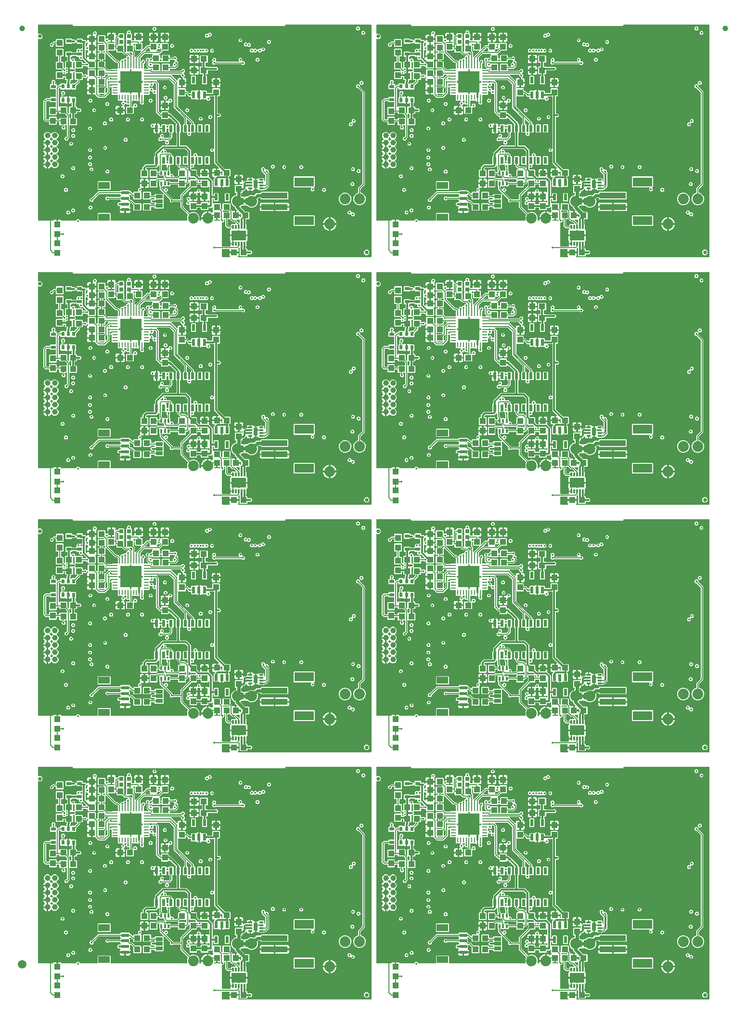
<source format=gbl>
G04 EAGLE Gerber RS-274X export*
G75*
%MOMM*%
%FSLAX34Y34*%
%LPD*%
%INBottom Copper*%
%IPPOS*%
%AMOC8*
5,1,8,0,0,1.08239X$1,22.5*%
G01*
%ADD10C,0.635000*%
%ADD11R,1.000000X1.100000*%
%ADD12R,0.550000X1.200000*%
%ADD13R,1.100000X1.000000*%
%ADD14R,0.600000X1.200000*%
%ADD15R,0.300000X0.660000*%
%ADD16R,0.700000X0.300000*%
%ADD17R,0.800000X1.380000*%
%ADD18C,1.879600*%
%ADD19R,4.600000X1.000000*%
%ADD20R,3.400000X1.600000*%
%ADD21R,0.635000X1.270000*%
%ADD22R,0.350000X0.800000*%
%ADD23R,2.500000X1.700000*%
%ADD24R,1.270000X0.635000*%
%ADD25R,0.550000X0.800000*%
%ADD26R,0.830000X0.630000*%
%ADD27R,0.750000X0.700000*%
%ADD28R,0.900000X0.280000*%
%ADD29R,3.700000X3.700000*%
%ADD30R,0.280000X0.900000*%
%ADD31R,2.000000X1.200000*%
%ADD32R,1.350000X0.600000*%
%ADD33C,1.000000*%
%ADD34C,1.500000*%
%ADD35C,0.304800*%
%ADD36C,0.352400*%
%ADD37C,0.127000*%
%ADD38C,0.558800*%
%ADD39C,0.177800*%

G36*
X1182555Y871931D02*
X1182555Y871931D01*
X1182575Y871929D01*
X1182676Y871951D01*
X1182778Y871968D01*
X1182796Y871977D01*
X1182815Y871981D01*
X1182904Y872034D01*
X1182995Y872083D01*
X1183009Y872097D01*
X1183026Y872107D01*
X1183093Y872186D01*
X1183165Y872261D01*
X1183173Y872279D01*
X1183186Y872294D01*
X1183225Y872391D01*
X1183268Y872484D01*
X1183271Y872504D01*
X1183278Y872522D01*
X1183296Y872689D01*
X1183296Y1280153D01*
X1183293Y1280173D01*
X1183295Y1280193D01*
X1183273Y1280294D01*
X1183257Y1280396D01*
X1183247Y1280414D01*
X1183243Y1280433D01*
X1183190Y1280522D01*
X1183142Y1280613D01*
X1183127Y1280627D01*
X1183117Y1280644D01*
X1183038Y1280711D01*
X1182963Y1280783D01*
X1182945Y1280791D01*
X1182930Y1280804D01*
X1182834Y1280843D01*
X1182740Y1280886D01*
X1182720Y1280889D01*
X1182702Y1280896D01*
X1182535Y1280914D01*
X1032607Y1280914D01*
X1032587Y1280911D01*
X1032568Y1280913D01*
X1032466Y1280891D01*
X1032364Y1280875D01*
X1032347Y1280865D01*
X1032327Y1280861D01*
X1032238Y1280808D01*
X1032147Y1280760D01*
X1032133Y1280745D01*
X1032116Y1280735D01*
X1032049Y1280656D01*
X1031978Y1280581D01*
X1031969Y1280563D01*
X1031956Y1280548D01*
X1031918Y1280452D01*
X1031874Y1280358D01*
X1031872Y1280338D01*
X1031864Y1280320D01*
X1031846Y1280153D01*
X1031846Y1279418D01*
X1030806Y1278378D01*
X659336Y1278378D01*
X658296Y1279418D01*
X658296Y1280153D01*
X658293Y1280173D01*
X658295Y1280193D01*
X658273Y1280294D01*
X658257Y1280396D01*
X658247Y1280414D01*
X658243Y1280433D01*
X658190Y1280522D01*
X658142Y1280613D01*
X658127Y1280627D01*
X658117Y1280644D01*
X658038Y1280711D01*
X657963Y1280783D01*
X657945Y1280791D01*
X657930Y1280804D01*
X657834Y1280843D01*
X657740Y1280886D01*
X657720Y1280889D01*
X657702Y1280896D01*
X657535Y1280914D01*
X597607Y1280914D01*
X597587Y1280911D01*
X597568Y1280913D01*
X597466Y1280891D01*
X597364Y1280875D01*
X597347Y1280865D01*
X597327Y1280861D01*
X597238Y1280808D01*
X597147Y1280760D01*
X597133Y1280745D01*
X597116Y1280735D01*
X597049Y1280656D01*
X596978Y1280581D01*
X596969Y1280563D01*
X596956Y1280548D01*
X596918Y1280452D01*
X596874Y1280358D01*
X596872Y1280338D01*
X596864Y1280320D01*
X596846Y1280153D01*
X596846Y1265412D01*
X596857Y1265341D01*
X596859Y1265270D01*
X596877Y1265221D01*
X596886Y1265169D01*
X596919Y1265106D01*
X596944Y1265039D01*
X596976Y1264998D01*
X597001Y1264952D01*
X597053Y1264903D01*
X597098Y1264847D01*
X597141Y1264818D01*
X597179Y1264783D01*
X597244Y1264752D01*
X597304Y1264714D01*
X597355Y1264701D01*
X597402Y1264679D01*
X597473Y1264671D01*
X597543Y1264654D01*
X597595Y1264658D01*
X597647Y1264652D01*
X597717Y1264667D01*
X597788Y1264673D01*
X597836Y1264693D01*
X597887Y1264704D01*
X597949Y1264741D01*
X598015Y1264769D01*
X598070Y1264814D01*
X598098Y1264830D01*
X598113Y1264848D01*
X598119Y1264853D01*
X602018Y1264853D01*
X604771Y1262100D01*
X604771Y1258206D01*
X602018Y1255453D01*
X598116Y1255453D01*
X598087Y1255474D01*
X598035Y1255524D01*
X597988Y1255546D01*
X597946Y1255576D01*
X597877Y1255597D01*
X597812Y1255627D01*
X597761Y1255633D01*
X597711Y1255648D01*
X597639Y1255647D01*
X597568Y1255654D01*
X597517Y1255643D01*
X597465Y1255642D01*
X597398Y1255617D01*
X597327Y1255602D01*
X597283Y1255575D01*
X597234Y1255558D01*
X597178Y1255513D01*
X597116Y1255476D01*
X597082Y1255436D01*
X597042Y1255404D01*
X597003Y1255344D01*
X596956Y1255289D01*
X596937Y1255241D01*
X596909Y1255197D01*
X596891Y1255128D01*
X596864Y1255061D01*
X596856Y1254990D01*
X596849Y1254959D01*
X596850Y1254935D01*
X596846Y1254894D01*
X596846Y936550D01*
X596849Y936530D01*
X596847Y936511D01*
X596869Y936409D01*
X596886Y936307D01*
X596895Y936290D01*
X596899Y936270D01*
X596952Y936181D01*
X597001Y936090D01*
X597015Y936076D01*
X597025Y936059D01*
X597104Y935992D01*
X597179Y935921D01*
X597197Y935912D01*
X597212Y935899D01*
X597309Y935861D01*
X597402Y935817D01*
X597422Y935815D01*
X597440Y935807D01*
X597607Y935789D01*
X622665Y935789D01*
X622732Y935800D01*
X622799Y935801D01*
X622852Y935820D01*
X622908Y935829D01*
X622967Y935860D01*
X623031Y935883D01*
X623075Y935917D01*
X623125Y935944D01*
X623172Y935993D01*
X623225Y936034D01*
X623272Y936098D01*
X623294Y936122D01*
X623303Y936141D01*
X623324Y936170D01*
X623638Y936713D01*
X624111Y937186D01*
X624690Y937521D01*
X625337Y937694D01*
X629148Y937694D01*
X629148Y936550D01*
X629151Y936530D01*
X629149Y936511D01*
X629171Y936409D01*
X629188Y936307D01*
X629197Y936290D01*
X629201Y936270D01*
X629254Y936181D01*
X629303Y936090D01*
X629317Y936076D01*
X629327Y936059D01*
X629406Y935992D01*
X629481Y935921D01*
X629499Y935912D01*
X629514Y935899D01*
X629611Y935861D01*
X629704Y935817D01*
X629724Y935815D01*
X629743Y935807D01*
X629909Y935789D01*
X631433Y935789D01*
X631453Y935792D01*
X631473Y935790D01*
X631574Y935812D01*
X631676Y935829D01*
X631693Y935838D01*
X631713Y935842D01*
X631802Y935895D01*
X631893Y935944D01*
X631907Y935958D01*
X631924Y935968D01*
X631991Y936047D01*
X632063Y936122D01*
X632071Y936140D01*
X632084Y936155D01*
X632123Y936252D01*
X632166Y936345D01*
X632168Y936365D01*
X632176Y936383D01*
X632194Y936550D01*
X632194Y937694D01*
X636006Y937694D01*
X636652Y937521D01*
X637231Y937186D01*
X637704Y936713D01*
X638018Y936170D01*
X638061Y936117D01*
X638096Y936059D01*
X638138Y936023D01*
X638174Y935979D01*
X638231Y935943D01*
X638283Y935899D01*
X638335Y935878D01*
X638382Y935848D01*
X638448Y935833D01*
X638511Y935807D01*
X638589Y935799D01*
X638621Y935791D01*
X638642Y935793D01*
X638677Y935789D01*
X663023Y935789D01*
X663043Y935792D01*
X663063Y935790D01*
X663164Y935812D01*
X663266Y935829D01*
X663284Y935838D01*
X663303Y935842D01*
X663392Y935895D01*
X663483Y935944D01*
X663497Y935958D01*
X663514Y935968D01*
X663581Y936047D01*
X663653Y936122D01*
X663661Y936140D01*
X663674Y936155D01*
X663713Y936252D01*
X663756Y936345D01*
X663759Y936365D01*
X663766Y936383D01*
X663780Y936510D01*
X665710Y938440D01*
X668433Y938440D01*
X670359Y936513D01*
X670359Y936511D01*
X670381Y936409D01*
X670398Y936307D01*
X670407Y936290D01*
X670411Y936270D01*
X670464Y936181D01*
X670513Y936090D01*
X670527Y936076D01*
X670537Y936059D01*
X670616Y935992D01*
X670691Y935921D01*
X670709Y935912D01*
X670724Y935899D01*
X670821Y935861D01*
X670914Y935817D01*
X670934Y935815D01*
X670952Y935807D01*
X671119Y935789D01*
X701035Y935789D01*
X701055Y935792D01*
X701075Y935790D01*
X701176Y935812D01*
X701278Y935829D01*
X701296Y935838D01*
X701315Y935842D01*
X701404Y935895D01*
X701495Y935944D01*
X701509Y935958D01*
X701526Y935968D01*
X701593Y936047D01*
X701665Y936122D01*
X701673Y936140D01*
X701686Y936155D01*
X701725Y936252D01*
X701768Y936345D01*
X701771Y936365D01*
X701778Y936383D01*
X701796Y936550D01*
X701796Y948785D01*
X702690Y949678D01*
X723953Y949678D01*
X724846Y948785D01*
X724846Y936550D01*
X724849Y936530D01*
X724847Y936511D01*
X724869Y936409D01*
X724886Y936307D01*
X724895Y936290D01*
X724899Y936270D01*
X724952Y936181D01*
X725001Y936090D01*
X725015Y936076D01*
X725025Y936059D01*
X725104Y935992D01*
X725179Y935921D01*
X725197Y935912D01*
X725212Y935899D01*
X725309Y935861D01*
X725402Y935817D01*
X725422Y935815D01*
X725440Y935807D01*
X725607Y935789D01*
X858917Y935789D01*
X858962Y935796D01*
X859008Y935794D01*
X859083Y935816D01*
X859160Y935829D01*
X859200Y935850D01*
X859244Y935863D01*
X859308Y935907D01*
X859377Y935944D01*
X859409Y935977D01*
X859446Y936003D01*
X859493Y936066D01*
X859546Y936122D01*
X859566Y936164D01*
X859593Y936201D01*
X859617Y936275D01*
X859650Y936345D01*
X859655Y936391D01*
X859669Y936434D01*
X859669Y936512D01*
X859677Y936590D01*
X859667Y936634D01*
X859667Y936680D01*
X859629Y936812D01*
X859625Y936830D01*
X859622Y936834D01*
X859620Y936842D01*
X859148Y937980D01*
X859148Y942326D01*
X860622Y945883D01*
X860649Y945997D01*
X860677Y946111D01*
X860677Y946117D01*
X860678Y946123D01*
X860667Y946239D01*
X860658Y946356D01*
X860656Y946361D01*
X860655Y946368D01*
X860607Y946475D01*
X860562Y946582D01*
X860557Y946588D01*
X860555Y946592D01*
X860542Y946606D01*
X860457Y946713D01*
X847911Y959259D01*
X847911Y968232D01*
X847908Y968252D01*
X847910Y968272D01*
X847888Y968373D01*
X847872Y968475D01*
X847862Y968493D01*
X847858Y968512D01*
X847805Y968601D01*
X847757Y968692D01*
X847742Y968706D01*
X847732Y968723D01*
X847653Y968790D01*
X847578Y968862D01*
X847560Y968870D01*
X847545Y968883D01*
X847449Y968922D01*
X847355Y968965D01*
X847335Y968968D01*
X847317Y968975D01*
X847150Y968993D01*
X834875Y968993D01*
X834785Y968979D01*
X834694Y968972D01*
X834664Y968959D01*
X834632Y968954D01*
X834552Y968911D01*
X834468Y968875D01*
X834435Y968850D01*
X834415Y968839D01*
X834393Y968815D01*
X834337Y968770D01*
X833433Y967866D01*
X830710Y967866D01*
X828784Y969792D01*
X828784Y972555D01*
X828825Y972611D01*
X828831Y972630D01*
X828842Y972647D01*
X828867Y972748D01*
X828898Y972847D01*
X828897Y972867D01*
X828902Y972886D01*
X828894Y972989D01*
X828891Y973092D01*
X828884Y973111D01*
X828883Y973131D01*
X828842Y973226D01*
X828807Y973323D01*
X828794Y973339D01*
X828786Y973357D01*
X828682Y973488D01*
X819245Y982925D01*
X819187Y982966D01*
X819135Y983016D01*
X819088Y983038D01*
X819046Y983068D01*
X818977Y983089D01*
X818912Y983119D01*
X818860Y983125D01*
X818811Y983141D01*
X818739Y983139D01*
X818668Y983147D01*
X818617Y983135D01*
X818565Y983134D01*
X818497Y983110D01*
X818427Y983094D01*
X818383Y983068D01*
X818334Y983050D01*
X818278Y983005D01*
X818216Y982968D01*
X818182Y982929D01*
X818142Y982896D01*
X818103Y982836D01*
X818056Y982781D01*
X818037Y982733D01*
X818009Y982689D01*
X817991Y982620D01*
X817964Y982553D01*
X817956Y982482D01*
X817949Y982451D01*
X817950Y982427D01*
X817946Y982386D01*
X817946Y958219D01*
X817053Y957325D01*
X803090Y957325D01*
X802196Y958219D01*
X802196Y959104D01*
X802193Y959124D01*
X802195Y959144D01*
X802173Y959245D01*
X802157Y959347D01*
X802147Y959365D01*
X802143Y959384D01*
X802090Y959473D01*
X802042Y959564D01*
X802027Y959578D01*
X802017Y959595D01*
X801938Y959662D01*
X801863Y959734D01*
X801845Y959742D01*
X801830Y959755D01*
X801734Y959794D01*
X801640Y959837D01*
X801620Y959840D01*
X801602Y959847D01*
X801435Y959865D01*
X796357Y959865D01*
X796337Y959862D01*
X796318Y959864D01*
X796216Y959842D01*
X796114Y959826D01*
X796097Y959816D01*
X796077Y959812D01*
X795988Y959759D01*
X795897Y959711D01*
X795883Y959696D01*
X795866Y959686D01*
X795799Y959607D01*
X795728Y959532D01*
X795719Y959514D01*
X795706Y959499D01*
X795668Y959403D01*
X795624Y959309D01*
X795622Y959289D01*
X795614Y959271D01*
X795596Y959104D01*
X795596Y954522D01*
X794703Y953628D01*
X782440Y953628D01*
X781546Y954522D01*
X781546Y965785D01*
X782440Y966678D01*
X794703Y966678D01*
X795596Y965785D01*
X795596Y964946D01*
X795599Y964926D01*
X795597Y964907D01*
X795619Y964805D01*
X795636Y964703D01*
X795645Y964686D01*
X795649Y964666D01*
X795702Y964577D01*
X795751Y964486D01*
X795765Y964472D01*
X795775Y964455D01*
X795854Y964388D01*
X795929Y964317D01*
X795947Y964308D01*
X795962Y964295D01*
X796059Y964257D01*
X796152Y964213D01*
X796172Y964211D01*
X796190Y964203D01*
X796357Y964185D01*
X801435Y964185D01*
X801455Y964188D01*
X801475Y964186D01*
X801576Y964208D01*
X801678Y964225D01*
X801696Y964234D01*
X801715Y964238D01*
X801804Y964291D01*
X801895Y964340D01*
X801909Y964354D01*
X801926Y964364D01*
X801993Y964443D01*
X802065Y964518D01*
X802073Y964536D01*
X802086Y964551D01*
X802125Y964648D01*
X802168Y964741D01*
X802171Y964761D01*
X802178Y964779D01*
X802196Y964946D01*
X802196Y966343D01*
X802195Y966355D01*
X802195Y966362D01*
X802194Y966369D01*
X802195Y966383D01*
X802173Y966484D01*
X802157Y966586D01*
X802147Y966604D01*
X802143Y966623D01*
X802090Y966712D01*
X802042Y966803D01*
X802027Y966817D01*
X802017Y966834D01*
X801938Y966901D01*
X801863Y966973D01*
X801845Y966981D01*
X801830Y966994D01*
X801734Y967033D01*
X801640Y967076D01*
X801620Y967079D01*
X801602Y967086D01*
X801435Y967104D01*
X799986Y967104D01*
X799896Y967090D01*
X799805Y967083D01*
X799775Y967070D01*
X799743Y967065D01*
X799662Y967022D01*
X799579Y966986D01*
X799546Y966961D01*
X799526Y966950D01*
X799508Y966930D01*
X799505Y966929D01*
X799499Y966923D01*
X799448Y966881D01*
X799433Y966866D01*
X796710Y966866D01*
X794784Y968792D01*
X794784Y971515D01*
X796710Y973440D01*
X799433Y973440D01*
X799448Y973425D01*
X799522Y973372D01*
X799591Y973312D01*
X799621Y973300D01*
X799647Y973281D01*
X799734Y973255D01*
X799819Y973220D01*
X799860Y973216D01*
X799882Y973209D01*
X799915Y973210D01*
X799986Y973202D01*
X801435Y973202D01*
X801455Y973205D01*
X801475Y973203D01*
X801576Y973225D01*
X801678Y973242D01*
X801696Y973251D01*
X801715Y973255D01*
X801804Y973308D01*
X801895Y973357D01*
X801909Y973371D01*
X801926Y973381D01*
X801993Y973460D01*
X802065Y973535D01*
X802073Y973553D01*
X802086Y973568D01*
X802125Y973665D01*
X802168Y973758D01*
X802171Y973778D01*
X802178Y973796D01*
X802196Y973963D01*
X802196Y975360D01*
X802193Y975380D01*
X802195Y975400D01*
X802173Y975501D01*
X802157Y975603D01*
X802147Y975621D01*
X802143Y975640D01*
X802090Y975729D01*
X802042Y975820D01*
X802027Y975834D01*
X802017Y975851D01*
X801938Y975918D01*
X801863Y975990D01*
X801845Y975998D01*
X801830Y976011D01*
X801734Y976050D01*
X801640Y976093D01*
X801620Y976096D01*
X801602Y976103D01*
X801435Y976121D01*
X796357Y976121D01*
X796337Y976118D01*
X796318Y976120D01*
X796216Y976098D01*
X796114Y976082D01*
X796097Y976072D01*
X796077Y976068D01*
X795988Y976015D01*
X795897Y975967D01*
X795883Y975952D01*
X795866Y975942D01*
X795799Y975863D01*
X795728Y975788D01*
X795719Y975770D01*
X795706Y975755D01*
X795668Y975659D01*
X795624Y975565D01*
X795622Y975545D01*
X795614Y975527D01*
X795596Y975360D01*
X795596Y974522D01*
X794703Y973628D01*
X782440Y973628D01*
X781546Y974522D01*
X781546Y985785D01*
X782440Y986678D01*
X794703Y986678D01*
X795596Y985785D01*
X795596Y981202D01*
X795599Y981182D01*
X795597Y981163D01*
X795619Y981061D01*
X795636Y980959D01*
X795645Y980942D01*
X795649Y980922D01*
X795702Y980833D01*
X795751Y980742D01*
X795765Y980728D01*
X795775Y980711D01*
X795854Y980644D01*
X795929Y980573D01*
X795947Y980564D01*
X795962Y980551D01*
X796059Y980513D01*
X796152Y980469D01*
X796172Y980467D01*
X796190Y980459D01*
X796357Y980441D01*
X801435Y980441D01*
X801455Y980444D01*
X801475Y980442D01*
X801576Y980464D01*
X801678Y980481D01*
X801696Y980490D01*
X801715Y980494D01*
X801804Y980547D01*
X801895Y980596D01*
X801909Y980610D01*
X801926Y980620D01*
X801993Y980699D01*
X802065Y980774D01*
X802073Y980792D01*
X802086Y980807D01*
X802125Y980904D01*
X802168Y980997D01*
X802171Y981017D01*
X802178Y981035D01*
X802196Y981202D01*
X802196Y982088D01*
X803090Y982981D01*
X817351Y982981D01*
X817422Y982992D01*
X817494Y982994D01*
X817543Y983012D01*
X817594Y983021D01*
X817657Y983054D01*
X817725Y983079D01*
X817765Y983111D01*
X817811Y983136D01*
X817861Y983188D01*
X817917Y983233D01*
X817945Y983276D01*
X817981Y983314D01*
X818011Y983379D01*
X818050Y983439D01*
X818063Y983490D01*
X818084Y983537D01*
X818092Y983608D01*
X818110Y983678D01*
X818106Y983730D01*
X818112Y983782D01*
X818096Y983852D01*
X818091Y983923D01*
X818070Y983971D01*
X818059Y984022D01*
X818022Y984084D01*
X817994Y984149D01*
X817950Y984205D01*
X817933Y984233D01*
X817915Y984248D01*
X817890Y984280D01*
X811411Y990759D01*
X811411Y995841D01*
X811397Y995931D01*
X811390Y996022D01*
X811377Y996052D01*
X811372Y996084D01*
X811329Y996165D01*
X811293Y996249D01*
X811268Y996281D01*
X811257Y996301D01*
X811233Y996324D01*
X811188Y996380D01*
X810546Y997022D01*
X810546Y1005019D01*
X810550Y1005027D01*
X810556Y1005079D01*
X810571Y1005128D01*
X810570Y1005200D01*
X810578Y1005272D01*
X810567Y1005322D01*
X810565Y1005374D01*
X810541Y1005442D01*
X810525Y1005512D01*
X810499Y1005557D01*
X810481Y1005605D01*
X810436Y1005661D01*
X810399Y1005723D01*
X810360Y1005757D01*
X810327Y1005797D01*
X810267Y1005836D01*
X810212Y1005883D01*
X810164Y1005902D01*
X810120Y1005931D01*
X810051Y1005948D01*
X809984Y1005975D01*
X809913Y1005983D01*
X809882Y1005991D01*
X809859Y1005989D01*
X809817Y1005993D01*
X807781Y1005993D01*
X807691Y1005979D01*
X807600Y1005972D01*
X807570Y1005959D01*
X807538Y1005954D01*
X807458Y1005911D01*
X807374Y1005875D01*
X807342Y1005850D01*
X807321Y1005839D01*
X807299Y1005815D01*
X807243Y1005771D01*
X806819Y1005347D01*
X806766Y1005273D01*
X806706Y1005203D01*
X806694Y1005173D01*
X806675Y1005147D01*
X806649Y1005060D01*
X806614Y1004975D01*
X806610Y1004934D01*
X806603Y1004912D01*
X806604Y1004880D01*
X806596Y1004808D01*
X806596Y995522D01*
X805703Y994628D01*
X794440Y994628D01*
X793546Y995522D01*
X793546Y1007785D01*
X794440Y1008678D01*
X803726Y1008678D01*
X803816Y1008693D01*
X803907Y1008700D01*
X803937Y1008712D01*
X803969Y1008718D01*
X804050Y1008760D01*
X804134Y1008796D01*
X804166Y1008822D01*
X804186Y1008833D01*
X804209Y1008856D01*
X804265Y1008901D01*
X805693Y1010329D01*
X805734Y1010387D01*
X805784Y1010439D01*
X805792Y1010456D01*
X805830Y1010423D01*
X805878Y1010404D01*
X805922Y1010376D01*
X805992Y1010358D01*
X806058Y1010331D01*
X806130Y1010323D01*
X806161Y1010316D01*
X806184Y1010317D01*
X806225Y1010313D01*
X819019Y1010313D01*
X819090Y1010324D01*
X819162Y1010326D01*
X819211Y1010344D01*
X819262Y1010353D01*
X819325Y1010386D01*
X819393Y1010411D01*
X819433Y1010443D01*
X819479Y1010468D01*
X819529Y1010520D01*
X819585Y1010565D01*
X819613Y1010608D01*
X819649Y1010646D01*
X819679Y1010711D01*
X819718Y1010771D01*
X819731Y1010822D01*
X819752Y1010869D01*
X819760Y1010940D01*
X819778Y1011010D01*
X819774Y1011062D01*
X819780Y1011114D01*
X819764Y1011184D01*
X819759Y1011255D01*
X819738Y1011303D01*
X819727Y1011354D01*
X819690Y1011416D01*
X819662Y1011482D01*
X819618Y1011537D01*
X819601Y1011565D01*
X819583Y1011580D01*
X819558Y1011612D01*
X817911Y1013259D01*
X817911Y1014241D01*
X817897Y1014331D01*
X817890Y1014422D01*
X817877Y1014452D01*
X817872Y1014484D01*
X817829Y1014565D01*
X817793Y1014649D01*
X817768Y1014681D01*
X817757Y1014701D01*
X817733Y1014724D01*
X817688Y1014780D01*
X817359Y1015109D01*
X817343Y1015120D01*
X817331Y1015136D01*
X817244Y1015192D01*
X817160Y1015252D01*
X817141Y1015258D01*
X817124Y1015269D01*
X817023Y1015294D01*
X816925Y1015325D01*
X816905Y1015324D01*
X816885Y1015329D01*
X816782Y1015321D01*
X816679Y1015318D01*
X816660Y1015311D01*
X816640Y1015310D01*
X816545Y1015269D01*
X816448Y1015234D01*
X816432Y1015221D01*
X816414Y1015213D01*
X816283Y1015109D01*
X815703Y1014528D01*
X811440Y1014528D01*
X810546Y1015422D01*
X810546Y1016432D01*
X810543Y1016452D01*
X810545Y1016472D01*
X810523Y1016573D01*
X810507Y1016675D01*
X810497Y1016693D01*
X810493Y1016712D01*
X810440Y1016801D01*
X810392Y1016892D01*
X810377Y1016906D01*
X810367Y1016923D01*
X810288Y1016990D01*
X810213Y1017062D01*
X810195Y1017070D01*
X810180Y1017083D01*
X810084Y1017122D01*
X809990Y1017165D01*
X809970Y1017168D01*
X809952Y1017175D01*
X809785Y1017193D01*
X807357Y1017193D01*
X807337Y1017190D01*
X807318Y1017192D01*
X807216Y1017170D01*
X807114Y1017154D01*
X807097Y1017144D01*
X807077Y1017140D01*
X806988Y1017087D01*
X806897Y1017039D01*
X806883Y1017024D01*
X806866Y1017014D01*
X806799Y1016935D01*
X806728Y1016860D01*
X806719Y1016842D01*
X806706Y1016827D01*
X806668Y1016731D01*
X806624Y1016637D01*
X806622Y1016617D01*
X806614Y1016599D01*
X806596Y1016432D01*
X806596Y1012522D01*
X805687Y1011612D01*
X805645Y1011554D01*
X805596Y1011502D01*
X805588Y1011485D01*
X805549Y1011518D01*
X805501Y1011538D01*
X805457Y1011566D01*
X805388Y1011583D01*
X805321Y1011610D01*
X805250Y1011618D01*
X805219Y1011626D01*
X805195Y1011624D01*
X805154Y1011628D01*
X794440Y1011628D01*
X793546Y1012522D01*
X793546Y1024785D01*
X794440Y1025678D01*
X805703Y1025678D01*
X806596Y1024785D01*
X806596Y1022274D01*
X806599Y1022254D01*
X806597Y1022235D01*
X806619Y1022133D01*
X806636Y1022031D01*
X806645Y1022014D01*
X806649Y1021994D01*
X806702Y1021905D01*
X806751Y1021814D01*
X806765Y1021800D01*
X806775Y1021783D01*
X806854Y1021716D01*
X806929Y1021645D01*
X806947Y1021636D01*
X806962Y1021623D01*
X807059Y1021585D01*
X807152Y1021541D01*
X807172Y1021539D01*
X807190Y1021531D01*
X807357Y1021513D01*
X809785Y1021513D01*
X809805Y1021516D01*
X809825Y1021514D01*
X809926Y1021536D01*
X810028Y1021553D01*
X810046Y1021562D01*
X810065Y1021566D01*
X810154Y1021619D01*
X810245Y1021668D01*
X810259Y1021682D01*
X810276Y1021692D01*
X810343Y1021771D01*
X810415Y1021846D01*
X810423Y1021864D01*
X810436Y1021879D01*
X810475Y1021976D01*
X810518Y1022069D01*
X810521Y1022089D01*
X810528Y1022107D01*
X810546Y1022274D01*
X810546Y1023285D01*
X810703Y1023441D01*
X810714Y1023457D01*
X810730Y1023470D01*
X810786Y1023557D01*
X810846Y1023641D01*
X810852Y1023660D01*
X810863Y1023676D01*
X810888Y1023777D01*
X810919Y1023876D01*
X810918Y1023896D01*
X810923Y1023915D01*
X810915Y1024018D01*
X810912Y1024122D01*
X810905Y1024140D01*
X810904Y1024160D01*
X810863Y1024255D01*
X810828Y1024353D01*
X810815Y1024368D01*
X810807Y1024387D01*
X810703Y1024517D01*
X809911Y1025309D01*
X809911Y1032294D01*
X809900Y1032365D01*
X809898Y1032437D01*
X809880Y1032485D01*
X809872Y1032537D01*
X809838Y1032600D01*
X809814Y1032668D01*
X809781Y1032708D01*
X809757Y1032754D01*
X809705Y1032804D01*
X809660Y1032860D01*
X809616Y1032888D01*
X809578Y1032924D01*
X809513Y1032954D01*
X809453Y1032993D01*
X809402Y1033005D01*
X809355Y1033027D01*
X809284Y1033035D01*
X809214Y1033053D01*
X809162Y1033049D01*
X809111Y1033054D01*
X809041Y1033039D01*
X808969Y1033033D01*
X808921Y1033013D01*
X808870Y1033002D01*
X808809Y1032965D01*
X808743Y1032937D01*
X808687Y1032892D01*
X808659Y1032876D01*
X808644Y1032858D01*
X808612Y1032832D01*
X806893Y1031113D01*
X804884Y1029104D01*
X789149Y1029104D01*
X789059Y1029090D01*
X788968Y1029083D01*
X788939Y1029070D01*
X788907Y1029065D01*
X788826Y1029022D01*
X788742Y1028986D01*
X788710Y1028961D01*
X788689Y1028950D01*
X788667Y1028926D01*
X788611Y1028881D01*
X787343Y1027613D01*
X787290Y1027539D01*
X787230Y1027470D01*
X787218Y1027440D01*
X787199Y1027414D01*
X787173Y1027327D01*
X787138Y1027242D01*
X787134Y1027201D01*
X787127Y1027178D01*
X787128Y1027146D01*
X787120Y1027075D01*
X787120Y1026439D01*
X787122Y1026429D01*
X787121Y1026422D01*
X787123Y1026415D01*
X787121Y1026400D01*
X787143Y1026298D01*
X787160Y1026196D01*
X787169Y1026179D01*
X787173Y1026159D01*
X787226Y1026070D01*
X787275Y1025979D01*
X787289Y1025965D01*
X787299Y1025948D01*
X787378Y1025881D01*
X787453Y1025810D01*
X787471Y1025801D01*
X787486Y1025788D01*
X787583Y1025750D01*
X787676Y1025706D01*
X787696Y1025704D01*
X787714Y1025696D01*
X787881Y1025678D01*
X789703Y1025678D01*
X790596Y1024785D01*
X790596Y1012522D01*
X789703Y1011628D01*
X778440Y1011628D01*
X777546Y1012522D01*
X777546Y1024785D01*
X778440Y1025678D01*
X780261Y1025678D01*
X780281Y1025681D01*
X780301Y1025679D01*
X780402Y1025701D01*
X780504Y1025718D01*
X780522Y1025727D01*
X780541Y1025731D01*
X780630Y1025784D01*
X780721Y1025833D01*
X780735Y1025847D01*
X780752Y1025857D01*
X780819Y1025936D01*
X780891Y1026011D01*
X780899Y1026029D01*
X780912Y1026044D01*
X780951Y1026141D01*
X780994Y1026234D01*
X780997Y1026254D01*
X781004Y1026272D01*
X781022Y1026439D01*
X781022Y1029916D01*
X786308Y1035202D01*
X800335Y1035202D01*
X800355Y1035205D01*
X800375Y1035203D01*
X800476Y1035225D01*
X800578Y1035242D01*
X800596Y1035251D01*
X800615Y1035255D01*
X800704Y1035308D01*
X800795Y1035357D01*
X800809Y1035371D01*
X800826Y1035381D01*
X800893Y1035460D01*
X800965Y1035535D01*
X800973Y1035553D01*
X800986Y1035568D01*
X801025Y1035665D01*
X801068Y1035758D01*
X801071Y1035778D01*
X801078Y1035796D01*
X801096Y1035963D01*
X801096Y1048785D01*
X802025Y1049713D01*
X802054Y1049718D01*
X802072Y1049727D01*
X802091Y1049731D01*
X802180Y1049784D01*
X802271Y1049833D01*
X802285Y1049847D01*
X802302Y1049857D01*
X802369Y1049936D01*
X802441Y1050011D01*
X802449Y1050029D01*
X802462Y1050044D01*
X802501Y1050141D01*
X802544Y1050234D01*
X802547Y1050254D01*
X802554Y1050272D01*
X802572Y1050439D01*
X802572Y1052025D01*
X802558Y1052115D01*
X802551Y1052206D01*
X802538Y1052236D01*
X802533Y1052268D01*
X802522Y1052287D01*
X802522Y1054916D01*
X815808Y1068202D01*
X839911Y1068202D01*
X839931Y1068205D01*
X839951Y1068203D01*
X840052Y1068225D01*
X840154Y1068242D01*
X840172Y1068251D01*
X840191Y1068255D01*
X840280Y1068308D01*
X840371Y1068357D01*
X840385Y1068371D01*
X840402Y1068381D01*
X840469Y1068460D01*
X840541Y1068535D01*
X840549Y1068553D01*
X840562Y1068568D01*
X840601Y1068665D01*
X840644Y1068758D01*
X840647Y1068778D01*
X840654Y1068796D01*
X840672Y1068963D01*
X840672Y1089867D01*
X840669Y1089887D01*
X840671Y1089907D01*
X840649Y1090008D01*
X840633Y1090110D01*
X840623Y1090128D01*
X840619Y1090147D01*
X840566Y1090236D01*
X840518Y1090327D01*
X840503Y1090341D01*
X840493Y1090358D01*
X840414Y1090425D01*
X840339Y1090497D01*
X840321Y1090505D01*
X840306Y1090518D01*
X840210Y1090557D01*
X840119Y1090599D01*
X839196Y1091522D01*
X839196Y1104785D01*
X839624Y1105212D01*
X839636Y1105228D01*
X839651Y1105241D01*
X839707Y1105328D01*
X839768Y1105412D01*
X839773Y1105431D01*
X839784Y1105448D01*
X839809Y1105548D01*
X839840Y1105647D01*
X839839Y1105667D01*
X839844Y1105686D01*
X839836Y1105789D01*
X839834Y1105893D01*
X839827Y1105912D01*
X839825Y1105932D01*
X839785Y1106026D01*
X839749Y1106124D01*
X839737Y1106140D01*
X839729Y1106158D01*
X839624Y1106289D01*
X830856Y1115056D01*
X830782Y1115110D01*
X830713Y1115169D01*
X830683Y1115181D01*
X830657Y1115200D01*
X830570Y1115227D01*
X830485Y1115261D01*
X830444Y1115266D01*
X830421Y1115272D01*
X830389Y1115272D01*
X830318Y1115279D01*
X828710Y1115279D01*
X827895Y1116094D01*
X827837Y1116136D01*
X827785Y1116185D01*
X827738Y1116207D01*
X827696Y1116237D01*
X827627Y1116258D01*
X827562Y1116289D01*
X827510Y1116294D01*
X827461Y1116310D01*
X827389Y1116308D01*
X827318Y1116316D01*
X827267Y1116305D01*
X827215Y1116303D01*
X827147Y1116279D01*
X827077Y1116263D01*
X827033Y1116237D01*
X826984Y1116219D01*
X826928Y1116174D01*
X826866Y1116137D01*
X826832Y1116098D01*
X826792Y1116065D01*
X826753Y1116005D01*
X826706Y1115950D01*
X826687Y1115902D01*
X826659Y1115858D01*
X826641Y1115789D01*
X826614Y1115722D01*
X826606Y1115651D01*
X826599Y1115620D01*
X826600Y1115596D01*
X826596Y1115556D01*
X826596Y1115522D01*
X825703Y1114628D01*
X814440Y1114628D01*
X813546Y1115522D01*
X813546Y1118478D01*
X813543Y1118498D01*
X813545Y1118518D01*
X813523Y1118619D01*
X813507Y1118721D01*
X813497Y1118739D01*
X813493Y1118758D01*
X813440Y1118847D01*
X813392Y1118938D01*
X813377Y1118952D01*
X813367Y1118969D01*
X813288Y1119036D01*
X813213Y1119108D01*
X813195Y1119116D01*
X813180Y1119129D01*
X813084Y1119168D01*
X812990Y1119211D01*
X812970Y1119214D01*
X812952Y1119221D01*
X812785Y1119239D01*
X811571Y1119239D01*
X804657Y1126153D01*
X804657Y1158254D01*
X804646Y1158324D01*
X804644Y1158396D01*
X804626Y1158445D01*
X804618Y1158496D01*
X804584Y1158560D01*
X804560Y1158627D01*
X804527Y1158668D01*
X804503Y1158714D01*
X804451Y1158763D01*
X804406Y1158819D01*
X804362Y1158847D01*
X804324Y1158883D01*
X804259Y1158913D01*
X804199Y1158952D01*
X804148Y1158965D01*
X804101Y1158987D01*
X804030Y1158995D01*
X803960Y1159012D01*
X803908Y1159008D01*
X803857Y1159014D01*
X803787Y1158998D01*
X803715Y1158993D01*
X803667Y1158973D01*
X803616Y1158961D01*
X803555Y1158925D01*
X803489Y1158897D01*
X803451Y1158866D01*
X800710Y1158866D01*
X798784Y1160792D01*
X798784Y1162565D01*
X798781Y1162585D01*
X798783Y1162605D01*
X798761Y1162706D01*
X798745Y1162808D01*
X798735Y1162826D01*
X798731Y1162845D01*
X798678Y1162934D01*
X798630Y1163025D01*
X798615Y1163039D01*
X798605Y1163056D01*
X798526Y1163123D01*
X798451Y1163195D01*
X798433Y1163203D01*
X798418Y1163216D01*
X798322Y1163255D01*
X798228Y1163298D01*
X798208Y1163301D01*
X798190Y1163308D01*
X798023Y1163326D01*
X795710Y1163326D01*
X794895Y1164141D01*
X794837Y1164183D01*
X794785Y1164232D01*
X794738Y1164254D01*
X794696Y1164284D01*
X794627Y1164305D01*
X794562Y1164336D01*
X794510Y1164341D01*
X794461Y1164357D01*
X794389Y1164355D01*
X794318Y1164363D01*
X794267Y1164352D01*
X794215Y1164350D01*
X794147Y1164326D01*
X794077Y1164310D01*
X794033Y1164284D01*
X793984Y1164266D01*
X793928Y1164221D01*
X793866Y1164184D01*
X793832Y1164145D01*
X793792Y1164112D01*
X793753Y1164052D01*
X793706Y1163997D01*
X793687Y1163949D01*
X793659Y1163905D01*
X793641Y1163836D01*
X793614Y1163769D01*
X793606Y1163698D01*
X793599Y1163667D01*
X793600Y1163643D01*
X793596Y1163603D01*
X793596Y1163096D01*
X793583Y1163076D01*
X793522Y1162992D01*
X793516Y1162973D01*
X793506Y1162956D01*
X793480Y1162856D01*
X793450Y1162757D01*
X793450Y1162737D01*
X793446Y1162717D01*
X793454Y1162614D01*
X793456Y1162511D01*
X793463Y1162492D01*
X793465Y1162472D01*
X793505Y1162377D01*
X793541Y1162280D01*
X793553Y1162264D01*
X793561Y1162246D01*
X793596Y1162202D01*
X793596Y1158122D01*
X792703Y1157228D01*
X783757Y1157228D01*
X783737Y1157225D01*
X783718Y1157227D01*
X783616Y1157205D01*
X783514Y1157189D01*
X783497Y1157179D01*
X783477Y1157175D01*
X783388Y1157122D01*
X783297Y1157074D01*
X783283Y1157059D01*
X783266Y1157049D01*
X783199Y1156970D01*
X783128Y1156895D01*
X783119Y1156877D01*
X783106Y1156862D01*
X783068Y1156766D01*
X783024Y1156672D01*
X783022Y1156652D01*
X783014Y1156634D01*
X782996Y1156467D01*
X782996Y1147522D01*
X782708Y1147234D01*
X782655Y1147160D01*
X782595Y1147090D01*
X782583Y1147060D01*
X782564Y1147034D01*
X782538Y1146947D01*
X782503Y1146862D01*
X782499Y1146821D01*
X782492Y1146799D01*
X782493Y1146767D01*
X782485Y1146695D01*
X782485Y1145703D01*
X782500Y1145613D01*
X782507Y1145522D01*
X782519Y1145492D01*
X782525Y1145460D01*
X782567Y1145379D01*
X782603Y1145296D01*
X782629Y1145263D01*
X782640Y1145243D01*
X782663Y1145221D01*
X782708Y1145165D01*
X783358Y1144515D01*
X783358Y1141792D01*
X781433Y1139866D01*
X778710Y1139866D01*
X776784Y1141792D01*
X776784Y1144701D01*
X776799Y1144747D01*
X776797Y1144819D01*
X776805Y1144891D01*
X776794Y1144941D01*
X776792Y1144993D01*
X776768Y1145061D01*
X776752Y1145131D01*
X776726Y1145176D01*
X776708Y1145224D01*
X776663Y1145280D01*
X776626Y1145342D01*
X776587Y1145376D01*
X776555Y1145416D01*
X776494Y1145455D01*
X776439Y1145502D01*
X776391Y1145521D01*
X776348Y1145549D01*
X776278Y1145567D01*
X776211Y1145594D01*
X776140Y1145602D01*
X776109Y1145610D01*
X776086Y1145608D01*
X776045Y1145612D01*
X775833Y1145612D01*
X775833Y1152653D01*
X775829Y1152673D01*
X775832Y1152692D01*
X775810Y1152794D01*
X775793Y1152896D01*
X775784Y1152913D01*
X775779Y1152933D01*
X775726Y1153022D01*
X775678Y1153113D01*
X775663Y1153127D01*
X775653Y1153144D01*
X775574Y1153211D01*
X775499Y1153282D01*
X775481Y1153291D01*
X775466Y1153304D01*
X775370Y1153342D01*
X775276Y1153386D01*
X775257Y1153388D01*
X775238Y1153396D01*
X775071Y1153414D01*
X775051Y1153411D01*
X775032Y1153413D01*
X774930Y1153391D01*
X774828Y1153374D01*
X774811Y1153365D01*
X774791Y1153361D01*
X774702Y1153308D01*
X774611Y1153259D01*
X774597Y1153245D01*
X774580Y1153235D01*
X774513Y1153156D01*
X774442Y1153081D01*
X774433Y1153063D01*
X774420Y1153048D01*
X774381Y1152952D01*
X774338Y1152858D01*
X774336Y1152838D01*
X774328Y1152820D01*
X774310Y1152653D01*
X774310Y1145612D01*
X773337Y1145612D01*
X772690Y1145786D01*
X772111Y1146120D01*
X771826Y1146405D01*
X771752Y1146459D01*
X771682Y1146518D01*
X771652Y1146530D01*
X771626Y1146549D01*
X771539Y1146576D01*
X771454Y1146610D01*
X771413Y1146615D01*
X771391Y1146621D01*
X771359Y1146621D01*
X771287Y1146628D01*
X768014Y1146628D01*
X767994Y1146642D01*
X767910Y1146702D01*
X767891Y1146708D01*
X767874Y1146719D01*
X767774Y1146744D01*
X767675Y1146775D01*
X767655Y1146774D01*
X767635Y1146779D01*
X767532Y1146771D01*
X767429Y1146768D01*
X767410Y1146761D01*
X767390Y1146760D01*
X767295Y1146719D01*
X767198Y1146684D01*
X767182Y1146671D01*
X767164Y1146663D01*
X767120Y1146628D01*
X762992Y1146628D01*
X762972Y1146625D01*
X762953Y1146627D01*
X762851Y1146605D01*
X762749Y1146589D01*
X762732Y1146579D01*
X762712Y1146575D01*
X762623Y1146522D01*
X762532Y1146474D01*
X762518Y1146459D01*
X762501Y1146449D01*
X762434Y1146370D01*
X762363Y1146295D01*
X762354Y1146277D01*
X762341Y1146262D01*
X762303Y1146166D01*
X762259Y1146072D01*
X762257Y1146052D01*
X762249Y1146034D01*
X762231Y1145867D01*
X762231Y1137439D01*
X762234Y1137419D01*
X762232Y1137400D01*
X762254Y1137298D01*
X762271Y1137196D01*
X762280Y1137179D01*
X762284Y1137159D01*
X762337Y1137070D01*
X762386Y1136979D01*
X762400Y1136965D01*
X762410Y1136948D01*
X762489Y1136881D01*
X762564Y1136810D01*
X762582Y1136801D01*
X762597Y1136788D01*
X762694Y1136750D01*
X762787Y1136706D01*
X762807Y1136704D01*
X762825Y1136696D01*
X762992Y1136678D01*
X764023Y1136678D01*
X764043Y1136681D01*
X764063Y1136679D01*
X764164Y1136701D01*
X764266Y1136718D01*
X764284Y1136727D01*
X764303Y1136731D01*
X764392Y1136784D01*
X764483Y1136833D01*
X764497Y1136847D01*
X764514Y1136857D01*
X764581Y1136936D01*
X764653Y1137011D01*
X764661Y1137029D01*
X764674Y1137044D01*
X764713Y1137141D01*
X764756Y1137234D01*
X764759Y1137254D01*
X764766Y1137272D01*
X764784Y1137439D01*
X764784Y1139515D01*
X766710Y1141440D01*
X769433Y1141440D01*
X771358Y1139515D01*
X771358Y1136792D01*
X769433Y1134866D01*
X766582Y1134866D01*
X766562Y1134876D01*
X766511Y1134881D01*
X766461Y1134897D01*
X766389Y1134895D01*
X766318Y1134903D01*
X766267Y1134892D01*
X766215Y1134890D01*
X766148Y1134866D01*
X766077Y1134850D01*
X766033Y1134824D01*
X765984Y1134806D01*
X765928Y1134761D01*
X765866Y1134724D01*
X765833Y1134685D01*
X765792Y1134652D01*
X765753Y1134592D01*
X765706Y1134537D01*
X765687Y1134489D01*
X765659Y1134446D01*
X765641Y1134376D01*
X765614Y1134309D01*
X765607Y1134238D01*
X765599Y1134207D01*
X765600Y1134184D01*
X765596Y1134143D01*
X765596Y1124522D01*
X764703Y1123628D01*
X752440Y1123628D01*
X751546Y1124522D01*
X751546Y1135785D01*
X752440Y1136678D01*
X757150Y1136678D01*
X757170Y1136681D01*
X757190Y1136679D01*
X757291Y1136701D01*
X757393Y1136718D01*
X757411Y1136727D01*
X757430Y1136731D01*
X757519Y1136784D01*
X757610Y1136833D01*
X757624Y1136847D01*
X757641Y1136857D01*
X757708Y1136936D01*
X757780Y1137011D01*
X757788Y1137029D01*
X757801Y1137044D01*
X757840Y1137141D01*
X757883Y1137234D01*
X757886Y1137254D01*
X757893Y1137272D01*
X757911Y1137439D01*
X757911Y1139508D01*
X757900Y1139578D01*
X757898Y1139650D01*
X757880Y1139699D01*
X757872Y1139750D01*
X757838Y1139814D01*
X757814Y1139881D01*
X757781Y1139922D01*
X757757Y1139968D01*
X757705Y1140017D01*
X757660Y1140073D01*
X757616Y1140101D01*
X757578Y1140137D01*
X757513Y1140167D01*
X757453Y1140206D01*
X757402Y1140219D01*
X757355Y1140241D01*
X757284Y1140249D01*
X757214Y1140266D01*
X757162Y1140262D01*
X757111Y1140268D01*
X757041Y1140252D01*
X756969Y1140247D01*
X756921Y1140227D01*
X756870Y1140215D01*
X756809Y1140179D01*
X756743Y1140151D01*
X756687Y1140106D01*
X756659Y1140089D01*
X756644Y1140072D01*
X756612Y1140046D01*
X756433Y1139866D01*
X753710Y1139866D01*
X751657Y1141919D01*
X751599Y1141961D01*
X751547Y1142010D01*
X751500Y1142032D01*
X751458Y1142062D01*
X751389Y1142083D01*
X751324Y1142114D01*
X751272Y1142119D01*
X751223Y1142135D01*
X751151Y1142133D01*
X751080Y1142141D01*
X751029Y1142130D01*
X750977Y1142128D01*
X750909Y1142104D01*
X750839Y1142088D01*
X750795Y1142062D01*
X750746Y1142044D01*
X750690Y1141999D01*
X750628Y1141962D01*
X750594Y1141923D01*
X750554Y1141890D01*
X750515Y1141830D01*
X750468Y1141775D01*
X750449Y1141727D01*
X750421Y1141683D01*
X750403Y1141614D01*
X750376Y1141547D01*
X750368Y1141476D01*
X750361Y1141445D01*
X750362Y1141421D01*
X750358Y1141381D01*
X750358Y1140792D01*
X748410Y1138844D01*
X748394Y1138839D01*
X748319Y1138827D01*
X748277Y1138804D01*
X748231Y1138791D01*
X748169Y1138747D01*
X748102Y1138712D01*
X748069Y1138677D01*
X748030Y1138649D01*
X747985Y1138588D01*
X747933Y1138533D01*
X747912Y1138490D01*
X747884Y1138451D01*
X747861Y1138379D01*
X747829Y1138310D01*
X747824Y1138263D01*
X747809Y1138217D01*
X747810Y1138141D01*
X747802Y1138066D01*
X747812Y1138019D01*
X747813Y1137971D01*
X747838Y1137899D01*
X747854Y1137825D01*
X747879Y1137784D01*
X747895Y1137739D01*
X747941Y1137679D01*
X747980Y1137614D01*
X748017Y1137583D01*
X748046Y1137545D01*
X748150Y1137469D01*
X748167Y1137454D01*
X748173Y1137452D01*
X748181Y1137446D01*
X748631Y1137186D01*
X749104Y1136713D01*
X749439Y1136134D01*
X749612Y1135488D01*
X749612Y1131676D01*
X743094Y1131676D01*
X743094Y1137694D01*
X745045Y1137694D01*
X745115Y1137705D01*
X745187Y1137707D01*
X745236Y1137725D01*
X745287Y1137734D01*
X745351Y1137767D01*
X745418Y1137792D01*
X745459Y1137824D01*
X745505Y1137849D01*
X745554Y1137901D01*
X745610Y1137946D01*
X745638Y1137989D01*
X745674Y1138027D01*
X745704Y1138092D01*
X745743Y1138152D01*
X745756Y1138203D01*
X745778Y1138250D01*
X745786Y1138321D01*
X745803Y1138391D01*
X745799Y1138443D01*
X745805Y1138495D01*
X745789Y1138565D01*
X745784Y1138636D01*
X745764Y1138684D01*
X745752Y1138735D01*
X745716Y1138797D01*
X745688Y1138863D01*
X745643Y1138918D01*
X745626Y1138946D01*
X745609Y1138961D01*
X745583Y1138993D01*
X743784Y1140792D01*
X743784Y1143515D01*
X745599Y1145329D01*
X745641Y1145387D01*
X745690Y1145439D01*
X745712Y1145486D01*
X745742Y1145529D01*
X745763Y1145597D01*
X745794Y1145662D01*
X745799Y1145714D01*
X745815Y1145764D01*
X745813Y1145835D01*
X745821Y1145907D01*
X745810Y1145958D01*
X745808Y1146010D01*
X745784Y1146077D01*
X745768Y1146147D01*
X745742Y1146192D01*
X745724Y1146241D01*
X745679Y1146297D01*
X745642Y1146358D01*
X745603Y1146392D01*
X745570Y1146433D01*
X745510Y1146471D01*
X745455Y1146518D01*
X745407Y1146538D01*
X745363Y1146566D01*
X745294Y1146583D01*
X745227Y1146610D01*
X745156Y1146618D01*
X745125Y1146626D01*
X745101Y1146624D01*
X745061Y1146628D01*
X743014Y1146628D01*
X742994Y1146642D01*
X742910Y1146702D01*
X742891Y1146708D01*
X742874Y1146719D01*
X742774Y1146744D01*
X742675Y1146775D01*
X742655Y1146774D01*
X742635Y1146779D01*
X742532Y1146771D01*
X742429Y1146768D01*
X742410Y1146761D01*
X742390Y1146760D01*
X742295Y1146719D01*
X742198Y1146684D01*
X742182Y1146671D01*
X742164Y1146663D01*
X742120Y1146628D01*
X738040Y1146628D01*
X737146Y1147522D01*
X737146Y1156467D01*
X737143Y1156487D01*
X737145Y1156507D01*
X737123Y1156608D01*
X737107Y1156710D01*
X737097Y1156728D01*
X737093Y1156747D01*
X737040Y1156836D01*
X736992Y1156927D01*
X736977Y1156941D01*
X736967Y1156958D01*
X736888Y1157025D01*
X736813Y1157097D01*
X736795Y1157105D01*
X736780Y1157118D01*
X736684Y1157157D01*
X736590Y1157200D01*
X736570Y1157203D01*
X736552Y1157210D01*
X736385Y1157228D01*
X727440Y1157228D01*
X726546Y1158122D01*
X726546Y1162210D01*
X726560Y1162231D01*
X726620Y1162315D01*
X726626Y1162334D01*
X726637Y1162350D01*
X726662Y1162451D01*
X726693Y1162550D01*
X726692Y1162570D01*
X726697Y1162589D01*
X726689Y1162692D01*
X726686Y1162796D01*
X726679Y1162814D01*
X726678Y1162834D01*
X726637Y1162929D01*
X726602Y1163027D01*
X726589Y1163042D01*
X726581Y1163060D01*
X726546Y1163104D01*
X726546Y1167210D01*
X726560Y1167231D01*
X726620Y1167315D01*
X726626Y1167334D01*
X726637Y1167350D01*
X726662Y1167451D01*
X726693Y1167550D01*
X726692Y1167570D01*
X726697Y1167589D01*
X726689Y1167692D01*
X726686Y1167796D01*
X726679Y1167814D01*
X726678Y1167834D01*
X726637Y1167929D01*
X726602Y1168027D01*
X726589Y1168042D01*
X726581Y1168060D01*
X726546Y1168104D01*
X726546Y1170105D01*
X726543Y1170125D01*
X726545Y1170145D01*
X726523Y1170246D01*
X726507Y1170348D01*
X726497Y1170366D01*
X726493Y1170385D01*
X726440Y1170474D01*
X726392Y1170565D01*
X726377Y1170579D01*
X726367Y1170596D01*
X726288Y1170663D01*
X726213Y1170735D01*
X726195Y1170743D01*
X726180Y1170756D01*
X726084Y1170795D01*
X725990Y1170838D01*
X725970Y1170841D01*
X725952Y1170848D01*
X725785Y1170866D01*
X724246Y1170866D01*
X724226Y1170863D01*
X724207Y1170865D01*
X724105Y1170843D01*
X724003Y1170827D01*
X723986Y1170817D01*
X723966Y1170813D01*
X723877Y1170760D01*
X723786Y1170712D01*
X723772Y1170697D01*
X723755Y1170687D01*
X723688Y1170608D01*
X723617Y1170533D01*
X723608Y1170515D01*
X723595Y1170500D01*
X723557Y1170404D01*
X723513Y1170310D01*
X723511Y1170290D01*
X723503Y1170272D01*
X723485Y1170105D01*
X723485Y1160153D01*
X715071Y1151739D01*
X703071Y1151739D01*
X697506Y1157305D01*
X697503Y1157311D01*
X697488Y1157325D01*
X697478Y1157342D01*
X697399Y1157409D01*
X697324Y1157481D01*
X697306Y1157489D01*
X697291Y1157502D01*
X697195Y1157541D01*
X697101Y1157584D01*
X697081Y1157587D01*
X697063Y1157594D01*
X696896Y1157612D01*
X693094Y1157612D01*
X693094Y1164391D01*
X693091Y1164411D01*
X693093Y1164431D01*
X693071Y1164532D01*
X693055Y1164634D01*
X693045Y1164651D01*
X693041Y1164671D01*
X692988Y1164760D01*
X692940Y1164851D01*
X692925Y1164865D01*
X692915Y1164882D01*
X692836Y1164949D01*
X692761Y1165021D01*
X692743Y1165029D01*
X692728Y1165042D01*
X692632Y1165081D01*
X692538Y1165124D01*
X692518Y1165126D01*
X692500Y1165134D01*
X692333Y1165152D01*
X691570Y1165152D01*
X691570Y1165154D01*
X692333Y1165154D01*
X692353Y1165157D01*
X692373Y1165155D01*
X692474Y1165177D01*
X692576Y1165194D01*
X692593Y1165203D01*
X692613Y1165207D01*
X692702Y1165261D01*
X692793Y1165309D01*
X692807Y1165323D01*
X692824Y1165334D01*
X692891Y1165412D01*
X692963Y1165487D01*
X692971Y1165505D01*
X692984Y1165520D01*
X693023Y1165617D01*
X693066Y1165710D01*
X693068Y1165730D01*
X693076Y1165749D01*
X693094Y1165915D01*
X693094Y1179391D01*
X693091Y1179411D01*
X693093Y1179431D01*
X693071Y1179532D01*
X693055Y1179634D01*
X693045Y1179651D01*
X693041Y1179671D01*
X692988Y1179760D01*
X692940Y1179851D01*
X692925Y1179865D01*
X692915Y1179882D01*
X692836Y1179949D01*
X692761Y1180021D01*
X692743Y1180029D01*
X692728Y1180042D01*
X692632Y1180081D01*
X692538Y1180124D01*
X692518Y1180126D01*
X692500Y1180134D01*
X692333Y1180152D01*
X691570Y1180152D01*
X691570Y1180915D01*
X691567Y1180935D01*
X691569Y1180955D01*
X691547Y1181056D01*
X691531Y1181158D01*
X691521Y1181175D01*
X691517Y1181195D01*
X691464Y1181284D01*
X691416Y1181375D01*
X691401Y1181389D01*
X691391Y1181406D01*
X691312Y1181473D01*
X691237Y1181545D01*
X691219Y1181553D01*
X691204Y1181566D01*
X691108Y1181605D01*
X691014Y1181648D01*
X690994Y1181650D01*
X690976Y1181658D01*
X690809Y1181676D01*
X683530Y1181676D01*
X683530Y1185488D01*
X683704Y1186134D01*
X684038Y1186713D01*
X684511Y1187186D01*
X685155Y1187558D01*
X685247Y1187633D01*
X685340Y1187708D01*
X685342Y1187711D01*
X685345Y1187714D01*
X685408Y1187814D01*
X685473Y1187914D01*
X685474Y1187919D01*
X685476Y1187922D01*
X685504Y1188037D01*
X685533Y1188153D01*
X685533Y1188157D01*
X685533Y1188161D01*
X685523Y1188279D01*
X685514Y1188398D01*
X685512Y1188402D01*
X685512Y1188406D01*
X685464Y1188514D01*
X685417Y1188625D01*
X685414Y1188628D01*
X685413Y1188631D01*
X685404Y1188642D01*
X685313Y1188755D01*
X684657Y1189411D01*
X684599Y1189453D01*
X684547Y1189502D01*
X684500Y1189524D01*
X684458Y1189554D01*
X684389Y1189575D01*
X684324Y1189605D01*
X684272Y1189611D01*
X684223Y1189627D01*
X684151Y1189625D01*
X684080Y1189633D01*
X684029Y1189622D01*
X683977Y1189620D01*
X683909Y1189596D01*
X683839Y1189580D01*
X683795Y1189554D01*
X683746Y1189536D01*
X683690Y1189491D01*
X683628Y1189454D01*
X683594Y1189415D01*
X683554Y1189382D01*
X683515Y1189322D01*
X683468Y1189267D01*
X683449Y1189219D01*
X683421Y1189175D01*
X683403Y1189106D01*
X683376Y1189039D01*
X683368Y1188968D01*
X683361Y1188937D01*
X683362Y1188913D01*
X683358Y1188872D01*
X683358Y1188792D01*
X681433Y1186866D01*
X678710Y1186866D01*
X678060Y1187516D01*
X677986Y1187570D01*
X677916Y1187629D01*
X677886Y1187641D01*
X677860Y1187660D01*
X677773Y1187687D01*
X677688Y1187721D01*
X677647Y1187726D01*
X677625Y1187732D01*
X677593Y1187732D01*
X677521Y1187739D01*
X676357Y1187739D01*
X676337Y1187736D01*
X676318Y1187738D01*
X676216Y1187716D01*
X676114Y1187700D01*
X676097Y1187690D01*
X676077Y1187686D01*
X675988Y1187633D01*
X675897Y1187585D01*
X675883Y1187570D01*
X675866Y1187560D01*
X675799Y1187481D01*
X675728Y1187406D01*
X675719Y1187388D01*
X675706Y1187373D01*
X675668Y1187277D01*
X675624Y1187183D01*
X675622Y1187163D01*
X675614Y1187145D01*
X675596Y1186978D01*
X675596Y1184522D01*
X674703Y1183628D01*
X671746Y1183628D01*
X671726Y1183625D01*
X671707Y1183627D01*
X671605Y1183605D01*
X671503Y1183589D01*
X671486Y1183579D01*
X671466Y1183575D01*
X671377Y1183522D01*
X671286Y1183474D01*
X671272Y1183459D01*
X671255Y1183449D01*
X671188Y1183370D01*
X671117Y1183295D01*
X671108Y1183277D01*
X671095Y1183262D01*
X671057Y1183166D01*
X671013Y1183072D01*
X671011Y1183052D01*
X671003Y1183034D01*
X670985Y1182867D01*
X670985Y1180153D01*
X664069Y1173237D01*
X664016Y1173163D01*
X663956Y1173094D01*
X663944Y1173064D01*
X663925Y1173038D01*
X663899Y1172951D01*
X663864Y1172866D01*
X663860Y1172825D01*
X663853Y1172803D01*
X663854Y1172770D01*
X663846Y1172699D01*
X663846Y1167522D01*
X662953Y1166628D01*
X656190Y1166628D01*
X655359Y1167459D01*
X655343Y1167470D01*
X655331Y1167486D01*
X655244Y1167542D01*
X655160Y1167602D01*
X655141Y1167608D01*
X655124Y1167619D01*
X655023Y1167644D01*
X654925Y1167675D01*
X654905Y1167674D01*
X654885Y1167679D01*
X654782Y1167671D01*
X654679Y1167668D01*
X654660Y1167661D01*
X654640Y1167660D01*
X654545Y1167619D01*
X654448Y1167584D01*
X654432Y1167571D01*
X654414Y1167563D01*
X654283Y1167459D01*
X653453Y1166628D01*
X646690Y1166628D01*
X645859Y1167459D01*
X645843Y1167470D01*
X645831Y1167486D01*
X645744Y1167542D01*
X645660Y1167602D01*
X645641Y1167608D01*
X645624Y1167619D01*
X645523Y1167644D01*
X645425Y1167675D01*
X645405Y1167674D01*
X645385Y1167679D01*
X645282Y1167671D01*
X645179Y1167668D01*
X645160Y1167661D01*
X645140Y1167660D01*
X645045Y1167619D01*
X644948Y1167584D01*
X644932Y1167571D01*
X644914Y1167563D01*
X644783Y1167459D01*
X643953Y1166628D01*
X637190Y1166628D01*
X636296Y1167522D01*
X636296Y1168978D01*
X636293Y1168998D01*
X636295Y1169018D01*
X636273Y1169119D01*
X636257Y1169221D01*
X636247Y1169239D01*
X636243Y1169258D01*
X636190Y1169347D01*
X636142Y1169438D01*
X636127Y1169452D01*
X636117Y1169469D01*
X636038Y1169536D01*
X635963Y1169608D01*
X635945Y1169616D01*
X635930Y1169629D01*
X635834Y1169668D01*
X635740Y1169711D01*
X635720Y1169714D01*
X635702Y1169721D01*
X635535Y1169739D01*
X635386Y1169739D01*
X635296Y1169725D01*
X635205Y1169718D01*
X635176Y1169705D01*
X635144Y1169700D01*
X635063Y1169657D01*
X634979Y1169621D01*
X634947Y1169596D01*
X634926Y1169585D01*
X634904Y1169561D01*
X634848Y1169516D01*
X633708Y1168376D01*
X633655Y1168302D01*
X633595Y1168233D01*
X633583Y1168203D01*
X633564Y1168177D01*
X633538Y1168090D01*
X633503Y1168005D01*
X633499Y1167964D01*
X633492Y1167942D01*
X633493Y1167909D01*
X633485Y1167838D01*
X633485Y1136561D01*
X633496Y1136490D01*
X633498Y1136419D01*
X633516Y1136370D01*
X633525Y1136318D01*
X633558Y1136255D01*
X633583Y1136188D01*
X633615Y1136147D01*
X633640Y1136101D01*
X633692Y1136052D01*
X633737Y1135996D01*
X633780Y1135967D01*
X633818Y1135932D01*
X633883Y1135901D01*
X633943Y1135863D01*
X633994Y1135850D01*
X634041Y1135828D01*
X634112Y1135820D01*
X634182Y1135802D01*
X634234Y1135807D01*
X634286Y1135801D01*
X634356Y1135816D01*
X634427Y1135822D01*
X634475Y1135842D01*
X634526Y1135853D01*
X634588Y1135890D01*
X634654Y1135918D01*
X634709Y1135963D01*
X634737Y1135979D01*
X634752Y1135997D01*
X634784Y1136023D01*
X635440Y1136678D01*
X647703Y1136678D01*
X648596Y1135785D01*
X648596Y1126498D01*
X648611Y1126408D01*
X648618Y1126317D01*
X648630Y1126287D01*
X648636Y1126255D01*
X648678Y1126175D01*
X648714Y1126091D01*
X648740Y1126059D01*
X648751Y1126038D01*
X648774Y1126016D01*
X648819Y1125960D01*
X650247Y1124532D01*
X650305Y1124490D01*
X650357Y1124441D01*
X650404Y1124419D01*
X650447Y1124388D01*
X650515Y1124367D01*
X650580Y1124337D01*
X650632Y1124331D01*
X650682Y1124316D01*
X650753Y1124318D01*
X650825Y1124310D01*
X650876Y1124321D01*
X650928Y1124322D01*
X650995Y1124347D01*
X651065Y1124362D01*
X651110Y1124389D01*
X651159Y1124407D01*
X651215Y1124452D01*
X651276Y1124488D01*
X651310Y1124528D01*
X651351Y1124560D01*
X651389Y1124621D01*
X651436Y1124675D01*
X651456Y1124724D01*
X651484Y1124767D01*
X651501Y1124837D01*
X651528Y1124903D01*
X651536Y1124975D01*
X651544Y1125006D01*
X651542Y1125029D01*
X651546Y1125070D01*
X651546Y1135785D01*
X652440Y1136678D01*
X655761Y1136678D01*
X655781Y1136681D01*
X655801Y1136679D01*
X655902Y1136701D01*
X656004Y1136718D01*
X656022Y1136727D01*
X656041Y1136731D01*
X656130Y1136784D01*
X656221Y1136833D01*
X656235Y1136847D01*
X656252Y1136857D01*
X656319Y1136936D01*
X656391Y1137011D01*
X656399Y1137029D01*
X656412Y1137044D01*
X656451Y1137141D01*
X656494Y1137234D01*
X656497Y1137254D01*
X656504Y1137272D01*
X656522Y1137439D01*
X656522Y1141980D01*
X656508Y1142070D01*
X656501Y1142161D01*
X656488Y1142191D01*
X656483Y1142223D01*
X656440Y1142304D01*
X656404Y1142388D01*
X656379Y1142420D01*
X656368Y1142440D01*
X656344Y1142463D01*
X656300Y1142519D01*
X656058Y1142761D01*
X655962Y1142830D01*
X655865Y1142900D01*
X655861Y1142902D01*
X655858Y1142904D01*
X655744Y1142939D01*
X655631Y1142975D01*
X655627Y1142975D01*
X655623Y1142977D01*
X655504Y1142973D01*
X655385Y1142972D01*
X655381Y1142970D01*
X655377Y1142970D01*
X655266Y1142930D01*
X655153Y1142890D01*
X655150Y1142887D01*
X655146Y1142886D01*
X655053Y1142811D01*
X654959Y1142738D01*
X654956Y1142734D01*
X654954Y1142732D01*
X654946Y1142720D01*
X654860Y1142603D01*
X654854Y1142593D01*
X654381Y1142120D01*
X653802Y1141786D01*
X653156Y1141612D01*
X651445Y1141612D01*
X651445Y1147540D01*
X651442Y1147560D01*
X651444Y1147579D01*
X651422Y1147681D01*
X651406Y1147783D01*
X651396Y1147800D01*
X651392Y1147820D01*
X651339Y1147909D01*
X651291Y1148000D01*
X651276Y1148014D01*
X651266Y1148031D01*
X651187Y1148098D01*
X651130Y1148152D01*
X651144Y1148160D01*
X651158Y1148174D01*
X651175Y1148185D01*
X651242Y1148263D01*
X651314Y1148338D01*
X651322Y1148356D01*
X651335Y1148372D01*
X651374Y1148468D01*
X651417Y1148561D01*
X651420Y1148581D01*
X651427Y1148600D01*
X651445Y1148766D01*
X651445Y1154694D01*
X653156Y1154694D01*
X653802Y1154521D01*
X654381Y1154186D01*
X654854Y1153713D01*
X654860Y1153703D01*
X654935Y1153612D01*
X655010Y1153519D01*
X655013Y1153516D01*
X655016Y1153513D01*
X655115Y1153451D01*
X655216Y1153386D01*
X655221Y1153385D01*
X655224Y1153382D01*
X655340Y1153355D01*
X655455Y1153326D01*
X655459Y1153326D01*
X655463Y1153325D01*
X655582Y1153335D01*
X655700Y1153345D01*
X655704Y1153346D01*
X655708Y1153347D01*
X655817Y1153394D01*
X655927Y1153441D01*
X655930Y1153444D01*
X655933Y1153445D01*
X655944Y1153455D01*
X656058Y1153546D01*
X656190Y1153678D01*
X662953Y1153678D01*
X663846Y1152785D01*
X663846Y1143522D01*
X662843Y1142519D01*
X662790Y1142445D01*
X662730Y1142375D01*
X662718Y1142345D01*
X662699Y1142319D01*
X662673Y1142232D01*
X662638Y1142147D01*
X662634Y1142106D01*
X662627Y1142084D01*
X662628Y1142052D01*
X662620Y1141980D01*
X662620Y1137439D01*
X662623Y1137419D01*
X662621Y1137400D01*
X662643Y1137298D01*
X662660Y1137196D01*
X662669Y1137179D01*
X662673Y1137159D01*
X662726Y1137070D01*
X662775Y1136979D01*
X662789Y1136965D01*
X662799Y1136948D01*
X662878Y1136881D01*
X662953Y1136810D01*
X662971Y1136801D01*
X662986Y1136788D01*
X663083Y1136750D01*
X663176Y1136706D01*
X663196Y1136704D01*
X663214Y1136696D01*
X663381Y1136678D01*
X664703Y1136678D01*
X665596Y1135785D01*
X665596Y1133963D01*
X665599Y1133943D01*
X665597Y1133924D01*
X665619Y1133822D01*
X665636Y1133720D01*
X665645Y1133703D01*
X665649Y1133683D01*
X665702Y1133594D01*
X665751Y1133503D01*
X665765Y1133489D01*
X665775Y1133472D01*
X665854Y1133405D01*
X665929Y1133334D01*
X665947Y1133325D01*
X665962Y1133312D01*
X666059Y1133274D01*
X666152Y1133230D01*
X666172Y1133228D01*
X666190Y1133220D01*
X666357Y1133202D01*
X668156Y1133202D01*
X668247Y1133217D01*
X668337Y1133224D01*
X668367Y1133236D01*
X668399Y1133242D01*
X668480Y1133284D01*
X668564Y1133320D01*
X668596Y1133346D01*
X668617Y1133357D01*
X668639Y1133380D01*
X668695Y1133425D01*
X668710Y1133440D01*
X671433Y1133440D01*
X673358Y1131515D01*
X673358Y1128792D01*
X671433Y1126866D01*
X668710Y1126866D01*
X668695Y1126881D01*
X668621Y1126935D01*
X668551Y1126994D01*
X668521Y1127006D01*
X668495Y1127025D01*
X668408Y1127052D01*
X668323Y1127086D01*
X668282Y1127091D01*
X668260Y1127097D01*
X668228Y1127097D01*
X668156Y1127104D01*
X666357Y1127104D01*
X666337Y1127101D01*
X666318Y1127103D01*
X666216Y1127081D01*
X666114Y1127065D01*
X666097Y1127055D01*
X666077Y1127051D01*
X665988Y1126998D01*
X665897Y1126950D01*
X665883Y1126935D01*
X665866Y1126925D01*
X665799Y1126846D01*
X665728Y1126771D01*
X665719Y1126753D01*
X665706Y1126738D01*
X665668Y1126642D01*
X665624Y1126548D01*
X665622Y1126528D01*
X665614Y1126510D01*
X665596Y1126343D01*
X665596Y1124522D01*
X664703Y1123628D01*
X662381Y1123628D01*
X662361Y1123625D01*
X662342Y1123627D01*
X662240Y1123605D01*
X662138Y1123589D01*
X662121Y1123579D01*
X662101Y1123575D01*
X662012Y1123522D01*
X661921Y1123474D01*
X661907Y1123459D01*
X661890Y1123449D01*
X661823Y1123370D01*
X661752Y1123295D01*
X661743Y1123277D01*
X661730Y1123262D01*
X661692Y1123166D01*
X661648Y1123072D01*
X661646Y1123052D01*
X661638Y1123034D01*
X661620Y1122867D01*
X661620Y1117439D01*
X661623Y1117419D01*
X661621Y1117400D01*
X661643Y1117298D01*
X661660Y1117196D01*
X661669Y1117179D01*
X661673Y1117159D01*
X661726Y1117070D01*
X661775Y1116979D01*
X661789Y1116965D01*
X661799Y1116948D01*
X661878Y1116881D01*
X661953Y1116810D01*
X661971Y1116801D01*
X661986Y1116788D01*
X662083Y1116750D01*
X662176Y1116706D01*
X662196Y1116704D01*
X662214Y1116696D01*
X662381Y1116678D01*
X664703Y1116678D01*
X665596Y1115785D01*
X665596Y1104522D01*
X664703Y1103628D01*
X652992Y1103628D01*
X652972Y1103625D01*
X652953Y1103627D01*
X652851Y1103605D01*
X652749Y1103589D01*
X652732Y1103579D01*
X652712Y1103575D01*
X652623Y1103522D01*
X652532Y1103474D01*
X652518Y1103459D01*
X652501Y1103449D01*
X652434Y1103370D01*
X652363Y1103295D01*
X652354Y1103277D01*
X652341Y1103262D01*
X652303Y1103166D01*
X652259Y1103072D01*
X652257Y1103052D01*
X652249Y1103034D01*
X652231Y1102867D01*
X652231Y1082561D01*
X650279Y1080609D01*
X650226Y1080535D01*
X650166Y1080465D01*
X650154Y1080435D01*
X650135Y1080409D01*
X650109Y1080322D01*
X650074Y1080237D01*
X650070Y1080196D01*
X650063Y1080174D01*
X650064Y1080142D01*
X650056Y1080070D01*
X650056Y1078792D01*
X648131Y1076866D01*
X645408Y1076866D01*
X643482Y1078792D01*
X643482Y1081515D01*
X645408Y1083440D01*
X646686Y1083440D01*
X646776Y1083455D01*
X646867Y1083462D01*
X646897Y1083474D01*
X646929Y1083480D01*
X647010Y1083522D01*
X647094Y1083558D01*
X647126Y1083584D01*
X647146Y1083595D01*
X647169Y1083618D01*
X647225Y1083663D01*
X647688Y1084127D01*
X647742Y1084201D01*
X647801Y1084270D01*
X647813Y1084300D01*
X647832Y1084327D01*
X647859Y1084414D01*
X647893Y1084498D01*
X647898Y1084539D01*
X647904Y1084562D01*
X647904Y1084594D01*
X647911Y1084665D01*
X647911Y1102867D01*
X647908Y1102887D01*
X647910Y1102907D01*
X647888Y1103008D01*
X647872Y1103110D01*
X647862Y1103128D01*
X647858Y1103147D01*
X647805Y1103236D01*
X647757Y1103327D01*
X647742Y1103341D01*
X647732Y1103358D01*
X647653Y1103425D01*
X647578Y1103497D01*
X647560Y1103505D01*
X647545Y1103518D01*
X647449Y1103557D01*
X647355Y1103600D01*
X647335Y1103603D01*
X647317Y1103610D01*
X647150Y1103628D01*
X644242Y1103628D01*
X644222Y1103625D01*
X644203Y1103627D01*
X644101Y1103605D01*
X643999Y1103589D01*
X643982Y1103579D01*
X643962Y1103575D01*
X643873Y1103522D01*
X643782Y1103474D01*
X643768Y1103459D01*
X643751Y1103449D01*
X643684Y1103370D01*
X643613Y1103295D01*
X643604Y1103277D01*
X643591Y1103262D01*
X643553Y1103166D01*
X643509Y1103072D01*
X643507Y1103052D01*
X643499Y1103034D01*
X643481Y1102867D01*
X643481Y1102707D01*
X643496Y1102617D01*
X643503Y1102526D01*
X643515Y1102496D01*
X643521Y1102464D01*
X643563Y1102383D01*
X643599Y1102300D01*
X643625Y1102267D01*
X643636Y1102247D01*
X643659Y1102225D01*
X643704Y1102169D01*
X645358Y1100515D01*
X645358Y1097792D01*
X643433Y1095866D01*
X640710Y1095866D01*
X638784Y1097792D01*
X638784Y1100515D01*
X638938Y1100669D01*
X638992Y1100743D01*
X639051Y1100812D01*
X639063Y1100842D01*
X639082Y1100868D01*
X639109Y1100955D01*
X639143Y1101040D01*
X639148Y1101081D01*
X639154Y1101103D01*
X639154Y1101136D01*
X639161Y1101207D01*
X639161Y1102867D01*
X639158Y1102887D01*
X639160Y1102907D01*
X639138Y1103008D01*
X639122Y1103110D01*
X639112Y1103128D01*
X639108Y1103147D01*
X639055Y1103236D01*
X639007Y1103327D01*
X638992Y1103341D01*
X638982Y1103358D01*
X638903Y1103425D01*
X638828Y1103497D01*
X638810Y1103505D01*
X638795Y1103518D01*
X638699Y1103557D01*
X638605Y1103600D01*
X638585Y1103603D01*
X638567Y1103610D01*
X638400Y1103628D01*
X635440Y1103628D01*
X634546Y1104522D01*
X634546Y1108478D01*
X634543Y1108498D01*
X634545Y1108518D01*
X634523Y1108619D01*
X634507Y1108721D01*
X634497Y1108739D01*
X634493Y1108758D01*
X634440Y1108847D01*
X634392Y1108938D01*
X634377Y1108952D01*
X634367Y1108969D01*
X634288Y1109036D01*
X634213Y1109108D01*
X634195Y1109116D01*
X634180Y1109129D01*
X634084Y1109168D01*
X633990Y1109211D01*
X633970Y1109214D01*
X633952Y1109221D01*
X633785Y1109239D01*
X630357Y1109239D01*
X630337Y1109236D01*
X630318Y1109238D01*
X630216Y1109216D01*
X630114Y1109200D01*
X630097Y1109190D01*
X630077Y1109186D01*
X629988Y1109133D01*
X629897Y1109085D01*
X629883Y1109070D01*
X629866Y1109060D01*
X629799Y1108981D01*
X629728Y1108906D01*
X629719Y1108888D01*
X629706Y1108873D01*
X629668Y1108777D01*
X629624Y1108683D01*
X629622Y1108663D01*
X629614Y1108645D01*
X629596Y1108478D01*
X629596Y1105522D01*
X628703Y1104628D01*
X617440Y1104628D01*
X616546Y1105522D01*
X616546Y1108478D01*
X616543Y1108498D01*
X616545Y1108518D01*
X616523Y1108619D01*
X616507Y1108721D01*
X616497Y1108739D01*
X616493Y1108758D01*
X616440Y1108847D01*
X616392Y1108938D01*
X616377Y1108952D01*
X616367Y1108969D01*
X616288Y1109036D01*
X616213Y1109108D01*
X616195Y1109116D01*
X616180Y1109129D01*
X616084Y1109168D01*
X615990Y1109211D01*
X615970Y1109214D01*
X615952Y1109221D01*
X615785Y1109239D01*
X610571Y1109239D01*
X606657Y1113153D01*
X606657Y1147153D01*
X610571Y1151067D01*
X617635Y1151067D01*
X617655Y1151070D01*
X617675Y1151068D01*
X617776Y1151090D01*
X617878Y1151107D01*
X617896Y1151116D01*
X617915Y1151120D01*
X618004Y1151173D01*
X618095Y1151222D01*
X618109Y1151236D01*
X618126Y1151246D01*
X618193Y1151325D01*
X618265Y1151400D01*
X618273Y1151418D01*
X618286Y1151433D01*
X618325Y1151530D01*
X618368Y1151623D01*
X618371Y1151643D01*
X618378Y1151661D01*
X618396Y1151828D01*
X618396Y1152435D01*
X619290Y1153328D01*
X627896Y1153328D01*
X627916Y1153331D01*
X627936Y1153329D01*
X628037Y1153351D01*
X628139Y1153368D01*
X628157Y1153377D01*
X628176Y1153381D01*
X628265Y1153434D01*
X628356Y1153483D01*
X628370Y1153497D01*
X628387Y1153507D01*
X628454Y1153586D01*
X628526Y1153661D01*
X628534Y1153679D01*
X628547Y1153694D01*
X628586Y1153791D01*
X628629Y1153884D01*
X628632Y1153904D01*
X628639Y1153922D01*
X628657Y1154089D01*
X628657Y1166217D01*
X628654Y1166237D01*
X628656Y1166257D01*
X628634Y1166358D01*
X628618Y1166460D01*
X628608Y1166478D01*
X628604Y1166497D01*
X628551Y1166586D01*
X628503Y1166677D01*
X628488Y1166691D01*
X628478Y1166708D01*
X628399Y1166775D01*
X628324Y1166847D01*
X628306Y1166855D01*
X628291Y1166868D01*
X628195Y1166907D01*
X628101Y1166950D01*
X628081Y1166953D01*
X628063Y1166960D01*
X627896Y1166978D01*
X619290Y1166978D01*
X618396Y1167872D01*
X618396Y1175435D01*
X619290Y1176328D01*
X620896Y1176328D01*
X620916Y1176331D01*
X620936Y1176329D01*
X621037Y1176351D01*
X621139Y1176368D01*
X621157Y1176377D01*
X621176Y1176381D01*
X621265Y1176434D01*
X621356Y1176483D01*
X621370Y1176497D01*
X621387Y1176507D01*
X621454Y1176586D01*
X621526Y1176661D01*
X621534Y1176679D01*
X621547Y1176694D01*
X621586Y1176791D01*
X621629Y1176884D01*
X621632Y1176904D01*
X621639Y1176922D01*
X621657Y1177089D01*
X621657Y1177603D01*
X621643Y1177694D01*
X621636Y1177784D01*
X621623Y1177814D01*
X621618Y1177846D01*
X621575Y1177927D01*
X621539Y1178011D01*
X621514Y1178043D01*
X621503Y1178064D01*
X621479Y1178086D01*
X621434Y1178142D01*
X620784Y1178792D01*
X620784Y1181515D01*
X622710Y1183440D01*
X625433Y1183440D01*
X627358Y1181515D01*
X627358Y1178792D01*
X626708Y1178142D01*
X626655Y1178068D01*
X626595Y1177998D01*
X626583Y1177968D01*
X626564Y1177942D01*
X626538Y1177855D01*
X626503Y1177770D01*
X626499Y1177729D01*
X626492Y1177707D01*
X626493Y1177675D01*
X626485Y1177603D01*
X626485Y1177089D01*
X626488Y1177069D01*
X626486Y1177050D01*
X626508Y1176948D01*
X626525Y1176846D01*
X626534Y1176829D01*
X626538Y1176809D01*
X626591Y1176720D01*
X626640Y1176629D01*
X626654Y1176615D01*
X626664Y1176598D01*
X626743Y1176531D01*
X626818Y1176460D01*
X626836Y1176451D01*
X626851Y1176438D01*
X626948Y1176400D01*
X627041Y1176356D01*
X627061Y1176354D01*
X627079Y1176346D01*
X627246Y1176328D01*
X628853Y1176328D01*
X629746Y1175435D01*
X629746Y1173079D01*
X629757Y1173009D01*
X629759Y1172937D01*
X629777Y1172888D01*
X629786Y1172837D01*
X629819Y1172773D01*
X629844Y1172706D01*
X629876Y1172665D01*
X629901Y1172619D01*
X629953Y1172570D01*
X629998Y1172514D01*
X630041Y1172486D01*
X630079Y1172450D01*
X630144Y1172420D01*
X630204Y1172381D01*
X630255Y1172368D01*
X630302Y1172346D01*
X630373Y1172338D01*
X630443Y1172321D01*
X630495Y1172325D01*
X630547Y1172319D01*
X630617Y1172334D01*
X630688Y1172340D01*
X630736Y1172360D01*
X630787Y1172371D01*
X630849Y1172408D01*
X630915Y1172436D01*
X630970Y1172481D01*
X630998Y1172497D01*
X631013Y1172515D01*
X631045Y1172541D01*
X633071Y1174567D01*
X635535Y1174567D01*
X635555Y1174570D01*
X635575Y1174568D01*
X635676Y1174590D01*
X635778Y1174607D01*
X635796Y1174616D01*
X635815Y1174620D01*
X635904Y1174673D01*
X635995Y1174722D01*
X636009Y1174736D01*
X636026Y1174746D01*
X636093Y1174825D01*
X636165Y1174900D01*
X636173Y1174918D01*
X636186Y1174933D01*
X636225Y1175030D01*
X636268Y1175123D01*
X636271Y1175143D01*
X636278Y1175161D01*
X636296Y1175328D01*
X636296Y1176785D01*
X637190Y1177678D01*
X643953Y1177678D01*
X644783Y1176848D01*
X644799Y1176836D01*
X644812Y1176821D01*
X644899Y1176765D01*
X644983Y1176704D01*
X645002Y1176698D01*
X645018Y1176688D01*
X645119Y1176662D01*
X645218Y1176632D01*
X645238Y1176632D01*
X645257Y1176628D01*
X645360Y1176636D01*
X645464Y1176638D01*
X645482Y1176645D01*
X645502Y1176647D01*
X645598Y1176687D01*
X645695Y1176723D01*
X645710Y1176735D01*
X645728Y1176743D01*
X645859Y1176848D01*
X646799Y1177788D01*
X646853Y1177862D01*
X646912Y1177931D01*
X646924Y1177961D01*
X646943Y1177987D01*
X646970Y1178075D01*
X647004Y1178159D01*
X647009Y1178200D01*
X647015Y1178223D01*
X647015Y1178255D01*
X647022Y1178326D01*
X647022Y1181416D01*
X647935Y1182329D01*
X647977Y1182387D01*
X648027Y1182439D01*
X648049Y1182486D01*
X648079Y1182529D01*
X648100Y1182597D01*
X648130Y1182662D01*
X648136Y1182714D01*
X648151Y1182764D01*
X648149Y1182835D01*
X648157Y1182907D01*
X648146Y1182958D01*
X648145Y1183010D01*
X648120Y1183077D01*
X648105Y1183147D01*
X648078Y1183192D01*
X648060Y1183241D01*
X648016Y1183297D01*
X647979Y1183358D01*
X647939Y1183392D01*
X647907Y1183433D01*
X647846Y1183471D01*
X647792Y1183518D01*
X647744Y1183538D01*
X647700Y1183566D01*
X647630Y1183583D01*
X647564Y1183610D01*
X647493Y1183618D01*
X647461Y1183626D01*
X647438Y1183624D01*
X647397Y1183628D01*
X645440Y1183628D01*
X644546Y1184522D01*
X644546Y1187843D01*
X644543Y1187863D01*
X644545Y1187883D01*
X644523Y1187984D01*
X644507Y1188086D01*
X644497Y1188104D01*
X644493Y1188123D01*
X644440Y1188212D01*
X644392Y1188303D01*
X644377Y1188317D01*
X644367Y1188334D01*
X644288Y1188401D01*
X644213Y1188473D01*
X644195Y1188481D01*
X644180Y1188494D01*
X644084Y1188533D01*
X643990Y1188576D01*
X643970Y1188579D01*
X643952Y1188586D01*
X643785Y1188604D01*
X642357Y1188604D01*
X642337Y1188601D01*
X642318Y1188603D01*
X642216Y1188581D01*
X642114Y1188565D01*
X642097Y1188555D01*
X642077Y1188551D01*
X641988Y1188498D01*
X641897Y1188450D01*
X641883Y1188435D01*
X641866Y1188425D01*
X641799Y1188346D01*
X641728Y1188271D01*
X641719Y1188253D01*
X641706Y1188238D01*
X641668Y1188142D01*
X641624Y1188048D01*
X641622Y1188028D01*
X641614Y1188010D01*
X641596Y1187843D01*
X641596Y1185522D01*
X640703Y1184628D01*
X629440Y1184628D01*
X628546Y1185522D01*
X628546Y1197785D01*
X629440Y1198678D01*
X639759Y1198678D01*
X639779Y1198681D01*
X639798Y1198679D01*
X639900Y1198701D01*
X640002Y1198718D01*
X640019Y1198727D01*
X640039Y1198731D01*
X640128Y1198784D01*
X640219Y1198833D01*
X640233Y1198847D01*
X640250Y1198857D01*
X640317Y1198936D01*
X640389Y1199011D01*
X640397Y1199029D01*
X640410Y1199044D01*
X640449Y1199141D01*
X640492Y1199234D01*
X640494Y1199254D01*
X640502Y1199272D01*
X640520Y1199439D01*
X640520Y1199791D01*
X640506Y1199881D01*
X640498Y1199972D01*
X640486Y1200002D01*
X640481Y1200034D01*
X640438Y1200114D01*
X640402Y1200198D01*
X640376Y1200231D01*
X640365Y1200251D01*
X640342Y1200273D01*
X640297Y1200329D01*
X639221Y1201405D01*
X639147Y1201459D01*
X639078Y1201518D01*
X639048Y1201530D01*
X639021Y1201549D01*
X638934Y1201576D01*
X638850Y1201610D01*
X638809Y1201615D01*
X638786Y1201621D01*
X638754Y1201621D01*
X638683Y1201628D01*
X629440Y1201628D01*
X628546Y1202522D01*
X628546Y1214785D01*
X629440Y1215678D01*
X631896Y1215678D01*
X631916Y1215681D01*
X631936Y1215679D01*
X632037Y1215701D01*
X632139Y1215718D01*
X632157Y1215727D01*
X632176Y1215731D01*
X632265Y1215784D01*
X632356Y1215833D01*
X632370Y1215847D01*
X632387Y1215857D01*
X632454Y1215936D01*
X632526Y1216011D01*
X632534Y1216029D01*
X632547Y1216044D01*
X632586Y1216141D01*
X632629Y1216234D01*
X632632Y1216254D01*
X632639Y1216272D01*
X632657Y1216439D01*
X632657Y1223867D01*
X632654Y1223887D01*
X632656Y1223907D01*
X632634Y1224008D01*
X632618Y1224110D01*
X632608Y1224128D01*
X632604Y1224147D01*
X632551Y1224236D01*
X632503Y1224327D01*
X632488Y1224341D01*
X632478Y1224358D01*
X632399Y1224425D01*
X632324Y1224497D01*
X632306Y1224505D01*
X632291Y1224518D01*
X632195Y1224557D01*
X632101Y1224600D01*
X632081Y1224603D01*
X632063Y1224610D01*
X631896Y1224628D01*
X629440Y1224628D01*
X628546Y1225522D01*
X628546Y1237785D01*
X629440Y1238678D01*
X640703Y1238678D01*
X641596Y1237785D01*
X641596Y1225522D01*
X640703Y1224628D01*
X638246Y1224628D01*
X638226Y1224625D01*
X638207Y1224627D01*
X638105Y1224605D01*
X638003Y1224589D01*
X637986Y1224579D01*
X637966Y1224575D01*
X637877Y1224522D01*
X637786Y1224474D01*
X637772Y1224459D01*
X637755Y1224449D01*
X637688Y1224370D01*
X637617Y1224295D01*
X637608Y1224277D01*
X637595Y1224262D01*
X637557Y1224166D01*
X637513Y1224072D01*
X637511Y1224052D01*
X637503Y1224034D01*
X637485Y1223867D01*
X637485Y1216439D01*
X637488Y1216419D01*
X637486Y1216400D01*
X637508Y1216298D01*
X637525Y1216196D01*
X637534Y1216179D01*
X637538Y1216159D01*
X637591Y1216070D01*
X637640Y1215979D01*
X637654Y1215965D01*
X637664Y1215948D01*
X637743Y1215881D01*
X637818Y1215810D01*
X637836Y1215801D01*
X637851Y1215788D01*
X637948Y1215750D01*
X638041Y1215706D01*
X638061Y1215704D01*
X638079Y1215696D01*
X638246Y1215678D01*
X640703Y1215678D01*
X641596Y1214785D01*
X641596Y1206173D01*
X641611Y1206083D01*
X641618Y1205992D01*
X641630Y1205962D01*
X641636Y1205930D01*
X641678Y1205850D01*
X641714Y1205766D01*
X641740Y1205734D01*
X641751Y1205713D01*
X641774Y1205691D01*
X641819Y1205635D01*
X643247Y1204207D01*
X643305Y1204165D01*
X643357Y1204116D01*
X643404Y1204094D01*
X643447Y1204063D01*
X643515Y1204042D01*
X643580Y1204012D01*
X643632Y1204006D01*
X643682Y1203991D01*
X643753Y1203993D01*
X643825Y1203985D01*
X643876Y1203996D01*
X643928Y1203997D01*
X643995Y1204022D01*
X644065Y1204037D01*
X644110Y1204064D01*
X644159Y1204082D01*
X644215Y1204127D01*
X644276Y1204163D01*
X644310Y1204203D01*
X644351Y1204235D01*
X644389Y1204296D01*
X644436Y1204350D01*
X644456Y1204399D01*
X644484Y1204442D01*
X644501Y1204512D01*
X644528Y1204578D01*
X644536Y1204650D01*
X644544Y1204681D01*
X644542Y1204704D01*
X644546Y1204745D01*
X644546Y1215785D01*
X645440Y1216678D01*
X647761Y1216678D01*
X647781Y1216681D01*
X647801Y1216679D01*
X647902Y1216701D01*
X648004Y1216718D01*
X648022Y1216727D01*
X648041Y1216731D01*
X648130Y1216784D01*
X648221Y1216833D01*
X648235Y1216847D01*
X648252Y1216857D01*
X648319Y1216936D01*
X648391Y1217011D01*
X648399Y1217029D01*
X648412Y1217044D01*
X648451Y1217141D01*
X648494Y1217234D01*
X648497Y1217254D01*
X648504Y1217272D01*
X648522Y1217439D01*
X648522Y1223217D01*
X648519Y1223237D01*
X648521Y1223257D01*
X648499Y1223358D01*
X648483Y1223460D01*
X648473Y1223478D01*
X648469Y1223497D01*
X648416Y1223586D01*
X648368Y1223677D01*
X648353Y1223691D01*
X648343Y1223708D01*
X648264Y1223775D01*
X648189Y1223847D01*
X648171Y1223855D01*
X648156Y1223868D01*
X648060Y1223907D01*
X647966Y1223950D01*
X647946Y1223953D01*
X647928Y1223960D01*
X647761Y1223978D01*
X646290Y1223978D01*
X645396Y1224872D01*
X645396Y1232435D01*
X646290Y1233328D01*
X655853Y1233328D01*
X656748Y1232433D01*
X656747Y1232424D01*
X656769Y1232322D01*
X656786Y1232220D01*
X656795Y1232203D01*
X656799Y1232183D01*
X656852Y1232094D01*
X656901Y1232003D01*
X656915Y1231989D01*
X656925Y1231972D01*
X657004Y1231905D01*
X657079Y1231834D01*
X657097Y1231825D01*
X657112Y1231812D01*
X657209Y1231774D01*
X657302Y1231730D01*
X657322Y1231728D01*
X657340Y1231720D01*
X657507Y1231702D01*
X663635Y1231702D01*
X663655Y1231705D01*
X663675Y1231703D01*
X663776Y1231725D01*
X663878Y1231742D01*
X663896Y1231751D01*
X663915Y1231755D01*
X664004Y1231808D01*
X664095Y1231857D01*
X664109Y1231871D01*
X664126Y1231881D01*
X664193Y1231960D01*
X664265Y1232035D01*
X664273Y1232053D01*
X664286Y1232068D01*
X664325Y1232165D01*
X664368Y1232258D01*
X664371Y1232278D01*
X664378Y1232296D01*
X664393Y1232431D01*
X664731Y1232769D01*
X664742Y1232785D01*
X664758Y1232798D01*
X664814Y1232885D01*
X664874Y1232969D01*
X664880Y1232988D01*
X664891Y1233005D01*
X664916Y1233105D01*
X664947Y1233204D01*
X664946Y1233224D01*
X664951Y1233243D01*
X664943Y1233346D01*
X664940Y1233450D01*
X664933Y1233468D01*
X664932Y1233488D01*
X664891Y1233583D01*
X664856Y1233681D01*
X664843Y1233696D01*
X664835Y1233715D01*
X664784Y1233778D01*
X664784Y1236515D01*
X666710Y1238440D01*
X669433Y1238440D01*
X670033Y1237840D01*
X670049Y1237828D01*
X670062Y1237812D01*
X670149Y1237756D01*
X670233Y1237696D01*
X670252Y1237690D01*
X670268Y1237679D01*
X670369Y1237654D01*
X670468Y1237624D01*
X670488Y1237624D01*
X670507Y1237619D01*
X670610Y1237627D01*
X670714Y1237630D01*
X670732Y1237637D01*
X670752Y1237638D01*
X670847Y1237679D01*
X670945Y1237715D01*
X670960Y1237727D01*
X670979Y1237735D01*
X671109Y1237840D01*
X671710Y1238440D01*
X673721Y1238440D01*
X673741Y1238443D01*
X673761Y1238441D01*
X673862Y1238463D01*
X673964Y1238480D01*
X673982Y1238489D01*
X674001Y1238493D01*
X674090Y1238546D01*
X674181Y1238595D01*
X674195Y1238609D01*
X674212Y1238619D01*
X674279Y1238698D01*
X674351Y1238773D01*
X674359Y1238791D01*
X674372Y1238806D01*
X674411Y1238903D01*
X674454Y1238996D01*
X674457Y1239016D01*
X674464Y1239034D01*
X674482Y1239201D01*
X674482Y1246217D01*
X674479Y1246237D01*
X674481Y1246257D01*
X674459Y1246358D01*
X674443Y1246460D01*
X674433Y1246478D01*
X674429Y1246497D01*
X674376Y1246586D01*
X674328Y1246677D01*
X674313Y1246691D01*
X674303Y1246708D01*
X674224Y1246775D01*
X674149Y1246847D01*
X674131Y1246855D01*
X674116Y1246868D01*
X674020Y1246907D01*
X673926Y1246950D01*
X673906Y1246953D01*
X673888Y1246960D01*
X673721Y1246978D01*
X665290Y1246978D01*
X664396Y1247872D01*
X664396Y1248993D01*
X664385Y1249063D01*
X664383Y1249135D01*
X664365Y1249184D01*
X664357Y1249235D01*
X664323Y1249299D01*
X664299Y1249366D01*
X664266Y1249407D01*
X664242Y1249453D01*
X664190Y1249502D01*
X664145Y1249558D01*
X664101Y1249586D01*
X664063Y1249622D01*
X663998Y1249652D01*
X663938Y1249691D01*
X663887Y1249704D01*
X663840Y1249726D01*
X663769Y1249734D01*
X663699Y1249751D01*
X663647Y1249747D01*
X663596Y1249753D01*
X663526Y1249737D01*
X663454Y1249732D01*
X663406Y1249712D01*
X663355Y1249700D01*
X663294Y1249664D01*
X663228Y1249636D01*
X663172Y1249591D01*
X663144Y1249574D01*
X663129Y1249557D01*
X663097Y1249531D01*
X661433Y1247866D01*
X658710Y1247866D01*
X658695Y1247881D01*
X658621Y1247935D01*
X658551Y1247994D01*
X658521Y1248006D01*
X658495Y1248025D01*
X658408Y1248052D01*
X658323Y1248086D01*
X658282Y1248091D01*
X658260Y1248097D01*
X658228Y1248097D01*
X658156Y1248104D01*
X657294Y1248104D01*
X657204Y1248090D01*
X657113Y1248083D01*
X657083Y1248070D01*
X657051Y1248065D01*
X656971Y1248022D01*
X656887Y1247986D01*
X656855Y1247961D01*
X656834Y1247950D01*
X656812Y1247926D01*
X656756Y1247881D01*
X655853Y1246978D01*
X646290Y1246978D01*
X645396Y1247872D01*
X645396Y1255435D01*
X646290Y1256328D01*
X655853Y1256328D01*
X656746Y1255435D01*
X656746Y1254963D01*
X656749Y1254943D01*
X656747Y1254924D01*
X656769Y1254822D01*
X656786Y1254720D01*
X656795Y1254703D01*
X656799Y1254683D01*
X656852Y1254594D01*
X656901Y1254503D01*
X656915Y1254489D01*
X656925Y1254472D01*
X657004Y1254405D01*
X657079Y1254334D01*
X657097Y1254325D01*
X657112Y1254312D01*
X657209Y1254274D01*
X657302Y1254230D01*
X657322Y1254228D01*
X657340Y1254220D01*
X657507Y1254202D01*
X658156Y1254202D01*
X658247Y1254217D01*
X658337Y1254224D01*
X658367Y1254236D01*
X658399Y1254242D01*
X658480Y1254284D01*
X658564Y1254320D01*
X658596Y1254346D01*
X658617Y1254357D01*
X658639Y1254380D01*
X658695Y1254425D01*
X658710Y1254440D01*
X661433Y1254440D01*
X663097Y1252776D01*
X663155Y1252734D01*
X663207Y1252684D01*
X663225Y1252676D01*
X663240Y1252663D01*
X663270Y1252651D01*
X663297Y1252632D01*
X663365Y1252611D01*
X663430Y1252581D01*
X663451Y1252578D01*
X663468Y1252571D01*
X663508Y1252567D01*
X663532Y1252560D01*
X663566Y1252561D01*
X663635Y1252553D01*
X663654Y1252556D01*
X663675Y1252554D01*
X663726Y1252565D01*
X663778Y1252566D01*
X663828Y1252584D01*
X663878Y1252593D01*
X663895Y1252601D01*
X663915Y1252606D01*
X663960Y1252633D01*
X664009Y1252650D01*
X664050Y1252684D01*
X664095Y1252708D01*
X664108Y1252721D01*
X664126Y1252732D01*
X664160Y1252772D01*
X664201Y1252804D01*
X664229Y1252849D01*
X664265Y1252886D01*
X664273Y1252903D01*
X664286Y1252919D01*
X664306Y1252967D01*
X664334Y1253011D01*
X664347Y1253062D01*
X664368Y1253109D01*
X664370Y1253129D01*
X664378Y1253147D01*
X664386Y1253218D01*
X664394Y1253250D01*
X664392Y1253273D01*
X664396Y1253314D01*
X664396Y1255435D01*
X665290Y1256328D01*
X674853Y1256328D01*
X675746Y1255435D01*
X675746Y1253963D01*
X675749Y1253943D01*
X675747Y1253924D01*
X675769Y1253822D01*
X675786Y1253720D01*
X675795Y1253703D01*
X675799Y1253683D01*
X675852Y1253594D01*
X675901Y1253503D01*
X675915Y1253489D01*
X675925Y1253472D01*
X676004Y1253405D01*
X676079Y1253334D01*
X676097Y1253325D01*
X676112Y1253312D01*
X676209Y1253274D01*
X676302Y1253230D01*
X676322Y1253228D01*
X676340Y1253220D01*
X676507Y1253202D01*
X677156Y1253202D01*
X677247Y1253217D01*
X677337Y1253224D01*
X677367Y1253236D01*
X677399Y1253242D01*
X677480Y1253284D01*
X677564Y1253320D01*
X677596Y1253346D01*
X677617Y1253357D01*
X677639Y1253380D01*
X677695Y1253425D01*
X677710Y1253440D01*
X680433Y1253440D01*
X682231Y1251642D01*
X682289Y1251600D01*
X682341Y1251550D01*
X682388Y1251528D01*
X682431Y1251498D01*
X682499Y1251477D01*
X682564Y1251447D01*
X682616Y1251441D01*
X682666Y1251426D01*
X682737Y1251428D01*
X682809Y1251420D01*
X682860Y1251431D01*
X682912Y1251432D01*
X682979Y1251457D01*
X683049Y1251472D01*
X683094Y1251499D01*
X683143Y1251516D01*
X683199Y1251561D01*
X683260Y1251598D01*
X683294Y1251638D01*
X683335Y1251670D01*
X683373Y1251730D01*
X683420Y1251785D01*
X683440Y1251833D01*
X683468Y1251877D01*
X683485Y1251947D01*
X683512Y1252013D01*
X683520Y1252084D01*
X683528Y1252116D01*
X683526Y1252139D01*
X683530Y1252180D01*
X683530Y1253630D01*
X690048Y1253630D01*
X690048Y1240915D01*
X690051Y1240896D01*
X690049Y1240876D01*
X690071Y1240775D01*
X690088Y1240673D01*
X690097Y1240655D01*
X690101Y1240635D01*
X690154Y1240546D01*
X690203Y1240455D01*
X690217Y1240441D01*
X690227Y1240424D01*
X690306Y1240357D01*
X690381Y1240286D01*
X690399Y1240277D01*
X690414Y1240264D01*
X690511Y1240226D01*
X690604Y1240182D01*
X690624Y1240180D01*
X690643Y1240173D01*
X690809Y1240154D01*
X691572Y1240154D01*
X691572Y1240152D01*
X690809Y1240152D01*
X690790Y1240149D01*
X690770Y1240151D01*
X690669Y1240129D01*
X690566Y1240113D01*
X690549Y1240103D01*
X690529Y1240099D01*
X690440Y1240046D01*
X690349Y1239998D01*
X690335Y1239983D01*
X690318Y1239973D01*
X690251Y1239894D01*
X690180Y1239819D01*
X690171Y1239801D01*
X690158Y1239786D01*
X690120Y1239690D01*
X690076Y1239596D01*
X690074Y1239576D01*
X690066Y1239558D01*
X690048Y1239391D01*
X690048Y1226676D01*
X683530Y1226676D01*
X683530Y1230488D01*
X683704Y1231134D01*
X684038Y1231713D01*
X684440Y1232115D01*
X684451Y1232131D01*
X684467Y1232144D01*
X684523Y1232231D01*
X684583Y1232315D01*
X684589Y1232334D01*
X684600Y1232350D01*
X684625Y1232451D01*
X684656Y1232550D01*
X684655Y1232570D01*
X684660Y1232589D01*
X684652Y1232692D01*
X684649Y1232796D01*
X684642Y1232814D01*
X684641Y1232834D01*
X684600Y1232929D01*
X684565Y1233027D01*
X684552Y1233042D01*
X684545Y1233060D01*
X684440Y1233191D01*
X684038Y1233593D01*
X683704Y1234172D01*
X683530Y1234819D01*
X683530Y1235407D01*
X683527Y1235427D01*
X683529Y1235447D01*
X683507Y1235548D01*
X683491Y1235650D01*
X683481Y1235668D01*
X683477Y1235687D01*
X683424Y1235776D01*
X683376Y1235867D01*
X683361Y1235881D01*
X683351Y1235898D01*
X683272Y1235965D01*
X683197Y1236037D01*
X683179Y1236045D01*
X683164Y1236058D01*
X683068Y1236097D01*
X682974Y1236140D01*
X682954Y1236143D01*
X682936Y1236150D01*
X682769Y1236168D01*
X681600Y1236168D01*
X681546Y1236194D01*
X681495Y1236199D01*
X681445Y1236215D01*
X681373Y1236213D01*
X681302Y1236221D01*
X681251Y1236210D01*
X681199Y1236208D01*
X681132Y1236184D01*
X681061Y1236168D01*
X681017Y1236142D01*
X680968Y1236124D01*
X680912Y1236079D01*
X680850Y1236042D01*
X680816Y1236003D01*
X680776Y1235970D01*
X680737Y1235910D01*
X680690Y1235855D01*
X680671Y1235807D01*
X680643Y1235763D01*
X680625Y1235694D01*
X680598Y1235627D01*
X680591Y1235556D01*
X680583Y1235525D01*
X680584Y1235502D01*
X680580Y1235461D01*
X680580Y1223679D01*
X680595Y1223589D01*
X680602Y1223498D01*
X680614Y1223468D01*
X680620Y1223436D01*
X680662Y1223356D01*
X680698Y1223272D01*
X680724Y1223240D01*
X680735Y1223219D01*
X680758Y1223197D01*
X680803Y1223141D01*
X682231Y1221713D01*
X682289Y1221671D01*
X682341Y1221622D01*
X682388Y1221600D01*
X682431Y1221569D01*
X682499Y1221548D01*
X682564Y1221518D01*
X682616Y1221512D01*
X682666Y1221497D01*
X682737Y1221499D01*
X682809Y1221491D01*
X682860Y1221502D01*
X682912Y1221503D01*
X682979Y1221528D01*
X683049Y1221543D01*
X683094Y1221570D01*
X683143Y1221588D01*
X683199Y1221633D01*
X683260Y1221669D01*
X683294Y1221709D01*
X683335Y1221742D01*
X683373Y1221802D01*
X683420Y1221856D01*
X683440Y1221905D01*
X683468Y1221948D01*
X683485Y1222018D01*
X683512Y1222084D01*
X683520Y1222156D01*
X683528Y1222187D01*
X683526Y1222210D01*
X683530Y1222251D01*
X683530Y1223630D01*
X690809Y1223630D01*
X690829Y1223633D01*
X690849Y1223631D01*
X690950Y1223653D01*
X691052Y1223670D01*
X691069Y1223679D01*
X691089Y1223683D01*
X691178Y1223736D01*
X691269Y1223785D01*
X691283Y1223799D01*
X691300Y1223809D01*
X691367Y1223888D01*
X691439Y1223963D01*
X691447Y1223981D01*
X691460Y1223996D01*
X691499Y1224093D01*
X691542Y1224186D01*
X691544Y1224206D01*
X691552Y1224225D01*
X691570Y1224391D01*
X691570Y1225154D01*
X691572Y1225154D01*
X691572Y1224391D01*
X691575Y1224372D01*
X691573Y1224352D01*
X691595Y1224251D01*
X691612Y1224148D01*
X691621Y1224131D01*
X691625Y1224111D01*
X691679Y1224022D01*
X691727Y1223931D01*
X691741Y1223917D01*
X691752Y1223900D01*
X691830Y1223833D01*
X691905Y1223762D01*
X691923Y1223753D01*
X691938Y1223740D01*
X692035Y1223702D01*
X692128Y1223658D01*
X692148Y1223656D01*
X692167Y1223648D01*
X692333Y1223630D01*
X699612Y1223630D01*
X699612Y1219819D01*
X699439Y1219172D01*
X699104Y1218593D01*
X698631Y1218120D01*
X697987Y1217748D01*
X697895Y1217673D01*
X697803Y1217599D01*
X697800Y1217595D01*
X697797Y1217593D01*
X697734Y1217493D01*
X697670Y1217392D01*
X697669Y1217388D01*
X697666Y1217384D01*
X697638Y1217268D01*
X697610Y1217153D01*
X697610Y1217149D01*
X697609Y1217145D01*
X697619Y1217026D01*
X697629Y1216908D01*
X697630Y1216904D01*
X697631Y1216900D01*
X697678Y1216791D01*
X697725Y1216682D01*
X697728Y1216678D01*
X697729Y1216675D01*
X697739Y1216665D01*
X697830Y1216551D01*
X698596Y1215785D01*
X698596Y1204522D01*
X697703Y1203628D01*
X685440Y1203628D01*
X684546Y1204522D01*
X684546Y1206105D01*
X684543Y1206125D01*
X684545Y1206145D01*
X684523Y1206246D01*
X684507Y1206348D01*
X684497Y1206366D01*
X684493Y1206385D01*
X684440Y1206474D01*
X684392Y1206565D01*
X684377Y1206579D01*
X684367Y1206596D01*
X684288Y1206663D01*
X684213Y1206735D01*
X684195Y1206743D01*
X684180Y1206756D01*
X684084Y1206795D01*
X683990Y1206838D01*
X683970Y1206841D01*
X683952Y1206848D01*
X683785Y1206866D01*
X681710Y1206866D01*
X681060Y1207516D01*
X680986Y1207570D01*
X680916Y1207629D01*
X680886Y1207641D01*
X680860Y1207660D01*
X680773Y1207687D01*
X680688Y1207721D01*
X680647Y1207726D01*
X680625Y1207732D01*
X680593Y1207732D01*
X680521Y1207739D01*
X676357Y1207739D01*
X676337Y1207736D01*
X676318Y1207738D01*
X676216Y1207716D01*
X676114Y1207700D01*
X676097Y1207690D01*
X676077Y1207686D01*
X675988Y1207633D01*
X675897Y1207585D01*
X675883Y1207570D01*
X675866Y1207560D01*
X675799Y1207481D01*
X675728Y1207406D01*
X675719Y1207388D01*
X675706Y1207373D01*
X675668Y1207277D01*
X675624Y1207183D01*
X675622Y1207163D01*
X675614Y1207145D01*
X675596Y1206978D01*
X675596Y1204522D01*
X674703Y1203628D01*
X663082Y1203628D01*
X663011Y1203617D01*
X662939Y1203615D01*
X662890Y1203597D01*
X662839Y1203589D01*
X662776Y1203555D01*
X662708Y1203531D01*
X662668Y1203498D01*
X662622Y1203474D01*
X662572Y1203422D01*
X662516Y1203377D01*
X662488Y1203333D01*
X662452Y1203295D01*
X662422Y1203230D01*
X662383Y1203170D01*
X662371Y1203119D01*
X662349Y1203072D01*
X662341Y1203001D01*
X662323Y1202931D01*
X662327Y1202879D01*
X662322Y1202828D01*
X662337Y1202758D01*
X662342Y1202686D01*
X662363Y1202638D01*
X662374Y1202587D01*
X662411Y1202526D01*
X662439Y1202460D01*
X662484Y1202404D01*
X662500Y1202376D01*
X662518Y1202361D01*
X662544Y1202329D01*
X663358Y1201515D01*
X663358Y1198792D01*
X662544Y1197977D01*
X662502Y1197919D01*
X662452Y1197867D01*
X662430Y1197820D01*
X662400Y1197778D01*
X662379Y1197709D01*
X662349Y1197644D01*
X662343Y1197592D01*
X662328Y1197543D01*
X662330Y1197471D01*
X662322Y1197400D01*
X662333Y1197349D01*
X662334Y1197297D01*
X662359Y1197229D01*
X662374Y1197159D01*
X662401Y1197115D01*
X662418Y1197066D01*
X662463Y1197010D01*
X662500Y1196948D01*
X662540Y1196914D01*
X662572Y1196874D01*
X662632Y1196835D01*
X662687Y1196788D01*
X662735Y1196769D01*
X662779Y1196741D01*
X662849Y1196723D01*
X662915Y1196696D01*
X662986Y1196688D01*
X663018Y1196681D01*
X663041Y1196682D01*
X663082Y1196678D01*
X674703Y1196678D01*
X675596Y1195785D01*
X675596Y1193328D01*
X675599Y1193308D01*
X675597Y1193289D01*
X675619Y1193187D01*
X675636Y1193085D01*
X675645Y1193068D01*
X675649Y1193048D01*
X675702Y1192959D01*
X675751Y1192868D01*
X675765Y1192854D01*
X675775Y1192837D01*
X675854Y1192770D01*
X675929Y1192699D01*
X675947Y1192690D01*
X675962Y1192677D01*
X676059Y1192639D01*
X676152Y1192595D01*
X676172Y1192593D01*
X676190Y1192585D01*
X676357Y1192567D01*
X677521Y1192567D01*
X677612Y1192582D01*
X677702Y1192589D01*
X677732Y1192601D01*
X677764Y1192607D01*
X677845Y1192649D01*
X677929Y1192685D01*
X677961Y1192711D01*
X677982Y1192722D01*
X678004Y1192745D01*
X678060Y1192790D01*
X678710Y1193440D01*
X681433Y1193440D01*
X683247Y1191626D01*
X683305Y1191584D01*
X683357Y1191534D01*
X683404Y1191512D01*
X683447Y1191482D01*
X683515Y1191461D01*
X683580Y1191431D01*
X683632Y1191425D01*
X683682Y1191410D01*
X683753Y1191412D01*
X683825Y1191404D01*
X683876Y1191415D01*
X683928Y1191416D01*
X683995Y1191441D01*
X684065Y1191456D01*
X684110Y1191483D01*
X684159Y1191500D01*
X684215Y1191545D01*
X684276Y1191582D01*
X684310Y1191622D01*
X684351Y1191654D01*
X684389Y1191714D01*
X684436Y1191769D01*
X684456Y1191817D01*
X684484Y1191861D01*
X684501Y1191931D01*
X684528Y1191997D01*
X684536Y1192068D01*
X684544Y1192100D01*
X684542Y1192123D01*
X684546Y1192164D01*
X684546Y1200785D01*
X685440Y1201678D01*
X697703Y1201678D01*
X698596Y1200785D01*
X698596Y1191857D01*
X698611Y1191767D01*
X698618Y1191676D01*
X698630Y1191647D01*
X698636Y1191615D01*
X698678Y1191534D01*
X698714Y1191450D01*
X698740Y1191418D01*
X698751Y1191397D01*
X698774Y1191375D01*
X698819Y1191319D01*
X700247Y1189891D01*
X700305Y1189849D01*
X700357Y1189800D01*
X700404Y1189778D01*
X700447Y1189747D01*
X700515Y1189726D01*
X700580Y1189696D01*
X700632Y1189690D01*
X700682Y1189675D01*
X700753Y1189677D01*
X700825Y1189669D01*
X700876Y1189680D01*
X700928Y1189681D01*
X700995Y1189706D01*
X701065Y1189721D01*
X701110Y1189748D01*
X701159Y1189766D01*
X701215Y1189811D01*
X701276Y1189847D01*
X701310Y1189887D01*
X701351Y1189920D01*
X701389Y1189980D01*
X701436Y1190034D01*
X701456Y1190083D01*
X701484Y1190127D01*
X701501Y1190196D01*
X701528Y1190263D01*
X701536Y1190334D01*
X701544Y1190365D01*
X701542Y1190388D01*
X701546Y1190429D01*
X701546Y1200785D01*
X702440Y1201678D01*
X712154Y1201678D01*
X712225Y1201689D01*
X712297Y1201691D01*
X712346Y1201709D01*
X712397Y1201718D01*
X712460Y1201751D01*
X712528Y1201776D01*
X712568Y1201808D01*
X712614Y1201833D01*
X712664Y1201885D01*
X712720Y1201930D01*
X712748Y1201973D01*
X712784Y1202011D01*
X712814Y1202076D01*
X712853Y1202136D01*
X712866Y1202187D01*
X712887Y1202234D01*
X712895Y1202305D01*
X712913Y1202375D01*
X712909Y1202427D01*
X712915Y1202479D01*
X712899Y1202549D01*
X712894Y1202620D01*
X712873Y1202668D01*
X712862Y1202719D01*
X712825Y1202781D01*
X712797Y1202847D01*
X712753Y1202902D01*
X712736Y1202930D01*
X712718Y1202945D01*
X712693Y1202977D01*
X712265Y1203406D01*
X712190Y1203459D01*
X712121Y1203518D01*
X712091Y1203530D01*
X712065Y1203549D01*
X711978Y1203576D01*
X711893Y1203610D01*
X711852Y1203615D01*
X711830Y1203621D01*
X711798Y1203621D01*
X711726Y1203628D01*
X702440Y1203628D01*
X701546Y1204522D01*
X701546Y1215785D01*
X702440Y1216678D01*
X705650Y1216678D01*
X705670Y1216681D01*
X705690Y1216679D01*
X705791Y1216701D01*
X705893Y1216718D01*
X705911Y1216727D01*
X705930Y1216731D01*
X706019Y1216784D01*
X706110Y1216833D01*
X706124Y1216847D01*
X706141Y1216857D01*
X706208Y1216936D01*
X706280Y1217011D01*
X706288Y1217029D01*
X706301Y1217044D01*
X706340Y1217141D01*
X706383Y1217234D01*
X706386Y1217254D01*
X706393Y1217272D01*
X706411Y1217439D01*
X706411Y1217867D01*
X706408Y1217887D01*
X706410Y1217907D01*
X706388Y1218008D01*
X706372Y1218110D01*
X706362Y1218128D01*
X706358Y1218147D01*
X706305Y1218236D01*
X706257Y1218327D01*
X706242Y1218341D01*
X706232Y1218358D01*
X706153Y1218425D01*
X706078Y1218497D01*
X706060Y1218505D01*
X706045Y1218518D01*
X705949Y1218557D01*
X705855Y1218600D01*
X705835Y1218603D01*
X705817Y1218610D01*
X705650Y1218628D01*
X702440Y1218628D01*
X701546Y1219522D01*
X701546Y1230785D01*
X702440Y1231678D01*
X705650Y1231678D01*
X705670Y1231681D01*
X705690Y1231679D01*
X705791Y1231701D01*
X705893Y1231718D01*
X705911Y1231727D01*
X705930Y1231731D01*
X706019Y1231784D01*
X706110Y1231833D01*
X706124Y1231847D01*
X706141Y1231857D01*
X706208Y1231936D01*
X706280Y1232011D01*
X706288Y1232029D01*
X706301Y1232044D01*
X706340Y1232141D01*
X706383Y1232234D01*
X706386Y1232254D01*
X706393Y1232272D01*
X706411Y1232439D01*
X706411Y1232867D01*
X706408Y1232887D01*
X706410Y1232907D01*
X706388Y1233008D01*
X706372Y1233110D01*
X706362Y1233128D01*
X706358Y1233147D01*
X706305Y1233236D01*
X706257Y1233327D01*
X706242Y1233341D01*
X706232Y1233358D01*
X706153Y1233425D01*
X706078Y1233497D01*
X706060Y1233505D01*
X706045Y1233518D01*
X705949Y1233557D01*
X705855Y1233600D01*
X705835Y1233603D01*
X705817Y1233610D01*
X705650Y1233628D01*
X702440Y1233628D01*
X701546Y1234522D01*
X701546Y1245785D01*
X702440Y1246678D01*
X712154Y1246678D01*
X712225Y1246689D01*
X712297Y1246691D01*
X712346Y1246709D01*
X712397Y1246718D01*
X712460Y1246751D01*
X712528Y1246776D01*
X712568Y1246808D01*
X712614Y1246833D01*
X712664Y1246885D01*
X712720Y1246930D01*
X712748Y1246973D01*
X712784Y1247011D01*
X712814Y1247076D01*
X712853Y1247136D01*
X712866Y1247187D01*
X712887Y1247234D01*
X712895Y1247305D01*
X712913Y1247375D01*
X712909Y1247427D01*
X712915Y1247479D01*
X712899Y1247549D01*
X712894Y1247620D01*
X712873Y1247668D01*
X712862Y1247719D01*
X712825Y1247781D01*
X712797Y1247847D01*
X712753Y1247902D01*
X712736Y1247930D01*
X712718Y1247945D01*
X712693Y1247977D01*
X712265Y1248406D01*
X712190Y1248459D01*
X712121Y1248518D01*
X712091Y1248530D01*
X712065Y1248549D01*
X711978Y1248576D01*
X711893Y1248610D01*
X711852Y1248615D01*
X711830Y1248621D01*
X711798Y1248621D01*
X711726Y1248628D01*
X702440Y1248628D01*
X701546Y1249522D01*
X701546Y1260785D01*
X702440Y1261678D01*
X714703Y1261678D01*
X715596Y1260785D01*
X715596Y1256862D01*
X715608Y1256791D01*
X715609Y1256719D01*
X715627Y1256670D01*
X715636Y1256619D01*
X715669Y1256556D01*
X715694Y1256488D01*
X715726Y1256448D01*
X715751Y1256402D01*
X715803Y1256352D01*
X715848Y1256296D01*
X715891Y1256268D01*
X715929Y1256232D01*
X715994Y1256202D01*
X716055Y1256163D01*
X716105Y1256151D01*
X716152Y1256129D01*
X716224Y1256121D01*
X716293Y1256103D01*
X716345Y1256107D01*
X716397Y1256102D01*
X716467Y1256117D01*
X716538Y1256123D01*
X716575Y1256138D01*
X717769Y1256138D01*
X717789Y1256141D01*
X717809Y1256139D01*
X717910Y1256161D01*
X718012Y1256178D01*
X718030Y1256187D01*
X718049Y1256191D01*
X718138Y1256244D01*
X718229Y1256293D01*
X718243Y1256307D01*
X718260Y1256317D01*
X718327Y1256396D01*
X718399Y1256471D01*
X718407Y1256489D01*
X718420Y1256504D01*
X718459Y1256601D01*
X718502Y1256694D01*
X718505Y1256714D01*
X718512Y1256732D01*
X718530Y1256899D01*
X718530Y1257130D01*
X724548Y1257130D01*
X724548Y1250612D01*
X720796Y1250612D01*
X720706Y1250598D01*
X720615Y1250591D01*
X720585Y1250578D01*
X720553Y1250573D01*
X720472Y1250530D01*
X720389Y1250494D01*
X720356Y1250469D01*
X720336Y1250458D01*
X720314Y1250434D01*
X720258Y1250389D01*
X719846Y1249977D01*
X719804Y1249919D01*
X719754Y1249867D01*
X719732Y1249820D01*
X719702Y1249778D01*
X719681Y1249709D01*
X719651Y1249644D01*
X719645Y1249592D01*
X719632Y1249549D01*
X719584Y1249554D01*
X719553Y1249562D01*
X719529Y1249560D01*
X719488Y1249564D01*
X719052Y1249564D01*
X718981Y1249553D01*
X718910Y1249551D01*
X718861Y1249533D01*
X718809Y1249525D01*
X718746Y1249491D01*
X718679Y1249467D01*
X718638Y1249434D01*
X718592Y1249410D01*
X718543Y1249358D01*
X718487Y1249313D01*
X718458Y1249269D01*
X718423Y1249231D01*
X718392Y1249166D01*
X718354Y1249106D01*
X718341Y1249055D01*
X718319Y1249008D01*
X718311Y1248937D01*
X718294Y1248867D01*
X718298Y1248815D01*
X718292Y1248764D01*
X718307Y1248694D01*
X718313Y1248622D01*
X718333Y1248574D01*
X718344Y1248523D01*
X718381Y1248462D01*
X718409Y1248396D01*
X718454Y1248340D01*
X718470Y1248312D01*
X718488Y1248297D01*
X718514Y1248265D01*
X718732Y1248047D01*
X718748Y1248035D01*
X718761Y1248020D01*
X718848Y1247963D01*
X718932Y1247903D01*
X718951Y1247897D01*
X718967Y1247887D01*
X719068Y1247861D01*
X719167Y1247831D01*
X719187Y1247831D01*
X719206Y1247827D01*
X719309Y1247835D01*
X719413Y1247837D01*
X719431Y1247844D01*
X719451Y1247846D01*
X719546Y1247886D01*
X719644Y1247922D01*
X719659Y1247934D01*
X719678Y1247942D01*
X719808Y1248047D01*
X720027Y1248265D01*
X720068Y1248323D01*
X720118Y1248375D01*
X720140Y1248422D01*
X720170Y1248465D01*
X720191Y1248533D01*
X720221Y1248598D01*
X720227Y1248650D01*
X720241Y1248694D01*
X720288Y1248688D01*
X720320Y1248681D01*
X720343Y1248682D01*
X720384Y1248678D01*
X731150Y1248678D01*
X731170Y1248681D01*
X731190Y1248679D01*
X731291Y1248701D01*
X731393Y1248718D01*
X731411Y1248727D01*
X731430Y1248731D01*
X731519Y1248784D01*
X731610Y1248833D01*
X731624Y1248847D01*
X731641Y1248857D01*
X731708Y1248936D01*
X731780Y1249011D01*
X731788Y1249029D01*
X731801Y1249044D01*
X731840Y1249141D01*
X731883Y1249234D01*
X731886Y1249254D01*
X731893Y1249272D01*
X731911Y1249439D01*
X731911Y1249851D01*
X731908Y1249871D01*
X731910Y1249891D01*
X731888Y1249992D01*
X731872Y1250094D01*
X731862Y1250112D01*
X731858Y1250131D01*
X731805Y1250220D01*
X731757Y1250311D01*
X731742Y1250325D01*
X731732Y1250342D01*
X731653Y1250409D01*
X731578Y1250481D01*
X731560Y1250489D01*
X731545Y1250502D01*
X731449Y1250541D01*
X731355Y1250584D01*
X731335Y1250587D01*
X731317Y1250594D01*
X731150Y1250612D01*
X727594Y1250612D01*
X727594Y1257891D01*
X727592Y1257907D01*
X727593Y1257921D01*
X727593Y1257924D01*
X727593Y1257931D01*
X727571Y1258032D01*
X727555Y1258134D01*
X727545Y1258151D01*
X727541Y1258171D01*
X727488Y1258260D01*
X727440Y1258351D01*
X727425Y1258365D01*
X727415Y1258382D01*
X727336Y1258449D01*
X727261Y1258521D01*
X727243Y1258529D01*
X727228Y1258542D01*
X727132Y1258581D01*
X727038Y1258624D01*
X727018Y1258626D01*
X727000Y1258634D01*
X726833Y1258652D01*
X726070Y1258652D01*
X726070Y1258654D01*
X726833Y1258654D01*
X726853Y1258657D01*
X726873Y1258655D01*
X726974Y1258677D01*
X727076Y1258694D01*
X727093Y1258703D01*
X727113Y1258707D01*
X727202Y1258761D01*
X727293Y1258809D01*
X727307Y1258823D01*
X727324Y1258834D01*
X727391Y1258912D01*
X727463Y1258987D01*
X727471Y1259005D01*
X727484Y1259020D01*
X727523Y1259117D01*
X727566Y1259210D01*
X727568Y1259230D01*
X727576Y1259249D01*
X727594Y1259415D01*
X727594Y1266694D01*
X731406Y1266694D01*
X732052Y1266521D01*
X732631Y1266186D01*
X733104Y1265713D01*
X733439Y1265134D01*
X733612Y1264488D01*
X733612Y1262586D01*
X733623Y1262515D01*
X733625Y1262444D01*
X733643Y1262395D01*
X733652Y1262343D01*
X733685Y1262280D01*
X733710Y1262213D01*
X733742Y1262172D01*
X733767Y1262126D01*
X733819Y1262077D01*
X733864Y1262021D01*
X733907Y1261992D01*
X733945Y1261957D01*
X734010Y1261926D01*
X734070Y1261888D01*
X734121Y1261875D01*
X734168Y1261853D01*
X734239Y1261845D01*
X734309Y1261828D01*
X734361Y1261832D01*
X734413Y1261826D01*
X734483Y1261841D01*
X734554Y1261847D01*
X734602Y1261867D01*
X734653Y1261878D01*
X734715Y1261915D01*
X734781Y1261943D01*
X734837Y1261988D01*
X734864Y1262004D01*
X734879Y1262022D01*
X734911Y1262048D01*
X735177Y1262313D01*
X737285Y1262313D01*
X737305Y1262316D01*
X737325Y1262314D01*
X737426Y1262336D01*
X737528Y1262353D01*
X737546Y1262362D01*
X737565Y1262366D01*
X737654Y1262419D01*
X737745Y1262468D01*
X737759Y1262482D01*
X737776Y1262492D01*
X737843Y1262571D01*
X737915Y1262646D01*
X737923Y1262664D01*
X737936Y1262679D01*
X737975Y1262776D01*
X738018Y1262869D01*
X738021Y1262889D01*
X738028Y1262907D01*
X738046Y1263074D01*
X738046Y1264285D01*
X738940Y1265178D01*
X747703Y1265178D01*
X748596Y1264285D01*
X748596Y1256022D01*
X748266Y1255691D01*
X748254Y1255675D01*
X748239Y1255663D01*
X748183Y1255576D01*
X748122Y1255492D01*
X748116Y1255473D01*
X748106Y1255456D01*
X748080Y1255355D01*
X748050Y1255257D01*
X748050Y1255237D01*
X748046Y1255217D01*
X748054Y1255114D01*
X748056Y1255011D01*
X748063Y1254992D01*
X748065Y1254972D01*
X748105Y1254877D01*
X748141Y1254780D01*
X748153Y1254764D01*
X748161Y1254746D01*
X748266Y1254615D01*
X748596Y1254285D01*
X748596Y1246022D01*
X748016Y1245441D01*
X748004Y1245425D01*
X747989Y1245413D01*
X747933Y1245326D01*
X747872Y1245242D01*
X747866Y1245223D01*
X747856Y1245206D01*
X747830Y1245105D01*
X747800Y1245007D01*
X747800Y1244987D01*
X747796Y1244967D01*
X747804Y1244864D01*
X747806Y1244761D01*
X747813Y1244742D01*
X747815Y1244722D01*
X747855Y1244627D01*
X747891Y1244530D01*
X747903Y1244514D01*
X747911Y1244496D01*
X748016Y1244365D01*
X748596Y1243785D01*
X748596Y1233998D01*
X748611Y1233908D01*
X748618Y1233817D01*
X748630Y1233787D01*
X748636Y1233755D01*
X748678Y1233675D01*
X748714Y1233591D01*
X748740Y1233559D01*
X748751Y1233538D01*
X748774Y1233516D01*
X748819Y1233460D01*
X750247Y1232032D01*
X750305Y1231990D01*
X750357Y1231941D01*
X750404Y1231919D01*
X750447Y1231888D01*
X750515Y1231867D01*
X750580Y1231837D01*
X750632Y1231831D01*
X750682Y1231816D01*
X750753Y1231818D01*
X750825Y1231810D01*
X750876Y1231821D01*
X750928Y1231822D01*
X750995Y1231847D01*
X751065Y1231862D01*
X751110Y1231889D01*
X751159Y1231907D01*
X751215Y1231952D01*
X751276Y1231988D01*
X751310Y1232028D01*
X751351Y1232060D01*
X751389Y1232121D01*
X751436Y1232175D01*
X751456Y1232224D01*
X751484Y1232267D01*
X751501Y1232337D01*
X751528Y1232403D01*
X751536Y1232475D01*
X751544Y1232506D01*
X751542Y1232529D01*
X751546Y1232570D01*
X751546Y1243785D01*
X752127Y1244365D01*
X752138Y1244381D01*
X752154Y1244394D01*
X752210Y1244481D01*
X752270Y1244565D01*
X752276Y1244584D01*
X752287Y1244600D01*
X752312Y1244701D01*
X752343Y1244800D01*
X752342Y1244820D01*
X752347Y1244839D01*
X752339Y1244942D01*
X752336Y1245046D01*
X752329Y1245064D01*
X752328Y1245084D01*
X752287Y1245179D01*
X752252Y1245277D01*
X752239Y1245292D01*
X752231Y1245311D01*
X752127Y1245441D01*
X751546Y1246022D01*
X751546Y1254285D01*
X751877Y1254615D01*
X751888Y1254631D01*
X751904Y1254644D01*
X751960Y1254731D01*
X752020Y1254815D01*
X752026Y1254834D01*
X752037Y1254850D01*
X752062Y1254951D01*
X752093Y1255050D01*
X752092Y1255070D01*
X752097Y1255089D01*
X752089Y1255192D01*
X752086Y1255296D01*
X752079Y1255314D01*
X752078Y1255334D01*
X752037Y1255429D01*
X752002Y1255527D01*
X751989Y1255542D01*
X751981Y1255560D01*
X751877Y1255691D01*
X751546Y1256022D01*
X751546Y1264285D01*
X752440Y1265178D01*
X753023Y1265178D01*
X753043Y1265181D01*
X753063Y1265179D01*
X753164Y1265201D01*
X753266Y1265218D01*
X753284Y1265227D01*
X753303Y1265231D01*
X753392Y1265284D01*
X753483Y1265333D01*
X753497Y1265347D01*
X753514Y1265357D01*
X753581Y1265436D01*
X753653Y1265511D01*
X753661Y1265529D01*
X753674Y1265544D01*
X753713Y1265641D01*
X753756Y1265734D01*
X753759Y1265754D01*
X753766Y1265772D01*
X753784Y1265939D01*
X753784Y1268515D01*
X755710Y1270440D01*
X758433Y1270440D01*
X760358Y1268515D01*
X760358Y1265939D01*
X760361Y1265919D01*
X760359Y1265900D01*
X760381Y1265798D01*
X760398Y1265696D01*
X760407Y1265679D01*
X760411Y1265659D01*
X760464Y1265570D01*
X760513Y1265479D01*
X760527Y1265465D01*
X760537Y1265448D01*
X760616Y1265381D01*
X760691Y1265310D01*
X760709Y1265301D01*
X760724Y1265288D01*
X760821Y1265250D01*
X760914Y1265206D01*
X760934Y1265204D01*
X760952Y1265196D01*
X761119Y1265178D01*
X761203Y1265178D01*
X762096Y1264285D01*
X762096Y1256022D01*
X761766Y1255691D01*
X761754Y1255675D01*
X761739Y1255663D01*
X761683Y1255576D01*
X761622Y1255492D01*
X761616Y1255473D01*
X761606Y1255456D01*
X761580Y1255355D01*
X761550Y1255257D01*
X761550Y1255237D01*
X761546Y1255217D01*
X761554Y1255114D01*
X761556Y1255011D01*
X761563Y1254992D01*
X761565Y1254972D01*
X761605Y1254877D01*
X761641Y1254780D01*
X761653Y1254764D01*
X761661Y1254746D01*
X761766Y1254615D01*
X762096Y1254285D01*
X762096Y1253074D01*
X762099Y1253054D01*
X762097Y1253035D01*
X762119Y1252933D01*
X762136Y1252831D01*
X762145Y1252814D01*
X762149Y1252794D01*
X762202Y1252705D01*
X762251Y1252614D01*
X762265Y1252600D01*
X762275Y1252583D01*
X762354Y1252516D01*
X762429Y1252445D01*
X762447Y1252436D01*
X762462Y1252423D01*
X762559Y1252385D01*
X762652Y1252341D01*
X762672Y1252339D01*
X762690Y1252331D01*
X762857Y1252313D01*
X765769Y1252313D01*
X765789Y1252316D01*
X765809Y1252314D01*
X765910Y1252336D01*
X766012Y1252353D01*
X766030Y1252362D01*
X766049Y1252366D01*
X766138Y1252419D01*
X766229Y1252468D01*
X766243Y1252482D01*
X766260Y1252492D01*
X766327Y1252571D01*
X766399Y1252646D01*
X766407Y1252664D01*
X766420Y1252679D01*
X766459Y1252776D01*
X766502Y1252869D01*
X766505Y1252889D01*
X766512Y1252907D01*
X766530Y1253074D01*
X766530Y1257130D01*
X773309Y1257130D01*
X773329Y1257133D01*
X773349Y1257131D01*
X773450Y1257153D01*
X773552Y1257170D01*
X773569Y1257179D01*
X773589Y1257183D01*
X773678Y1257236D01*
X773769Y1257285D01*
X773783Y1257299D01*
X773800Y1257309D01*
X773867Y1257388D01*
X773939Y1257463D01*
X773947Y1257481D01*
X773960Y1257496D01*
X773999Y1257593D01*
X774042Y1257686D01*
X774044Y1257706D01*
X774052Y1257725D01*
X774070Y1257891D01*
X774070Y1258654D01*
X774072Y1258654D01*
X774072Y1257891D01*
X774075Y1257872D01*
X774073Y1257852D01*
X774095Y1257751D01*
X774112Y1257648D01*
X774121Y1257631D01*
X774125Y1257611D01*
X774179Y1257522D01*
X774227Y1257431D01*
X774241Y1257417D01*
X774252Y1257400D01*
X774330Y1257333D01*
X774405Y1257262D01*
X774423Y1257253D01*
X774438Y1257240D01*
X774535Y1257202D01*
X774628Y1257158D01*
X774648Y1257156D01*
X774667Y1257148D01*
X774833Y1257130D01*
X781612Y1257130D01*
X781612Y1252819D01*
X781439Y1252172D01*
X781104Y1251593D01*
X780631Y1251120D01*
X780052Y1250786D01*
X779406Y1250612D01*
X776992Y1250612D01*
X776972Y1250609D01*
X776953Y1250611D01*
X776851Y1250589D01*
X776749Y1250573D01*
X776732Y1250563D01*
X776712Y1250559D01*
X776623Y1250506D01*
X776532Y1250458D01*
X776518Y1250443D01*
X776501Y1250433D01*
X776434Y1250354D01*
X776363Y1250279D01*
X776354Y1250261D01*
X776341Y1250246D01*
X776303Y1250150D01*
X776259Y1250056D01*
X776257Y1250036D01*
X776249Y1250018D01*
X776231Y1249851D01*
X776231Y1249439D01*
X776234Y1249419D01*
X776232Y1249400D01*
X776254Y1249298D01*
X776271Y1249196D01*
X776280Y1249179D01*
X776284Y1249159D01*
X776337Y1249070D01*
X776386Y1248979D01*
X776400Y1248965D01*
X776410Y1248948D01*
X776489Y1248881D01*
X776564Y1248810D01*
X776582Y1248801D01*
X776597Y1248788D01*
X776694Y1248750D01*
X776787Y1248706D01*
X776807Y1248704D01*
X776825Y1248696D01*
X776992Y1248678D01*
X779703Y1248678D01*
X780596Y1247785D01*
X780596Y1237599D01*
X780607Y1237528D01*
X780609Y1237457D01*
X780627Y1237408D01*
X780636Y1237356D01*
X780669Y1237293D01*
X780694Y1237226D01*
X780726Y1237185D01*
X780751Y1237139D01*
X780803Y1237090D01*
X780848Y1237034D01*
X780891Y1237005D01*
X780929Y1236970D01*
X780994Y1236939D01*
X781054Y1236901D01*
X781105Y1236888D01*
X781152Y1236866D01*
X781223Y1236858D01*
X781293Y1236841D01*
X781345Y1236845D01*
X781397Y1236839D01*
X781467Y1236854D01*
X781538Y1236860D01*
X781586Y1236880D01*
X781637Y1236891D01*
X781699Y1236928D01*
X781764Y1236956D01*
X781820Y1237001D01*
X781848Y1237017D01*
X781863Y1237035D01*
X781895Y1237061D01*
X788704Y1243869D01*
X792785Y1243869D01*
X792805Y1243872D01*
X792825Y1243870D01*
X792926Y1243892D01*
X793028Y1243909D01*
X793046Y1243918D01*
X793065Y1243922D01*
X793154Y1243975D01*
X793245Y1244024D01*
X793259Y1244038D01*
X793276Y1244048D01*
X793343Y1244127D01*
X793415Y1244202D01*
X793423Y1244220D01*
X793436Y1244235D01*
X793475Y1244332D01*
X793518Y1244425D01*
X793521Y1244445D01*
X793528Y1244463D01*
X793546Y1244630D01*
X793546Y1247785D01*
X794440Y1248678D01*
X805703Y1248678D01*
X806787Y1247594D01*
X806803Y1247582D01*
X806816Y1247566D01*
X806903Y1247511D01*
X806987Y1247450D01*
X807006Y1247444D01*
X807023Y1247433D01*
X807123Y1247408D01*
X807222Y1247378D01*
X807242Y1247378D01*
X807261Y1247373D01*
X807364Y1247381D01*
X807468Y1247384D01*
X807486Y1247391D01*
X807506Y1247393D01*
X807601Y1247433D01*
X807699Y1247469D01*
X807714Y1247481D01*
X807733Y1247489D01*
X807864Y1247594D01*
X808710Y1248440D01*
X811433Y1248440D01*
X812279Y1247594D01*
X812295Y1247582D01*
X812307Y1247566D01*
X812395Y1247510D01*
X812479Y1247450D01*
X812498Y1247444D01*
X812514Y1247433D01*
X812615Y1247408D01*
X812714Y1247378D01*
X812734Y1247378D01*
X812753Y1247373D01*
X812856Y1247381D01*
X812960Y1247384D01*
X812978Y1247391D01*
X812998Y1247393D01*
X813093Y1247433D01*
X813191Y1247469D01*
X813206Y1247481D01*
X813224Y1247489D01*
X813355Y1247594D01*
X814440Y1248678D01*
X825703Y1248678D01*
X826596Y1247785D01*
X826596Y1235522D01*
X825703Y1234628D01*
X816916Y1234628D01*
X816826Y1234614D01*
X816735Y1234607D01*
X816705Y1234594D01*
X816673Y1234589D01*
X816593Y1234546D01*
X816509Y1234510D01*
X816477Y1234485D01*
X816456Y1234474D01*
X816434Y1234450D01*
X816378Y1234405D01*
X810877Y1228905D01*
X810852Y1228896D01*
X810811Y1228863D01*
X810765Y1228839D01*
X810716Y1228787D01*
X810660Y1228742D01*
X810631Y1228698D01*
X810596Y1228660D01*
X810565Y1228595D01*
X810527Y1228535D01*
X810514Y1228484D01*
X810492Y1228437D01*
X810484Y1228366D01*
X810466Y1228296D01*
X810471Y1228244D01*
X810465Y1228193D01*
X810480Y1228123D01*
X810486Y1228051D01*
X810506Y1228003D01*
X810517Y1227952D01*
X810554Y1227891D01*
X810582Y1227825D01*
X810627Y1227769D01*
X810643Y1227741D01*
X810661Y1227726D01*
X810687Y1227694D01*
X811596Y1226785D01*
X811596Y1222201D01*
X811599Y1222181D01*
X811597Y1222162D01*
X811619Y1222060D01*
X811636Y1221958D01*
X811645Y1221941D01*
X811649Y1221921D01*
X811702Y1221832D01*
X811751Y1221741D01*
X811765Y1221727D01*
X811775Y1221710D01*
X811854Y1221643D01*
X811929Y1221572D01*
X811947Y1221563D01*
X811962Y1221550D01*
X812059Y1221512D01*
X812152Y1221468D01*
X812172Y1221466D01*
X812190Y1221458D01*
X812357Y1221440D01*
X813785Y1221440D01*
X813805Y1221443D01*
X813825Y1221441D01*
X813926Y1221463D01*
X814028Y1221480D01*
X814046Y1221489D01*
X814065Y1221493D01*
X814154Y1221546D01*
X814245Y1221595D01*
X814259Y1221609D01*
X814276Y1221619D01*
X814343Y1221698D01*
X814415Y1221773D01*
X814423Y1221791D01*
X814436Y1221806D01*
X814475Y1221903D01*
X814518Y1221996D01*
X814521Y1222016D01*
X814528Y1222034D01*
X814546Y1222201D01*
X814546Y1226785D01*
X815440Y1227678D01*
X827703Y1227678D01*
X828596Y1226785D01*
X828596Y1224074D01*
X828599Y1224054D01*
X828597Y1224035D01*
X828619Y1223933D01*
X828636Y1223831D01*
X828645Y1223814D01*
X828649Y1223794D01*
X828702Y1223705D01*
X828751Y1223614D01*
X828765Y1223600D01*
X828775Y1223583D01*
X828854Y1223516D01*
X828929Y1223445D01*
X828947Y1223436D01*
X828962Y1223423D01*
X829059Y1223385D01*
X829152Y1223341D01*
X829172Y1223339D01*
X829190Y1223331D01*
X829357Y1223313D01*
X835267Y1223313D01*
X835358Y1223328D01*
X835448Y1223335D01*
X835478Y1223347D01*
X835510Y1223353D01*
X835591Y1223395D01*
X835675Y1223431D01*
X835707Y1223457D01*
X835728Y1223468D01*
X835750Y1223491D01*
X835806Y1223536D01*
X836710Y1224440D01*
X839433Y1224440D01*
X841358Y1222515D01*
X841358Y1219792D01*
X840306Y1218739D01*
X840264Y1218681D01*
X840214Y1218629D01*
X840192Y1218582D01*
X840162Y1218540D01*
X840141Y1218471D01*
X840111Y1218406D01*
X840105Y1218354D01*
X840090Y1218305D01*
X840092Y1218233D01*
X840084Y1218162D01*
X840095Y1218111D01*
X840096Y1218059D01*
X840121Y1217991D01*
X840136Y1217921D01*
X840163Y1217877D01*
X840180Y1217828D01*
X840225Y1217772D01*
X840262Y1217710D01*
X840302Y1217676D01*
X840334Y1217636D01*
X840394Y1217597D01*
X840449Y1217550D01*
X840497Y1217531D01*
X840541Y1217503D01*
X840611Y1217485D01*
X840677Y1217458D01*
X840748Y1217450D01*
X840780Y1217443D01*
X840803Y1217444D01*
X840844Y1217440D01*
X841433Y1217440D01*
X843358Y1215515D01*
X843358Y1214236D01*
X843373Y1214146D01*
X843380Y1214055D01*
X843392Y1214025D01*
X843398Y1213993D01*
X843440Y1213913D01*
X843476Y1213829D01*
X843502Y1213797D01*
X843513Y1213776D01*
X843536Y1213754D01*
X843581Y1213698D01*
X843644Y1213635D01*
X843644Y1207845D01*
X838793Y1202993D01*
X829357Y1202993D01*
X829337Y1202990D01*
X829318Y1202992D01*
X829216Y1202970D01*
X829114Y1202954D01*
X829097Y1202944D01*
X829077Y1202940D01*
X828988Y1202887D01*
X828897Y1202839D01*
X828883Y1202824D01*
X828866Y1202814D01*
X828799Y1202735D01*
X828728Y1202660D01*
X828719Y1202642D01*
X828706Y1202627D01*
X828668Y1202531D01*
X828624Y1202437D01*
X828622Y1202417D01*
X828614Y1202399D01*
X828596Y1202232D01*
X828596Y1200360D01*
X828599Y1200340D01*
X828597Y1200321D01*
X828619Y1200219D01*
X828636Y1200117D01*
X828645Y1200100D01*
X828649Y1200080D01*
X828702Y1199991D01*
X828751Y1199900D01*
X828765Y1199886D01*
X828775Y1199869D01*
X828854Y1199802D01*
X828929Y1199731D01*
X828947Y1199722D01*
X828962Y1199709D01*
X829059Y1199671D01*
X829152Y1199627D01*
X829172Y1199625D01*
X829190Y1199617D01*
X829357Y1199599D01*
X848023Y1199599D01*
X848043Y1199602D01*
X848063Y1199600D01*
X848164Y1199622D01*
X848266Y1199639D01*
X848284Y1199648D01*
X848303Y1199652D01*
X848392Y1199705D01*
X848483Y1199754D01*
X848497Y1199768D01*
X848514Y1199778D01*
X848581Y1199857D01*
X848653Y1199932D01*
X848661Y1199950D01*
X848674Y1199965D01*
X848713Y1200062D01*
X848756Y1200155D01*
X848759Y1200175D01*
X848766Y1200193D01*
X848784Y1200360D01*
X848784Y1200515D01*
X850710Y1202440D01*
X853433Y1202440D01*
X855358Y1200515D01*
X855358Y1197792D01*
X853321Y1195755D01*
X853309Y1195739D01*
X853294Y1195726D01*
X853238Y1195639D01*
X853178Y1195555D01*
X853172Y1195536D01*
X853161Y1195519D01*
X853136Y1195419D01*
X853105Y1195320D01*
X853106Y1195300D01*
X853101Y1195281D01*
X853109Y1195178D01*
X853112Y1195074D01*
X853118Y1195056D01*
X853120Y1195036D01*
X853160Y1194941D01*
X853196Y1194843D01*
X853209Y1194828D01*
X853216Y1194809D01*
X853321Y1194678D01*
X855358Y1192642D01*
X855358Y1189919D01*
X853433Y1187993D01*
X853391Y1187935D01*
X853341Y1187883D01*
X853319Y1187836D01*
X853289Y1187794D01*
X853268Y1187725D01*
X853238Y1187660D01*
X853232Y1187608D01*
X853217Y1187559D01*
X853219Y1187487D01*
X853211Y1187416D01*
X853222Y1187365D01*
X853223Y1187313D01*
X853248Y1187245D01*
X853263Y1187175D01*
X853290Y1187131D01*
X853307Y1187082D01*
X853352Y1187026D01*
X853389Y1186964D01*
X853429Y1186930D01*
X853461Y1186890D01*
X853522Y1186851D01*
X853576Y1186804D01*
X853624Y1186785D01*
X853668Y1186757D01*
X853738Y1186739D01*
X853804Y1186712D01*
X853875Y1186704D01*
X853907Y1186697D01*
X853930Y1186698D01*
X853971Y1186694D01*
X855406Y1186694D01*
X856052Y1186521D01*
X856631Y1186186D01*
X857104Y1185713D01*
X857439Y1185134D01*
X857612Y1184488D01*
X857612Y1180176D01*
X851594Y1180176D01*
X851594Y1187232D01*
X851591Y1187252D01*
X851593Y1187272D01*
X851571Y1187373D01*
X851555Y1187475D01*
X851545Y1187493D01*
X851541Y1187512D01*
X851488Y1187601D01*
X851440Y1187692D01*
X851425Y1187706D01*
X851415Y1187723D01*
X851336Y1187790D01*
X851261Y1187862D01*
X851243Y1187870D01*
X851228Y1187883D01*
X851132Y1187922D01*
X851038Y1187965D01*
X851018Y1187968D01*
X851000Y1187975D01*
X850833Y1187993D01*
X850710Y1187993D01*
X848784Y1189919D01*
X848784Y1191197D01*
X848770Y1191287D01*
X848763Y1191378D01*
X848750Y1191408D01*
X848745Y1191440D01*
X848702Y1191521D01*
X848666Y1191605D01*
X848641Y1191637D01*
X848630Y1191657D01*
X848606Y1191680D01*
X848561Y1191736D01*
X847527Y1192770D01*
X847453Y1192824D01*
X847383Y1192883D01*
X847353Y1192895D01*
X847327Y1192914D01*
X847240Y1192941D01*
X847155Y1192975D01*
X847114Y1192980D01*
X847092Y1192986D01*
X847060Y1192986D01*
X846988Y1192993D01*
X832123Y1192993D01*
X832052Y1192982D01*
X831981Y1192980D01*
X831932Y1192962D01*
X831880Y1192954D01*
X831817Y1192920D01*
X831750Y1192896D01*
X831709Y1192863D01*
X831663Y1192839D01*
X831614Y1192787D01*
X831558Y1192742D01*
X831529Y1192698D01*
X831494Y1192660D01*
X831463Y1192595D01*
X831425Y1192535D01*
X831412Y1192484D01*
X831390Y1192437D01*
X831382Y1192366D01*
X831365Y1192296D01*
X831369Y1192244D01*
X831363Y1192193D01*
X831378Y1192123D01*
X831384Y1192051D01*
X831404Y1192003D01*
X831415Y1191952D01*
X831452Y1191891D01*
X831480Y1191825D01*
X831525Y1191769D01*
X831541Y1191741D01*
X831559Y1191726D01*
X831585Y1191694D01*
X841231Y1182048D01*
X841289Y1182006D01*
X841341Y1181957D01*
X841388Y1181935D01*
X841431Y1181904D01*
X841499Y1181883D01*
X841564Y1181853D01*
X841616Y1181847D01*
X841666Y1181832D01*
X841737Y1181834D01*
X841809Y1181826D01*
X841860Y1181837D01*
X841912Y1181838D01*
X841979Y1181863D01*
X842049Y1181878D01*
X842094Y1181905D01*
X842143Y1181923D01*
X842199Y1181968D01*
X842260Y1182004D01*
X842294Y1182044D01*
X842335Y1182076D01*
X842373Y1182137D01*
X842420Y1182191D01*
X842440Y1182240D01*
X842468Y1182283D01*
X842485Y1182353D01*
X842512Y1182419D01*
X842520Y1182491D01*
X842528Y1182522D01*
X842526Y1182545D01*
X842530Y1182586D01*
X842530Y1184488D01*
X842704Y1185134D01*
X843038Y1185713D01*
X843511Y1186186D01*
X844090Y1186521D01*
X844737Y1186694D01*
X848548Y1186694D01*
X848548Y1179415D01*
X848551Y1179396D01*
X848549Y1179376D01*
X848571Y1179275D01*
X848588Y1179173D01*
X848597Y1179155D01*
X848601Y1179135D01*
X848654Y1179046D01*
X848703Y1178955D01*
X848717Y1178941D01*
X848727Y1178924D01*
X848806Y1178857D01*
X848881Y1178786D01*
X848899Y1178777D01*
X848914Y1178764D01*
X849011Y1178726D01*
X849104Y1178682D01*
X849124Y1178680D01*
X849143Y1178673D01*
X849309Y1178654D01*
X850072Y1178654D01*
X850072Y1178652D01*
X849309Y1178652D01*
X849290Y1178649D01*
X849270Y1178651D01*
X849169Y1178629D01*
X849066Y1178613D01*
X849049Y1178603D01*
X849029Y1178599D01*
X848940Y1178546D01*
X848849Y1178498D01*
X848835Y1178483D01*
X848818Y1178473D01*
X848751Y1178394D01*
X848680Y1178319D01*
X848671Y1178301D01*
X848658Y1178286D01*
X848620Y1178190D01*
X848576Y1178096D01*
X848574Y1178076D01*
X848566Y1178058D01*
X848548Y1177891D01*
X848548Y1170612D01*
X844737Y1170612D01*
X844189Y1170759D01*
X844070Y1170771D01*
X843953Y1170784D01*
X843949Y1170783D01*
X843944Y1170784D01*
X843829Y1170757D01*
X843712Y1170732D01*
X843709Y1170730D01*
X843705Y1170729D01*
X843603Y1170667D01*
X843501Y1170606D01*
X843499Y1170602D01*
X843495Y1170600D01*
X843419Y1170510D01*
X843341Y1170419D01*
X843340Y1170415D01*
X843337Y1170412D01*
X843295Y1170303D01*
X843249Y1170191D01*
X843249Y1170186D01*
X843248Y1170183D01*
X843247Y1170169D01*
X843231Y1170024D01*
X843231Y1169307D01*
X843243Y1169236D01*
X843244Y1169165D01*
X843262Y1169116D01*
X843271Y1169064D01*
X843304Y1169001D01*
X843329Y1168933D01*
X843361Y1168893D01*
X843386Y1168847D01*
X843438Y1168798D01*
X843483Y1168741D01*
X843526Y1168713D01*
X843564Y1168678D01*
X843629Y1168647D01*
X843690Y1168609D01*
X843740Y1168596D01*
X843787Y1168574D01*
X843859Y1168566D01*
X843928Y1168548D01*
X843980Y1168553D01*
X844032Y1168547D01*
X844102Y1168562D01*
X844173Y1168568D01*
X844221Y1168588D01*
X844272Y1168599D01*
X844334Y1168636D01*
X844400Y1168664D01*
X844417Y1168678D01*
X855703Y1168678D01*
X856596Y1167785D01*
X856596Y1164574D01*
X856599Y1164554D01*
X856597Y1164535D01*
X856619Y1164433D01*
X856636Y1164331D01*
X856645Y1164314D01*
X856649Y1164294D01*
X856702Y1164205D01*
X856751Y1164114D01*
X856765Y1164100D01*
X856775Y1164083D01*
X856854Y1164016D01*
X856929Y1163945D01*
X856947Y1163936D01*
X856962Y1163923D01*
X857059Y1163885D01*
X857152Y1163841D01*
X857172Y1163839D01*
X857190Y1163831D01*
X857357Y1163813D01*
X859465Y1163813D01*
X862616Y1160662D01*
X862690Y1160609D01*
X862759Y1160549D01*
X862789Y1160537D01*
X862816Y1160518D01*
X862903Y1160492D01*
X862987Y1160457D01*
X863028Y1160453D01*
X863051Y1160446D01*
X863083Y1160447D01*
X863154Y1160439D01*
X865028Y1160439D01*
X865055Y1160420D01*
X865107Y1160370D01*
X865154Y1160348D01*
X865197Y1160318D01*
X865265Y1160297D01*
X865330Y1160267D01*
X865382Y1160261D01*
X865432Y1160246D01*
X865503Y1160248D01*
X865575Y1160240D01*
X865626Y1160251D01*
X865678Y1160252D01*
X865745Y1160277D01*
X865815Y1160292D01*
X865860Y1160319D01*
X865909Y1160336D01*
X865965Y1160381D01*
X866026Y1160418D01*
X866060Y1160458D01*
X866101Y1160490D01*
X866139Y1160550D01*
X866186Y1160605D01*
X866206Y1160653D01*
X866234Y1160697D01*
X866251Y1160767D01*
X866278Y1160833D01*
X866286Y1160904D01*
X866294Y1160936D01*
X866292Y1160959D01*
X866296Y1161000D01*
X866296Y1163784D01*
X867190Y1164677D01*
X873953Y1164677D01*
X874085Y1164545D01*
X874180Y1164476D01*
X874277Y1164405D01*
X874281Y1164404D01*
X874285Y1164401D01*
X874398Y1164366D01*
X874512Y1164330D01*
X874516Y1164330D01*
X874520Y1164329D01*
X874638Y1164332D01*
X874757Y1164334D01*
X874761Y1164335D01*
X874766Y1164335D01*
X874876Y1164376D01*
X874989Y1164416D01*
X874993Y1164418D01*
X874997Y1164420D01*
X875089Y1164494D01*
X875183Y1164567D01*
X875186Y1164571D01*
X875189Y1164573D01*
X875196Y1164585D01*
X875282Y1164702D01*
X875288Y1164712D01*
X875761Y1165185D01*
X876340Y1165520D01*
X876987Y1165693D01*
X878697Y1165693D01*
X878697Y1157765D01*
X878700Y1157746D01*
X878698Y1157726D01*
X878720Y1157625D01*
X878737Y1157523D01*
X878746Y1157505D01*
X878750Y1157486D01*
X878803Y1157397D01*
X878852Y1157305D01*
X878866Y1157292D01*
X878876Y1157274D01*
X878955Y1157207D01*
X879012Y1157153D01*
X878998Y1157145D01*
X878984Y1157131D01*
X878967Y1157121D01*
X878900Y1157042D01*
X878829Y1156967D01*
X878820Y1156949D01*
X878807Y1156934D01*
X878769Y1156838D01*
X878725Y1156744D01*
X878723Y1156724D01*
X878715Y1156706D01*
X878697Y1156539D01*
X878697Y1148611D01*
X876987Y1148611D01*
X876340Y1148785D01*
X875761Y1149119D01*
X875288Y1149592D01*
X875282Y1149602D01*
X875208Y1149693D01*
X875133Y1149787D01*
X875129Y1149789D01*
X875127Y1149792D01*
X875027Y1149855D01*
X874926Y1149920D01*
X874922Y1149921D01*
X874918Y1149923D01*
X874803Y1149951D01*
X874687Y1149980D01*
X874683Y1149980D01*
X874679Y1149981D01*
X874561Y1149970D01*
X874442Y1149961D01*
X874438Y1149959D01*
X874434Y1149959D01*
X874326Y1149911D01*
X874216Y1149864D01*
X874212Y1149861D01*
X874209Y1149860D01*
X874199Y1149851D01*
X874085Y1149760D01*
X873953Y1149627D01*
X867190Y1149627D01*
X866296Y1150521D01*
X866296Y1153305D01*
X866285Y1153375D01*
X866283Y1153447D01*
X866265Y1153496D01*
X866257Y1153547D01*
X866223Y1153610D01*
X866199Y1153678D01*
X866166Y1153719D01*
X866142Y1153765D01*
X866090Y1153814D01*
X866045Y1153870D01*
X866001Y1153898D01*
X865963Y1153934D01*
X865898Y1153964D01*
X865838Y1154003D01*
X865787Y1154016D01*
X865740Y1154038D01*
X865669Y1154046D01*
X865599Y1154063D01*
X865547Y1154059D01*
X865496Y1154065D01*
X865426Y1154049D01*
X865354Y1154044D01*
X865306Y1154024D01*
X865255Y1154012D01*
X865194Y1153976D01*
X865128Y1153948D01*
X865072Y1153903D01*
X865044Y1153886D01*
X865029Y1153869D01*
X865025Y1153865D01*
X862297Y1153865D01*
X860371Y1155791D01*
X860371Y1156482D01*
X860357Y1156572D01*
X860350Y1156663D01*
X860337Y1156693D01*
X860332Y1156725D01*
X860289Y1156806D01*
X860253Y1156890D01*
X860228Y1156922D01*
X860217Y1156942D01*
X860193Y1156965D01*
X860148Y1157021D01*
X857899Y1159270D01*
X857828Y1159321D01*
X857785Y1159362D01*
X857774Y1159367D01*
X857755Y1159383D01*
X857725Y1159395D01*
X857699Y1159414D01*
X857621Y1159438D01*
X857562Y1159465D01*
X857547Y1159467D01*
X857527Y1159475D01*
X857486Y1159480D01*
X857464Y1159486D01*
X857432Y1159486D01*
X857360Y1159493D01*
X857357Y1159493D01*
X857337Y1159490D01*
X857318Y1159492D01*
X857266Y1159481D01*
X857218Y1159480D01*
X857171Y1159463D01*
X857114Y1159454D01*
X857097Y1159444D01*
X857077Y1159440D01*
X857028Y1159411D01*
X856987Y1159396D01*
X856952Y1159368D01*
X856897Y1159339D01*
X856883Y1159324D01*
X856866Y1159314D01*
X856826Y1159267D01*
X856795Y1159242D01*
X856773Y1159208D01*
X856728Y1159160D01*
X856719Y1159142D01*
X856706Y1159127D01*
X856682Y1159066D01*
X856662Y1159035D01*
X856653Y1158999D01*
X856624Y1158937D01*
X856622Y1158917D01*
X856614Y1158899D01*
X856604Y1158806D01*
X856602Y1158796D01*
X856602Y1158790D01*
X856596Y1158732D01*
X856596Y1155522D01*
X855703Y1154628D01*
X844421Y1154628D01*
X844420Y1154629D01*
X844373Y1154651D01*
X844331Y1154681D01*
X844262Y1154702D01*
X844197Y1154732D01*
X844146Y1154738D01*
X844096Y1154754D01*
X844024Y1154752D01*
X843953Y1154760D01*
X843902Y1154749D01*
X843850Y1154747D01*
X843783Y1154723D01*
X843712Y1154707D01*
X843668Y1154681D01*
X843619Y1154663D01*
X843563Y1154618D01*
X843501Y1154581D01*
X843467Y1154542D01*
X843427Y1154509D01*
X843388Y1154449D01*
X843341Y1154394D01*
X843322Y1154346D01*
X843294Y1154302D01*
X843276Y1154233D01*
X843249Y1154166D01*
X843242Y1154095D01*
X843234Y1154064D01*
X843235Y1154040D01*
X843231Y1153999D01*
X843231Y1137363D01*
X843246Y1137273D01*
X843253Y1137182D01*
X843265Y1137152D01*
X843271Y1137120D01*
X843313Y1137040D01*
X843349Y1136956D01*
X843375Y1136924D01*
X843386Y1136903D01*
X843409Y1136881D01*
X843454Y1136825D01*
X871281Y1108998D01*
X871281Y1106439D01*
X871284Y1106419D01*
X871282Y1106400D01*
X871304Y1106298D01*
X871321Y1106196D01*
X871330Y1106179D01*
X871334Y1106159D01*
X871387Y1106070D01*
X871436Y1105979D01*
X871450Y1105965D01*
X871460Y1105948D01*
X871539Y1105881D01*
X871614Y1105810D01*
X871632Y1105801D01*
X871647Y1105788D01*
X871744Y1105750D01*
X871837Y1105706D01*
X871857Y1105704D01*
X871875Y1105696D01*
X872042Y1105678D01*
X872753Y1105678D01*
X873646Y1104785D01*
X873646Y1091522D01*
X872753Y1090628D01*
X867082Y1090628D01*
X867011Y1090617D01*
X866939Y1090615D01*
X866890Y1090597D01*
X866839Y1090589D01*
X866776Y1090555D01*
X866708Y1090530D01*
X866668Y1090498D01*
X866622Y1090474D01*
X866572Y1090422D01*
X866516Y1090377D01*
X866488Y1090333D01*
X866452Y1090295D01*
X866422Y1090230D01*
X866383Y1090170D01*
X866371Y1090119D01*
X866349Y1090072D01*
X866341Y1090001D01*
X866323Y1089931D01*
X866327Y1089879D01*
X866322Y1089828D01*
X866337Y1089758D01*
X866343Y1089686D01*
X866358Y1089650D01*
X866358Y1086792D01*
X864433Y1084866D01*
X861710Y1084866D01*
X859784Y1086792D01*
X859784Y1089642D01*
X859794Y1089662D01*
X859799Y1089714D01*
X859815Y1089763D01*
X859813Y1089835D01*
X859821Y1089907D01*
X859810Y1089957D01*
X859808Y1090009D01*
X859784Y1090077D01*
X859768Y1090147D01*
X859742Y1090192D01*
X859724Y1090240D01*
X859679Y1090297D01*
X859642Y1090358D01*
X859603Y1090392D01*
X859570Y1090432D01*
X859510Y1090471D01*
X859455Y1090518D01*
X859407Y1090537D01*
X859364Y1090566D01*
X859294Y1090583D01*
X859227Y1090610D01*
X859156Y1090618D01*
X859125Y1090626D01*
X859102Y1090624D01*
X859061Y1090628D01*
X852790Y1090628D01*
X851896Y1091522D01*
X851896Y1104785D01*
X852790Y1105678D01*
X853500Y1105678D01*
X853520Y1105681D01*
X853540Y1105679D01*
X853641Y1105701D01*
X853743Y1105718D01*
X853761Y1105727D01*
X853780Y1105731D01*
X853869Y1105784D01*
X853960Y1105833D01*
X853974Y1105847D01*
X853991Y1105857D01*
X854058Y1105936D01*
X854130Y1106011D01*
X854138Y1106029D01*
X854151Y1106044D01*
X854190Y1106141D01*
X854233Y1106234D01*
X854236Y1106254D01*
X854243Y1106272D01*
X854261Y1106439D01*
X854261Y1115943D01*
X854247Y1116033D01*
X854240Y1116124D01*
X854227Y1116154D01*
X854222Y1116186D01*
X854179Y1116267D01*
X854143Y1116351D01*
X854118Y1116383D01*
X854107Y1116403D01*
X854083Y1116426D01*
X854038Y1116482D01*
X837400Y1133120D01*
X837399Y1133121D01*
X835911Y1134609D01*
X835911Y1174943D01*
X835897Y1175033D01*
X835890Y1175124D01*
X835877Y1175154D01*
X835872Y1175186D01*
X835829Y1175267D01*
X835793Y1175351D01*
X835768Y1175383D01*
X835757Y1175403D01*
X835733Y1175426D01*
X835688Y1175482D01*
X828400Y1182770D01*
X828326Y1182824D01*
X828256Y1182883D01*
X828226Y1182895D01*
X828200Y1182914D01*
X828113Y1182941D01*
X828028Y1182975D01*
X827987Y1182980D01*
X827965Y1182986D01*
X827933Y1182986D01*
X827861Y1182993D01*
X806482Y1182993D01*
X806412Y1182982D01*
X806340Y1182980D01*
X806291Y1182962D01*
X806240Y1182954D01*
X806176Y1182920D01*
X806109Y1182896D01*
X806068Y1182863D01*
X806022Y1182839D01*
X805973Y1182787D01*
X805917Y1182742D01*
X805889Y1182698D01*
X805853Y1182660D01*
X805823Y1182595D01*
X805784Y1182535D01*
X805771Y1182484D01*
X805749Y1182437D01*
X805741Y1182366D01*
X805724Y1182296D01*
X805728Y1182244D01*
X805722Y1182193D01*
X805737Y1182123D01*
X805743Y1182051D01*
X805763Y1182003D01*
X805774Y1181952D01*
X805811Y1181891D01*
X805839Y1181825D01*
X805884Y1181769D01*
X805900Y1181741D01*
X805918Y1181726D01*
X805944Y1181694D01*
X809485Y1178153D01*
X809485Y1128468D01*
X809488Y1128449D01*
X809486Y1128430D01*
X809501Y1128360D01*
X809507Y1128287D01*
X809519Y1128258D01*
X809525Y1128226D01*
X809534Y1128207D01*
X809538Y1128189D01*
X809574Y1128130D01*
X809603Y1128061D01*
X809629Y1128029D01*
X809640Y1128008D01*
X809655Y1127993D01*
X809664Y1127978D01*
X809680Y1127965D01*
X809708Y1127930D01*
X812247Y1125391D01*
X812305Y1125349D01*
X812357Y1125300D01*
X812404Y1125278D01*
X812447Y1125247D01*
X812515Y1125226D01*
X812580Y1125196D01*
X812632Y1125190D01*
X812682Y1125175D01*
X812753Y1125177D01*
X812825Y1125169D01*
X812876Y1125180D01*
X812928Y1125181D01*
X812995Y1125206D01*
X813065Y1125221D01*
X813110Y1125248D01*
X813159Y1125266D01*
X813215Y1125311D01*
X813276Y1125347D01*
X813310Y1125387D01*
X813351Y1125420D01*
X813389Y1125480D01*
X813436Y1125534D01*
X813456Y1125583D01*
X813484Y1125627D01*
X813501Y1125696D01*
X813528Y1125763D01*
X813536Y1125834D01*
X813544Y1125865D01*
X813542Y1125888D01*
X813546Y1125929D01*
X813546Y1127785D01*
X814440Y1128678D01*
X825703Y1128678D01*
X826596Y1127785D01*
X826596Y1125463D01*
X826599Y1125443D01*
X826597Y1125424D01*
X826619Y1125322D01*
X826636Y1125220D01*
X826645Y1125203D01*
X826649Y1125183D01*
X826702Y1125094D01*
X826751Y1125003D01*
X826765Y1124989D01*
X826775Y1124972D01*
X826854Y1124905D01*
X826929Y1124834D01*
X826947Y1124825D01*
X826962Y1124812D01*
X827059Y1124774D01*
X827152Y1124730D01*
X827172Y1124728D01*
X827190Y1124720D01*
X827357Y1124702D01*
X829834Y1124702D01*
X834343Y1120193D01*
X844761Y1109775D01*
X846770Y1107766D01*
X846770Y1106439D01*
X846773Y1106419D01*
X846771Y1106400D01*
X846793Y1106298D01*
X846810Y1106196D01*
X846819Y1106179D01*
X846823Y1106159D01*
X846876Y1106070D01*
X846925Y1105979D01*
X846939Y1105965D01*
X846949Y1105948D01*
X847028Y1105881D01*
X847103Y1105810D01*
X847121Y1105801D01*
X847136Y1105788D01*
X847233Y1105750D01*
X847323Y1105707D01*
X848246Y1104785D01*
X848246Y1091522D01*
X847318Y1090594D01*
X847288Y1090589D01*
X847271Y1090579D01*
X847251Y1090575D01*
X847162Y1090522D01*
X847071Y1090474D01*
X847057Y1090459D01*
X847040Y1090449D01*
X846973Y1090370D01*
X846902Y1090295D01*
X846893Y1090277D01*
X846880Y1090262D01*
X846842Y1090166D01*
X846798Y1090072D01*
X846796Y1090052D01*
X846788Y1090034D01*
X846770Y1089867D01*
X846770Y1068963D01*
X846773Y1068943D01*
X846771Y1068924D01*
X846793Y1068822D01*
X846810Y1068720D01*
X846819Y1068703D01*
X846823Y1068683D01*
X846876Y1068594D01*
X846925Y1068503D01*
X846939Y1068489D01*
X846949Y1068472D01*
X847028Y1068405D01*
X847103Y1068334D01*
X847121Y1068325D01*
X847136Y1068312D01*
X847233Y1068274D01*
X847326Y1068230D01*
X847346Y1068228D01*
X847364Y1068220D01*
X847531Y1068202D01*
X858334Y1068202D01*
X866120Y1060416D01*
X866120Y1050439D01*
X866123Y1050419D01*
X866121Y1050400D01*
X866143Y1050298D01*
X866160Y1050196D01*
X866169Y1050179D01*
X866173Y1050159D01*
X866226Y1050070D01*
X866275Y1049979D01*
X866289Y1049965D01*
X866299Y1049948D01*
X866378Y1049881D01*
X866453Y1049810D01*
X866471Y1049801D01*
X866486Y1049788D01*
X866583Y1049750D01*
X866676Y1049706D01*
X866696Y1049704D01*
X866714Y1049696D01*
X866881Y1049678D01*
X870023Y1049678D01*
X870043Y1049681D01*
X870063Y1049679D01*
X870164Y1049701D01*
X870266Y1049718D01*
X870284Y1049727D01*
X870303Y1049731D01*
X870392Y1049784D01*
X870483Y1049833D01*
X870497Y1049847D01*
X870514Y1049857D01*
X870581Y1049936D01*
X870653Y1050011D01*
X870661Y1050029D01*
X870674Y1050044D01*
X870713Y1050141D01*
X870756Y1050234D01*
X870759Y1050254D01*
X870766Y1050272D01*
X870784Y1050439D01*
X870784Y1052515D01*
X872710Y1054440D01*
X875433Y1054440D01*
X877358Y1052515D01*
X877358Y1050439D01*
X877361Y1050419D01*
X877359Y1050400D01*
X877381Y1050298D01*
X877398Y1050196D01*
X877407Y1050179D01*
X877411Y1050159D01*
X877464Y1050070D01*
X877513Y1049979D01*
X877527Y1049965D01*
X877537Y1049948D01*
X877616Y1049881D01*
X877691Y1049810D01*
X877709Y1049801D01*
X877724Y1049788D01*
X877821Y1049750D01*
X877914Y1049706D01*
X877934Y1049704D01*
X877952Y1049696D01*
X878119Y1049678D01*
X885453Y1049678D01*
X886346Y1048785D01*
X886346Y1035522D01*
X885453Y1034628D01*
X878190Y1034628D01*
X877296Y1035522D01*
X877296Y1047893D01*
X877285Y1047963D01*
X877283Y1048035D01*
X877265Y1048084D01*
X877257Y1048135D01*
X877223Y1048199D01*
X877199Y1048266D01*
X877166Y1048307D01*
X877142Y1048353D01*
X877090Y1048402D01*
X877045Y1048458D01*
X877001Y1048486D01*
X876963Y1048522D01*
X876898Y1048552D01*
X876838Y1048591D01*
X876787Y1048604D01*
X876740Y1048626D01*
X876669Y1048634D01*
X876599Y1048651D01*
X876547Y1048647D01*
X876496Y1048653D01*
X876426Y1048637D01*
X876354Y1048632D01*
X876306Y1048612D01*
X876255Y1048600D01*
X876194Y1048564D01*
X876128Y1048536D01*
X876072Y1048491D01*
X876044Y1048474D01*
X876029Y1048456D01*
X875997Y1048431D01*
X875433Y1047866D01*
X874407Y1047866D01*
X874387Y1047863D01*
X874368Y1047865D01*
X874266Y1047843D01*
X874164Y1047827D01*
X874147Y1047817D01*
X874127Y1047813D01*
X874038Y1047760D01*
X873947Y1047712D01*
X873933Y1047697D01*
X873916Y1047687D01*
X873849Y1047608D01*
X873778Y1047533D01*
X873769Y1047515D01*
X873756Y1047500D01*
X873718Y1047404D01*
X873674Y1047310D01*
X873672Y1047290D01*
X873664Y1047272D01*
X873646Y1047105D01*
X873646Y1035522D01*
X872753Y1034628D01*
X872082Y1034628D01*
X872011Y1034617D01*
X871939Y1034615D01*
X871890Y1034597D01*
X871839Y1034589D01*
X871776Y1034555D01*
X871708Y1034530D01*
X871668Y1034498D01*
X871622Y1034474D01*
X871572Y1034422D01*
X871516Y1034377D01*
X871488Y1034333D01*
X871452Y1034295D01*
X871422Y1034230D01*
X871383Y1034170D01*
X871371Y1034119D01*
X871349Y1034072D01*
X871341Y1034001D01*
X871323Y1033931D01*
X871327Y1033879D01*
X871322Y1033828D01*
X871337Y1033758D01*
X871343Y1033686D01*
X871358Y1033650D01*
X871358Y1030792D01*
X869433Y1028866D01*
X866881Y1028866D01*
X866861Y1028863D01*
X866842Y1028865D01*
X866740Y1028843D01*
X866638Y1028827D01*
X866621Y1028817D01*
X866601Y1028813D01*
X866512Y1028760D01*
X866421Y1028712D01*
X866407Y1028697D01*
X866390Y1028687D01*
X866323Y1028608D01*
X866252Y1028533D01*
X866243Y1028515D01*
X866230Y1028500D01*
X866192Y1028404D01*
X866148Y1028310D01*
X866146Y1028290D01*
X866138Y1028272D01*
X866120Y1028105D01*
X866120Y1027231D01*
X866135Y1027141D01*
X866142Y1027050D01*
X866154Y1027021D01*
X866160Y1026989D01*
X866180Y1026950D01*
X866182Y1026943D01*
X866200Y1026912D01*
X866202Y1026908D01*
X866238Y1026824D01*
X866264Y1026792D01*
X866275Y1026771D01*
X866297Y1026750D01*
X866308Y1026732D01*
X866320Y1026721D01*
X866343Y1026693D01*
X867135Y1025901D01*
X867209Y1025848D01*
X867278Y1025788D01*
X867309Y1025776D01*
X867335Y1025757D01*
X867422Y1025731D01*
X867507Y1025696D01*
X867548Y1025692D01*
X867570Y1025685D01*
X867602Y1025686D01*
X867673Y1025678D01*
X875703Y1025678D01*
X876596Y1024785D01*
X876596Y1016755D01*
X876611Y1016665D01*
X876618Y1016574D01*
X876630Y1016545D01*
X876636Y1016513D01*
X876678Y1016432D01*
X876714Y1016348D01*
X876740Y1016316D01*
X876751Y1016295D01*
X876774Y1016273D01*
X876819Y1016217D01*
X879611Y1013425D01*
X879685Y1013372D01*
X879754Y1013312D01*
X879785Y1013300D01*
X879811Y1013281D01*
X879898Y1013255D01*
X879983Y1013220D01*
X880024Y1013216D01*
X880046Y1013209D01*
X880078Y1013210D01*
X880149Y1013202D01*
X881769Y1013202D01*
X881789Y1013205D01*
X881809Y1013203D01*
X881910Y1013225D01*
X882012Y1013242D01*
X882030Y1013251D01*
X882049Y1013255D01*
X882138Y1013308D01*
X882229Y1013357D01*
X882243Y1013371D01*
X882260Y1013381D01*
X882327Y1013460D01*
X882399Y1013535D01*
X882407Y1013553D01*
X882420Y1013568D01*
X882459Y1013665D01*
X882502Y1013758D01*
X882505Y1013778D01*
X882512Y1013796D01*
X882530Y1013963D01*
X882530Y1017130D01*
X889309Y1017130D01*
X889329Y1017133D01*
X889349Y1017131D01*
X889450Y1017153D01*
X889552Y1017170D01*
X889569Y1017179D01*
X889589Y1017183D01*
X889678Y1017236D01*
X889769Y1017285D01*
X889783Y1017299D01*
X889800Y1017309D01*
X889867Y1017388D01*
X889939Y1017463D01*
X889947Y1017481D01*
X889960Y1017496D01*
X889999Y1017593D01*
X890042Y1017686D01*
X890044Y1017706D01*
X890052Y1017725D01*
X890070Y1017891D01*
X890070Y1018654D01*
X890072Y1018654D01*
X890072Y1017891D01*
X890075Y1017872D01*
X890073Y1017852D01*
X890095Y1017751D01*
X890112Y1017648D01*
X890121Y1017631D01*
X890125Y1017611D01*
X890179Y1017522D01*
X890227Y1017431D01*
X890241Y1017417D01*
X890252Y1017400D01*
X890330Y1017333D01*
X890405Y1017262D01*
X890423Y1017253D01*
X890438Y1017240D01*
X890535Y1017202D01*
X890628Y1017158D01*
X890648Y1017156D01*
X890667Y1017148D01*
X890833Y1017130D01*
X897612Y1017130D01*
X897612Y1013239D01*
X897627Y1013149D01*
X897634Y1013058D01*
X897646Y1013029D01*
X897652Y1012997D01*
X897695Y1012916D01*
X897730Y1012832D01*
X897756Y1012800D01*
X897767Y1012779D01*
X897790Y1012757D01*
X897835Y1012701D01*
X902111Y1008425D01*
X904120Y1006416D01*
X904120Y980962D01*
X904123Y980942D01*
X904121Y980923D01*
X904143Y980821D01*
X904160Y980719D01*
X904169Y980702D01*
X904173Y980682D01*
X904226Y980593D01*
X904275Y980502D01*
X904289Y980488D01*
X904299Y980471D01*
X904378Y980404D01*
X904453Y980333D01*
X904471Y980324D01*
X904486Y980311D01*
X904583Y980273D01*
X904676Y980229D01*
X904696Y980227D01*
X904714Y980219D01*
X904881Y980201D01*
X905535Y980201D01*
X905555Y980204D01*
X905575Y980202D01*
X905676Y980224D01*
X905778Y980241D01*
X905796Y980250D01*
X905815Y980254D01*
X905904Y980307D01*
X905995Y980356D01*
X906009Y980370D01*
X906026Y980380D01*
X906093Y980459D01*
X906165Y980534D01*
X906173Y980552D01*
X906186Y980567D01*
X906225Y980664D01*
X906268Y980757D01*
X906271Y980777D01*
X906278Y980795D01*
X906296Y980962D01*
X906296Y983784D01*
X907190Y984677D01*
X913953Y984677D01*
X914846Y983784D01*
X914846Y970521D01*
X913953Y969627D01*
X907190Y969627D01*
X906296Y970521D01*
X906296Y973342D01*
X906293Y973362D01*
X906295Y973382D01*
X906273Y973483D01*
X906257Y973585D01*
X906247Y973603D01*
X906243Y973622D01*
X906190Y973711D01*
X906142Y973802D01*
X906127Y973816D01*
X906117Y973833D01*
X906038Y973900D01*
X905963Y973972D01*
X905945Y973980D01*
X905930Y973993D01*
X905834Y974032D01*
X905740Y974075D01*
X905720Y974078D01*
X905702Y974085D01*
X905535Y974103D01*
X904881Y974103D01*
X904861Y974100D01*
X904842Y974102D01*
X904740Y974080D01*
X904638Y974064D01*
X904621Y974054D01*
X904601Y974050D01*
X904512Y973997D01*
X904421Y973949D01*
X904407Y973934D01*
X904390Y973924D01*
X904323Y973845D01*
X904252Y973770D01*
X904243Y973752D01*
X904230Y973737D01*
X904192Y973641D01*
X904148Y973547D01*
X904146Y973527D01*
X904138Y973509D01*
X904120Y973342D01*
X904120Y967196D01*
X904131Y967125D01*
X904133Y967054D01*
X904151Y967005D01*
X904160Y966953D01*
X904193Y966890D01*
X904218Y966823D01*
X904250Y966782D01*
X904275Y966736D01*
X904327Y966687D01*
X904372Y966631D01*
X904415Y966602D01*
X904453Y966567D01*
X904518Y966536D01*
X904578Y966498D01*
X904629Y966485D01*
X904676Y966463D01*
X904747Y966455D01*
X904817Y966437D01*
X904869Y966442D01*
X904921Y966436D01*
X904991Y966451D01*
X905062Y966457D01*
X905110Y966477D01*
X905161Y966488D01*
X905223Y966525D01*
X905289Y966553D01*
X905345Y966598D01*
X905372Y966614D01*
X905387Y966632D01*
X905419Y966658D01*
X905440Y966678D01*
X917703Y966678D01*
X918596Y965785D01*
X918596Y957333D01*
X918611Y957243D01*
X918618Y957152D01*
X918630Y957122D01*
X918636Y957090D01*
X918678Y957010D01*
X918714Y956926D01*
X918740Y956894D01*
X918751Y956873D01*
X918774Y956851D01*
X918819Y956795D01*
X920247Y955367D01*
X920305Y955325D01*
X920357Y955275D01*
X920404Y955253D01*
X920447Y955223D01*
X920515Y955202D01*
X920580Y955172D01*
X920632Y955166D01*
X920682Y955151D01*
X920753Y955153D01*
X920825Y955145D01*
X920876Y955156D01*
X920928Y955157D01*
X920995Y955182D01*
X921065Y955197D01*
X921110Y955224D01*
X921159Y955242D01*
X921215Y955286D01*
X921276Y955323D01*
X921310Y955363D01*
X921351Y955395D01*
X921389Y955456D01*
X921436Y955510D01*
X921456Y955558D01*
X921484Y955602D01*
X921501Y955672D01*
X921528Y955738D01*
X921536Y955810D01*
X921544Y955841D01*
X921542Y955864D01*
X921546Y955905D01*
X921546Y965785D01*
X922440Y966678D01*
X934703Y966678D01*
X935596Y965785D01*
X935596Y956998D01*
X935611Y956908D01*
X935618Y956817D01*
X935630Y956787D01*
X935636Y956755D01*
X935678Y956675D01*
X935714Y956591D01*
X935740Y956559D01*
X935751Y956538D01*
X935774Y956516D01*
X935819Y956460D01*
X938231Y954048D01*
X938231Y953455D01*
X938234Y953435D01*
X938232Y953416D01*
X938254Y953314D01*
X938271Y953212D01*
X938280Y953195D01*
X938284Y953175D01*
X938337Y953086D01*
X938386Y952995D01*
X938400Y952981D01*
X938410Y952964D01*
X938489Y952897D01*
X938564Y952826D01*
X938582Y952817D01*
X938597Y952804D01*
X938694Y952766D01*
X938787Y952722D01*
X938807Y952720D01*
X938825Y952712D01*
X938992Y952694D01*
X943048Y952694D01*
X943048Y945915D01*
X943051Y945896D01*
X943049Y945876D01*
X943071Y945775D01*
X943088Y945673D01*
X943097Y945655D01*
X943101Y945635D01*
X943154Y945546D01*
X943203Y945455D01*
X943217Y945441D01*
X943227Y945424D01*
X943306Y945357D01*
X943381Y945286D01*
X943399Y945277D01*
X943414Y945264D01*
X943511Y945226D01*
X943604Y945182D01*
X943624Y945180D01*
X943643Y945173D01*
X943809Y945154D01*
X944572Y945154D01*
X944572Y944391D01*
X944575Y944372D01*
X944573Y944352D01*
X944595Y944251D01*
X944612Y944148D01*
X944621Y944131D01*
X944625Y944111D01*
X944679Y944022D01*
X944727Y943931D01*
X944741Y943917D01*
X944752Y943900D01*
X944830Y943833D01*
X944905Y943762D01*
X944923Y943753D01*
X944938Y943740D01*
X945035Y943702D01*
X945128Y943658D01*
X945148Y943656D01*
X945167Y943648D01*
X945333Y943630D01*
X952612Y943630D01*
X952612Y942343D01*
X952623Y942272D01*
X952625Y942201D01*
X952643Y942152D01*
X952652Y942101D01*
X952685Y942037D01*
X952710Y941970D01*
X952742Y941929D01*
X952767Y941883D01*
X952819Y941834D01*
X952864Y941778D01*
X952907Y941750D01*
X952945Y941714D01*
X953010Y941684D01*
X953070Y941645D01*
X953121Y941632D01*
X953168Y941610D01*
X953239Y941602D01*
X953309Y941585D01*
X953361Y941589D01*
X953413Y941583D01*
X953483Y941598D01*
X953554Y941604D01*
X953602Y941624D01*
X953653Y941635D01*
X953715Y941672D01*
X953781Y941700D01*
X953836Y941745D01*
X953864Y941761D01*
X953879Y941779D01*
X953911Y941805D01*
X954031Y941925D01*
X954323Y942217D01*
X954370Y942282D01*
X954384Y942296D01*
X954387Y942303D01*
X954436Y942360D01*
X954448Y942391D01*
X954467Y942417D01*
X954494Y942504D01*
X954528Y942589D01*
X954533Y942630D01*
X954539Y942652D01*
X954539Y942684D01*
X954546Y942755D01*
X954546Y946255D01*
X954532Y946345D01*
X954525Y946436D01*
X954512Y946466D01*
X954507Y946498D01*
X954464Y946578D01*
X954428Y946662D01*
X954403Y946695D01*
X954392Y946715D01*
X954368Y946737D01*
X954324Y946793D01*
X953911Y947205D01*
X953853Y947247D01*
X953801Y947297D01*
X953754Y947319D01*
X953712Y947349D01*
X953643Y947370D01*
X953578Y947400D01*
X953526Y947406D01*
X953477Y947421D01*
X953405Y947419D01*
X953334Y947427D01*
X953283Y947416D01*
X953231Y947415D01*
X953163Y947390D01*
X953093Y947375D01*
X953049Y947348D01*
X953000Y947330D01*
X952944Y947286D01*
X952882Y947249D01*
X952848Y947209D01*
X952808Y947177D01*
X952769Y947116D01*
X952722Y947062D01*
X952703Y947014D01*
X952675Y946970D01*
X952657Y946900D01*
X952630Y946834D01*
X952622Y946762D01*
X952615Y946731D01*
X952616Y946708D01*
X952613Y946676D01*
X946094Y946676D01*
X946094Y952694D01*
X946585Y952694D01*
X946656Y952705D01*
X946727Y952707D01*
X946776Y952725D01*
X946828Y952734D01*
X946891Y952767D01*
X946958Y952792D01*
X946999Y952824D01*
X947045Y952849D01*
X947095Y952901D01*
X947151Y952946D01*
X947179Y952989D01*
X947215Y953027D01*
X947245Y953092D01*
X947284Y953152D01*
X947296Y953203D01*
X947318Y953250D01*
X947326Y953321D01*
X947344Y953391D01*
X947340Y953443D01*
X947345Y953495D01*
X947330Y953565D01*
X947324Y953636D01*
X947304Y953684D01*
X947293Y953735D01*
X947256Y953797D01*
X947228Y953862D01*
X947183Y953918D01*
X947167Y953946D01*
X947149Y953961D01*
X947123Y953993D01*
X943052Y958064D01*
X943052Y959611D01*
X943034Y959726D01*
X943017Y959842D01*
X943014Y959847D01*
X943013Y959853D01*
X942958Y959956D01*
X942905Y960061D01*
X942901Y960065D01*
X942898Y960071D01*
X942814Y960151D01*
X942729Y960233D01*
X942723Y960237D01*
X942719Y960240D01*
X942702Y960248D01*
X942583Y960314D01*
X941184Y960893D01*
X938111Y963966D01*
X936448Y967981D01*
X936448Y972326D01*
X938111Y976340D01*
X941184Y979413D01*
X945283Y981111D01*
X945382Y981172D01*
X945482Y981232D01*
X945486Y981237D01*
X945492Y981240D01*
X945566Y981330D01*
X945642Y981419D01*
X945644Y981425D01*
X945648Y981430D01*
X945690Y981538D01*
X945734Y981647D01*
X945735Y981655D01*
X945737Y981659D01*
X945737Y981678D01*
X945752Y981814D01*
X945752Y983867D01*
X945749Y983887D01*
X945751Y983907D01*
X945729Y984008D01*
X945713Y984110D01*
X945703Y984128D01*
X945699Y984147D01*
X945646Y984236D01*
X945598Y984327D01*
X945583Y984341D01*
X945573Y984358D01*
X945494Y984425D01*
X945419Y984497D01*
X945401Y984505D01*
X945386Y984518D01*
X945290Y984557D01*
X945196Y984600D01*
X945176Y984603D01*
X945158Y984610D01*
X944991Y984628D01*
X944440Y984628D01*
X943546Y985522D01*
X943546Y997785D01*
X944440Y998678D01*
X955703Y998678D01*
X955723Y998658D01*
X955781Y998616D01*
X955833Y998567D01*
X955880Y998545D01*
X955923Y998514D01*
X955991Y998493D01*
X956056Y998463D01*
X956108Y998457D01*
X956158Y998442D01*
X956229Y998444D01*
X956301Y998436D01*
X956352Y998447D01*
X956404Y998448D01*
X956471Y998473D01*
X956541Y998488D01*
X956586Y998515D01*
X956635Y998533D01*
X956691Y998577D01*
X956752Y998614D01*
X956786Y998654D01*
X956827Y998686D01*
X956865Y998747D01*
X956912Y998801D01*
X956932Y998850D01*
X956960Y998893D01*
X956977Y998963D01*
X957004Y999029D01*
X957012Y999101D01*
X957020Y999132D01*
X957018Y999155D01*
X957022Y999196D01*
X957022Y1000054D01*
X957003Y1000170D01*
X956985Y1000289D01*
X956983Y1000292D01*
X956983Y1000296D01*
X956928Y1000400D01*
X956873Y1000507D01*
X956870Y1000510D01*
X956868Y1000514D01*
X956782Y1000595D01*
X956696Y1000678D01*
X956692Y1000680D01*
X956689Y1000683D01*
X956582Y1000733D01*
X956474Y1000784D01*
X956470Y1000785D01*
X956466Y1000787D01*
X956348Y1000800D01*
X956230Y1000814D01*
X956225Y1000813D01*
X956222Y1000814D01*
X956208Y1000811D01*
X956064Y1000789D01*
X955406Y1000612D01*
X951594Y1000612D01*
X951594Y1007130D01*
X957612Y1007130D01*
X957612Y1004843D01*
X957624Y1004772D01*
X957625Y1004701D01*
X957643Y1004652D01*
X957652Y1004601D01*
X957685Y1004537D01*
X957710Y1004470D01*
X957742Y1004429D01*
X957767Y1004383D01*
X957819Y1004334D01*
X957864Y1004278D01*
X957907Y1004250D01*
X957945Y1004214D01*
X958010Y1004184D01*
X958071Y1004145D01*
X958121Y1004132D01*
X958168Y1004110D01*
X958240Y1004102D01*
X958309Y1004085D01*
X958361Y1004089D01*
X958413Y1004083D01*
X958483Y1004098D01*
X958554Y1004104D01*
X958602Y1004124D01*
X958653Y1004135D01*
X958715Y1004172D01*
X958781Y1004200D01*
X958837Y1004245D01*
X958864Y1004262D01*
X958879Y1004279D01*
X958912Y1004305D01*
X959031Y1004425D01*
X960308Y1005702D01*
X963369Y1005702D01*
X963389Y1005705D01*
X963409Y1005703D01*
X963510Y1005725D01*
X963612Y1005742D01*
X963630Y1005751D01*
X963649Y1005755D01*
X963738Y1005808D01*
X963829Y1005857D01*
X963843Y1005871D01*
X963860Y1005881D01*
X963927Y1005960D01*
X963999Y1006035D01*
X964007Y1006053D01*
X964020Y1006068D01*
X964059Y1006165D01*
X964102Y1006258D01*
X964105Y1006278D01*
X964112Y1006296D01*
X964130Y1006463D01*
X964130Y1006892D01*
X970171Y1006892D01*
X970191Y1006895D01*
X970210Y1006893D01*
X970312Y1006915D01*
X970414Y1006932D01*
X970431Y1006941D01*
X970451Y1006945D01*
X970540Y1006998D01*
X970631Y1007047D01*
X970645Y1007061D01*
X970662Y1007071D01*
X970662Y1007072D01*
X970730Y1007150D01*
X970794Y1007219D01*
X970801Y1007225D01*
X970809Y1007243D01*
X970822Y1007259D01*
X970861Y1007355D01*
X970904Y1007449D01*
X970907Y1007468D01*
X970914Y1007487D01*
X970933Y1007654D01*
X970933Y1011694D01*
X974006Y1011694D01*
X974652Y1011521D01*
X975231Y1011186D01*
X975704Y1010713D01*
X976052Y1010111D01*
X976060Y1010075D01*
X976101Y1010007D01*
X976133Y1009934D01*
X976163Y1009902D01*
X976186Y1009864D01*
X976246Y1009812D01*
X976301Y1009754D01*
X976339Y1009733D01*
X976373Y1009704D01*
X976447Y1009674D01*
X976517Y1009636D01*
X976560Y1009629D01*
X976601Y1009612D01*
X976746Y1009596D01*
X976759Y1009594D01*
X976763Y1009594D01*
X976768Y1009594D01*
X978548Y1009594D01*
X978548Y1000915D01*
X978551Y1000896D01*
X978549Y1000876D01*
X978571Y1000775D01*
X978588Y1000673D01*
X978597Y1000655D01*
X978601Y1000635D01*
X978654Y1000546D01*
X978703Y1000455D01*
X978717Y1000441D01*
X978727Y1000424D01*
X978806Y1000357D01*
X978881Y1000286D01*
X978899Y1000277D01*
X978914Y1000264D01*
X979011Y1000226D01*
X979104Y1000182D01*
X979124Y1000180D01*
X979143Y1000173D01*
X979309Y1000154D01*
X980833Y1000154D01*
X980853Y1000157D01*
X980873Y1000155D01*
X980974Y1000177D01*
X981076Y1000194D01*
X981093Y1000203D01*
X981113Y1000207D01*
X981202Y1000261D01*
X981293Y1000309D01*
X981307Y1000323D01*
X981324Y1000334D01*
X981391Y1000412D01*
X981463Y1000487D01*
X981471Y1000505D01*
X981484Y1000520D01*
X981523Y1000617D01*
X981566Y1000710D01*
X981568Y1000730D01*
X981576Y1000749D01*
X981594Y1000915D01*
X981594Y1009594D01*
X984440Y1009594D01*
X984530Y1009609D01*
X984621Y1009616D01*
X984651Y1009628D01*
X984683Y1009634D01*
X984764Y1009676D01*
X984848Y1009712D01*
X984880Y1009738D01*
X984900Y1009749D01*
X984923Y1009772D01*
X984979Y1009817D01*
X985840Y1010678D01*
X994103Y1010678D01*
X994996Y1009785D01*
X994996Y1006537D01*
X995011Y1006447D01*
X995018Y1006356D01*
X995030Y1006326D01*
X995036Y1006294D01*
X995078Y1006213D01*
X995114Y1006130D01*
X995140Y1006097D01*
X995151Y1006077D01*
X995174Y1006055D01*
X995219Y1005999D01*
X995525Y1005693D01*
X995544Y1005657D01*
X995599Y1005605D01*
X995647Y1005546D01*
X995687Y1005521D01*
X995722Y1005487D01*
X995791Y1005456D01*
X995855Y1005415D01*
X995902Y1005404D01*
X995945Y1005384D01*
X996020Y1005375D01*
X996094Y1005358D01*
X996142Y1005362D01*
X996190Y1005357D01*
X996264Y1005373D01*
X996339Y1005379D01*
X996383Y1005399D01*
X996430Y1005409D01*
X996495Y1005448D01*
X996564Y1005478D01*
X996600Y1005510D01*
X996641Y1005535D01*
X996690Y1005593D01*
X996746Y1005644D01*
X996770Y1005685D01*
X996801Y1005722D01*
X996829Y1005792D01*
X996866Y1005858D01*
X996875Y1005906D01*
X996893Y1005950D01*
X996907Y1006078D01*
X996911Y1006100D01*
X996910Y1006107D01*
X996911Y1006117D01*
X996911Y1016356D01*
X996897Y1016446D01*
X996890Y1016537D01*
X996877Y1016567D01*
X996872Y1016599D01*
X996829Y1016680D01*
X996793Y1016764D01*
X996768Y1016796D01*
X996757Y1016816D01*
X996733Y1016839D01*
X996688Y1016895D01*
X990911Y1022672D01*
X990911Y1023762D01*
X990897Y1023853D01*
X990890Y1023943D01*
X990877Y1023973D01*
X990872Y1024005D01*
X990829Y1024086D01*
X990793Y1024170D01*
X990768Y1024202D01*
X990757Y1024223D01*
X990733Y1024245D01*
X990688Y1024301D01*
X989784Y1025205D01*
X989784Y1027928D01*
X991710Y1029853D01*
X994433Y1029853D01*
X996358Y1027928D01*
X996358Y1026513D01*
X996369Y1026442D01*
X996371Y1026370D01*
X996389Y1026321D01*
X996398Y1026270D01*
X996431Y1026207D01*
X996456Y1026139D01*
X996488Y1026099D01*
X996513Y1026053D01*
X996565Y1026003D01*
X996610Y1025947D01*
X996653Y1025919D01*
X996691Y1025883D01*
X996756Y1025853D01*
X996816Y1025814D01*
X996867Y1025802D01*
X996914Y1025780D01*
X996985Y1025772D01*
X997055Y1025754D01*
X997107Y1025758D01*
X997159Y1025753D01*
X997229Y1025768D01*
X997300Y1025773D01*
X997348Y1025794D01*
X997399Y1025805D01*
X997461Y1025842D01*
X997527Y1025870D01*
X997583Y1025915D01*
X997610Y1025931D01*
X997625Y1025949D01*
X997657Y1025975D01*
X997710Y1026027D01*
X1000433Y1026027D01*
X1002358Y1024102D01*
X1002358Y1022823D01*
X1002373Y1022733D01*
X1002380Y1022642D01*
X1002392Y1022612D01*
X1002398Y1022580D01*
X1002440Y1022500D01*
X1002476Y1022416D01*
X1002502Y1022384D01*
X1002513Y1022363D01*
X1002536Y1022341D01*
X1002581Y1022285D01*
X1003517Y1021349D01*
X1003517Y996312D01*
X997699Y990493D01*
X995283Y990493D01*
X995193Y990479D01*
X995102Y990472D01*
X995072Y990459D01*
X995040Y990454D01*
X994960Y990411D01*
X994876Y990375D01*
X994844Y990350D01*
X994823Y990339D01*
X994801Y990315D01*
X994745Y990270D01*
X994103Y989628D01*
X985840Y989628D01*
X984979Y990489D01*
X984905Y990543D01*
X984835Y990602D01*
X984805Y990614D01*
X984779Y990633D01*
X984692Y990660D01*
X984607Y990694D01*
X984566Y990699D01*
X984544Y990705D01*
X984512Y990705D01*
X984440Y990712D01*
X981594Y990712D01*
X981594Y999391D01*
X981591Y999411D01*
X981593Y999431D01*
X981571Y999532D01*
X981555Y999634D01*
X981545Y999651D01*
X981541Y999671D01*
X981488Y999760D01*
X981440Y999851D01*
X981425Y999865D01*
X981415Y999882D01*
X981336Y999949D01*
X981261Y1000021D01*
X981243Y1000029D01*
X981228Y1000042D01*
X981132Y1000081D01*
X981038Y1000124D01*
X981018Y1000126D01*
X981000Y1000134D01*
X980833Y1000152D01*
X979309Y1000152D01*
X979290Y1000149D01*
X979270Y1000151D01*
X979169Y1000129D01*
X979066Y1000113D01*
X979049Y1000103D01*
X979029Y1000099D01*
X978940Y1000046D01*
X978849Y999998D01*
X978835Y999983D01*
X978818Y999973D01*
X978751Y999894D01*
X978680Y999819D01*
X978671Y999801D01*
X978658Y999786D01*
X978620Y999690D01*
X978576Y999596D01*
X978574Y999576D01*
X978566Y999558D01*
X978548Y999391D01*
X978548Y990712D01*
X976768Y990712D01*
X976724Y990705D01*
X976680Y990707D01*
X976604Y990686D01*
X976525Y990673D01*
X976486Y990652D01*
X976444Y990640D01*
X976378Y990595D01*
X976307Y990558D01*
X976277Y990526D01*
X976241Y990501D01*
X976193Y990437D01*
X976138Y990379D01*
X976120Y990339D01*
X976093Y990304D01*
X976048Y990188D01*
X975704Y989593D01*
X975231Y989120D01*
X974652Y988786D01*
X974006Y988612D01*
X970933Y988612D01*
X970933Y992653D01*
X970929Y992673D01*
X970932Y992692D01*
X970910Y992794D01*
X970893Y992896D01*
X970884Y992913D01*
X970879Y992933D01*
X970826Y993022D01*
X970778Y993113D01*
X970763Y993127D01*
X970753Y993144D01*
X970674Y993211D01*
X970599Y993282D01*
X970581Y993291D01*
X970566Y993304D01*
X970470Y993342D01*
X970376Y993386D01*
X970357Y993388D01*
X970338Y993396D01*
X970171Y993414D01*
X970151Y993411D01*
X970132Y993413D01*
X970030Y993391D01*
X969928Y993374D01*
X969911Y993365D01*
X969891Y993361D01*
X969802Y993308D01*
X969711Y993259D01*
X969697Y993245D01*
X969680Y993235D01*
X969613Y993156D01*
X969542Y993081D01*
X969533Y993063D01*
X969520Y993048D01*
X969481Y992952D01*
X969438Y992858D01*
X969436Y992838D01*
X969428Y992820D01*
X969410Y992653D01*
X969410Y988612D01*
X966337Y988612D01*
X965690Y988786D01*
X965111Y989120D01*
X964638Y989593D01*
X964304Y990172D01*
X964130Y990819D01*
X964130Y991063D01*
X964119Y991134D01*
X964117Y991206D01*
X964099Y991254D01*
X964091Y991306D01*
X964057Y991369D01*
X964033Y991437D01*
X964000Y991477D01*
X963976Y991523D01*
X963924Y991573D01*
X963879Y991629D01*
X963835Y991657D01*
X963797Y991693D01*
X963732Y991723D01*
X963672Y991762D01*
X963621Y991774D01*
X963574Y991796D01*
X963503Y991804D01*
X963433Y991822D01*
X963381Y991818D01*
X963330Y991823D01*
X963260Y991808D01*
X963188Y991802D01*
X963140Y991782D01*
X963089Y991771D01*
X963028Y991734D01*
X962962Y991706D01*
X962906Y991661D01*
X962878Y991645D01*
X962863Y991627D01*
X962831Y991601D01*
X961111Y989881D01*
X959334Y988104D01*
X957357Y988104D01*
X957337Y988101D01*
X957318Y988103D01*
X957216Y988081D01*
X957114Y988065D01*
X957097Y988055D01*
X957077Y988051D01*
X956988Y987998D01*
X956897Y987950D01*
X956883Y987935D01*
X956866Y987925D01*
X956799Y987846D01*
X956728Y987771D01*
X956719Y987753D01*
X956706Y987738D01*
X956668Y987642D01*
X956624Y987548D01*
X956622Y987528D01*
X956614Y987510D01*
X956596Y987343D01*
X956596Y985522D01*
X955703Y984628D01*
X955151Y984628D01*
X955131Y984625D01*
X955112Y984627D01*
X955010Y984605D01*
X954908Y984589D01*
X954891Y984579D01*
X954871Y984575D01*
X954782Y984522D01*
X954691Y984474D01*
X954677Y984459D01*
X954660Y984449D01*
X954593Y984370D01*
X954522Y984295D01*
X954513Y984277D01*
X954500Y984262D01*
X954462Y984166D01*
X954418Y984072D01*
X954416Y984052D01*
X954408Y984034D01*
X954390Y983867D01*
X954390Y978897D01*
X954405Y978807D01*
X954412Y978716D01*
X954424Y978686D01*
X954430Y978654D01*
X954472Y978574D01*
X954508Y978489D01*
X954534Y978457D01*
X954545Y978437D01*
X954568Y978415D01*
X954613Y978358D01*
X954721Y978251D01*
X954795Y978198D01*
X954864Y978138D01*
X954894Y978126D01*
X954920Y978107D01*
X955007Y978081D01*
X955092Y978046D01*
X955133Y978042D01*
X955156Y978035D01*
X955188Y978036D01*
X955259Y978028D01*
X958798Y978028D01*
X959533Y977293D01*
X959549Y977281D01*
X959562Y977266D01*
X959649Y977209D01*
X959733Y977149D01*
X959752Y977143D01*
X959768Y977133D01*
X959869Y977107D01*
X959968Y977077D01*
X959988Y977077D01*
X960007Y977073D01*
X960110Y977081D01*
X960214Y977083D01*
X960232Y977090D01*
X960252Y977092D01*
X960347Y977132D01*
X960445Y977168D01*
X960460Y977180D01*
X960479Y977188D01*
X960609Y977293D01*
X961345Y978028D01*
X964884Y978028D01*
X964974Y978043D01*
X965065Y978050D01*
X965094Y978062D01*
X965126Y978068D01*
X965207Y978110D01*
X965291Y978146D01*
X965323Y978172D01*
X965344Y978183D01*
X965366Y978206D01*
X965422Y978251D01*
X966584Y979413D01*
X970599Y981076D01*
X974944Y981076D01*
X976342Y980497D01*
X976456Y980470D01*
X976570Y980441D01*
X976576Y980442D01*
X976582Y980440D01*
X976698Y980451D01*
X976815Y980460D01*
X976820Y980463D01*
X976827Y980464D01*
X976935Y980512D01*
X977041Y980557D01*
X977047Y980561D01*
X977051Y980563D01*
X977066Y980576D01*
X977172Y980662D01*
X980982Y984472D01*
X987785Y984472D01*
X987805Y984475D01*
X987825Y984473D01*
X987926Y984495D01*
X988028Y984512D01*
X988046Y984521D01*
X988065Y984525D01*
X988154Y984578D01*
X988245Y984627D01*
X988259Y984641D01*
X988276Y984651D01*
X988343Y984730D01*
X988415Y984805D01*
X988423Y984823D01*
X988436Y984838D01*
X988475Y984935D01*
X988518Y985028D01*
X988521Y985048D01*
X988528Y985066D01*
X988546Y985233D01*
X988546Y985785D01*
X989440Y986678D01*
X1036703Y986678D01*
X1037596Y985785D01*
X1037596Y974522D01*
X1036703Y973628D01*
X989440Y973628D01*
X988546Y974522D01*
X988546Y975073D01*
X988543Y975093D01*
X988545Y975113D01*
X988523Y975214D01*
X988507Y975316D01*
X988497Y975334D01*
X988493Y975353D01*
X988440Y975442D01*
X988392Y975533D01*
X988377Y975547D01*
X988367Y975564D01*
X988288Y975631D01*
X988213Y975703D01*
X988195Y975711D01*
X988180Y975724D01*
X988084Y975763D01*
X987990Y975806D01*
X987970Y975809D01*
X987952Y975816D01*
X987785Y975834D01*
X984875Y975834D01*
X984786Y975820D01*
X984694Y975813D01*
X984665Y975800D01*
X984633Y975795D01*
X984552Y975752D01*
X984468Y975716D01*
X984436Y975691D01*
X984415Y975680D01*
X984393Y975656D01*
X984337Y975611D01*
X983280Y974554D01*
X983211Y974459D01*
X983142Y974365D01*
X983140Y974359D01*
X983136Y974354D01*
X983102Y974243D01*
X983065Y974131D01*
X983066Y974125D01*
X983064Y974119D01*
X983067Y974002D01*
X983068Y973886D01*
X983070Y973878D01*
X983070Y973873D01*
X983076Y973856D01*
X983115Y973724D01*
X983694Y972326D01*
X983694Y967981D01*
X982031Y963966D01*
X978958Y960893D01*
X974944Y959230D01*
X970599Y959230D01*
X966584Y960893D01*
X965422Y962055D01*
X965348Y962109D01*
X965278Y962168D01*
X965248Y962180D01*
X965222Y962199D01*
X965135Y962226D01*
X965050Y962260D01*
X965009Y962265D01*
X964987Y962271D01*
X964955Y962271D01*
X964884Y962278D01*
X961345Y962278D01*
X960609Y963014D01*
X960593Y963025D01*
X960581Y963041D01*
X960494Y963097D01*
X960410Y963157D01*
X960391Y963163D01*
X960374Y963174D01*
X960273Y963199D01*
X960175Y963230D01*
X960155Y963229D01*
X960135Y963234D01*
X960032Y963226D01*
X959929Y963223D01*
X959910Y963216D01*
X959890Y963215D01*
X959795Y963174D01*
X959698Y963139D01*
X959682Y963126D01*
X959664Y963118D01*
X959533Y963014D01*
X958798Y962278D01*
X955259Y962278D01*
X955169Y962264D01*
X955078Y962257D01*
X955048Y962244D01*
X955016Y962239D01*
X954936Y962196D01*
X954852Y962160D01*
X954819Y962135D01*
X954799Y962124D01*
X954777Y962100D01*
X954721Y962055D01*
X953537Y960872D01*
X953525Y960856D01*
X953510Y960843D01*
X953454Y960756D01*
X953393Y960672D01*
X953387Y960653D01*
X953377Y960636D01*
X953351Y960536D01*
X953321Y960437D01*
X953321Y960417D01*
X953317Y960398D01*
X953325Y960295D01*
X953327Y960191D01*
X953334Y960172D01*
X953336Y960152D01*
X953376Y960058D01*
X953412Y959960D01*
X953424Y959944D01*
X953432Y959926D01*
X953537Y959795D01*
X961431Y951901D01*
X961505Y951848D01*
X961575Y951788D01*
X961605Y951776D01*
X961631Y951757D01*
X961718Y951731D01*
X961803Y951696D01*
X961844Y951692D01*
X961866Y951685D01*
X961898Y951686D01*
X961969Y951678D01*
X967703Y951678D01*
X968596Y950785D01*
X968596Y939522D01*
X967703Y938628D01*
X963881Y938628D01*
X963861Y938625D01*
X963842Y938627D01*
X963740Y938605D01*
X963638Y938589D01*
X963621Y938579D01*
X963601Y938575D01*
X963512Y938522D01*
X963421Y938474D01*
X963407Y938459D01*
X963390Y938449D01*
X963323Y938370D01*
X963252Y938295D01*
X963243Y938277D01*
X963230Y938262D01*
X963192Y938166D01*
X963148Y938072D01*
X963146Y938052D01*
X963138Y938034D01*
X963120Y937867D01*
X963120Y929826D01*
X963135Y929736D01*
X963142Y929645D01*
X963154Y929615D01*
X963160Y929583D01*
X963202Y929503D01*
X963238Y929419D01*
X963264Y929387D01*
X963275Y929366D01*
X963298Y929344D01*
X963343Y929288D01*
X963346Y929285D01*
X963346Y921579D01*
X963357Y921513D01*
X963358Y921445D01*
X963377Y921392D01*
X963386Y921336D01*
X963417Y921277D01*
X963440Y921213D01*
X963474Y921169D01*
X963501Y921119D01*
X963550Y921073D01*
X963591Y921019D01*
X963655Y920972D01*
X963679Y920950D01*
X963698Y920941D01*
X963727Y920920D01*
X964131Y920686D01*
X964604Y920213D01*
X964939Y919634D01*
X965112Y918988D01*
X965112Y911676D01*
X951594Y911676D01*
X951594Y918367D01*
X951591Y918386D01*
X951593Y918404D01*
X951593Y918405D01*
X951593Y918407D01*
X951571Y918508D01*
X951555Y918610D01*
X951545Y918628D01*
X951541Y918647D01*
X951488Y918736D01*
X951440Y918827D01*
X951425Y918841D01*
X951415Y918858D01*
X951336Y918925D01*
X951261Y918997D01*
X951243Y919005D01*
X951228Y919018D01*
X951132Y919057D01*
X951038Y919100D01*
X951018Y919103D01*
X951000Y919110D01*
X950833Y919128D01*
X949309Y919128D01*
X949290Y919125D01*
X949270Y919127D01*
X949169Y919105D01*
X949066Y919089D01*
X949049Y919079D01*
X949029Y919075D01*
X948940Y919022D01*
X948849Y918974D01*
X948835Y918959D01*
X948818Y918949D01*
X948751Y918870D01*
X948680Y918795D01*
X948671Y918777D01*
X948658Y918762D01*
X948620Y918666D01*
X948576Y918572D01*
X948574Y918552D01*
X948566Y918534D01*
X948548Y918367D01*
X948548Y911676D01*
X935030Y911676D01*
X935030Y918988D01*
X935204Y919634D01*
X935538Y920213D01*
X936011Y920686D01*
X936416Y920920D01*
X936468Y920963D01*
X936526Y920997D01*
X936563Y921040D01*
X936606Y921076D01*
X936642Y921133D01*
X936686Y921184D01*
X936707Y921237D01*
X936737Y921284D01*
X936753Y921350D01*
X936778Y921412D01*
X936787Y921491D01*
X936794Y921523D01*
X936793Y921544D01*
X936796Y921579D01*
X936796Y921732D01*
X936793Y921752D01*
X936795Y921772D01*
X936773Y921873D01*
X936757Y921975D01*
X936747Y921993D01*
X936743Y922012D01*
X936690Y922101D01*
X936642Y922192D01*
X936627Y922206D01*
X936617Y922223D01*
X936538Y922290D01*
X936463Y922362D01*
X936445Y922370D01*
X936430Y922383D01*
X936334Y922422D01*
X936240Y922465D01*
X936220Y922468D01*
X936202Y922475D01*
X936035Y922493D01*
X930677Y922493D01*
X926411Y926759D01*
X926411Y937867D01*
X926408Y937887D01*
X926410Y937907D01*
X926388Y938008D01*
X926372Y938110D01*
X926362Y938128D01*
X926358Y938147D01*
X926305Y938236D01*
X926257Y938327D01*
X926242Y938341D01*
X926232Y938358D01*
X926153Y938425D01*
X926078Y938497D01*
X926060Y938505D01*
X926045Y938518D01*
X925949Y938557D01*
X925855Y938600D01*
X925835Y938603D01*
X925817Y938610D01*
X925650Y938628D01*
X925082Y938628D01*
X925011Y938617D01*
X924939Y938615D01*
X924890Y938597D01*
X924839Y938589D01*
X924776Y938555D01*
X924708Y938530D01*
X924668Y938498D01*
X924622Y938474D01*
X924572Y938422D01*
X924516Y938377D01*
X924488Y938333D01*
X924452Y938295D01*
X924422Y938230D01*
X924383Y938170D01*
X924371Y938119D01*
X924349Y938072D01*
X924341Y938001D01*
X924323Y937931D01*
X924327Y937879D01*
X924322Y937828D01*
X924337Y937758D01*
X924343Y937686D01*
X924358Y937650D01*
X924358Y934792D01*
X922433Y932866D01*
X921468Y932866D01*
X921448Y932863D01*
X921429Y932865D01*
X921327Y932843D01*
X921225Y932827D01*
X921208Y932817D01*
X921188Y932813D01*
X921099Y932760D01*
X921008Y932712D01*
X920994Y932697D01*
X920977Y932687D01*
X920910Y932608D01*
X920839Y932533D01*
X920830Y932515D01*
X920817Y932500D01*
X920779Y932404D01*
X920735Y932310D01*
X920733Y932290D01*
X920725Y932272D01*
X920707Y932105D01*
X920707Y891296D01*
X920710Y891276D01*
X920708Y891257D01*
X920730Y891155D01*
X920747Y891053D01*
X920756Y891036D01*
X920760Y891016D01*
X920813Y890927D01*
X920862Y890836D01*
X920876Y890822D01*
X920886Y890805D01*
X920965Y890738D01*
X921040Y890667D01*
X921058Y890658D01*
X921073Y890645D01*
X921170Y890607D01*
X921263Y890563D01*
X921283Y890561D01*
X921301Y890553D01*
X921468Y890535D01*
X935019Y890535D01*
X935039Y890538D01*
X935059Y890536D01*
X935160Y890558D01*
X935262Y890575D01*
X935280Y890584D01*
X935299Y890588D01*
X935388Y890641D01*
X935479Y890690D01*
X935493Y890704D01*
X935510Y890714D01*
X935577Y890793D01*
X935649Y890868D01*
X935657Y890886D01*
X935670Y890901D01*
X935709Y890998D01*
X935752Y891091D01*
X935755Y891111D01*
X935762Y891129D01*
X935780Y891296D01*
X935780Y894779D01*
X939958Y894779D01*
X939978Y894782D01*
X939997Y894780D01*
X940099Y894802D01*
X940201Y894819D01*
X940218Y894828D01*
X940238Y894832D01*
X940327Y894885D01*
X940418Y894934D01*
X940432Y894948D01*
X940449Y894958D01*
X940516Y895037D01*
X940587Y895112D01*
X940596Y895130D01*
X940609Y895145D01*
X940648Y895241D01*
X940691Y895335D01*
X940693Y895355D01*
X940701Y895373D01*
X940719Y895540D01*
X940719Y895766D01*
X940716Y895786D01*
X940718Y895806D01*
X940696Y895907D01*
X940679Y896009D01*
X940670Y896027D01*
X940666Y896046D01*
X940613Y896135D01*
X940564Y896226D01*
X940550Y896240D01*
X940540Y896257D01*
X940461Y896324D01*
X940386Y896396D01*
X940368Y896404D01*
X940353Y896417D01*
X940257Y896456D01*
X940163Y896499D01*
X940143Y896502D01*
X940125Y896509D01*
X939958Y896527D01*
X935780Y896527D01*
X935780Y899535D01*
X935766Y899626D01*
X935759Y899716D01*
X935746Y899746D01*
X935741Y899778D01*
X935698Y899859D01*
X935662Y899943D01*
X935637Y899975D01*
X935626Y899996D01*
X935602Y900018D01*
X935557Y900074D01*
X935538Y900093D01*
X935204Y900672D01*
X935030Y901319D01*
X935030Y908630D01*
X948548Y908630D01*
X948548Y901939D01*
X948551Y901919D01*
X948549Y901900D01*
X948571Y901798D01*
X948588Y901696D01*
X948597Y901679D01*
X948601Y901659D01*
X948654Y901570D01*
X948703Y901479D01*
X948717Y901465D01*
X948727Y901448D01*
X948806Y901381D01*
X948881Y901310D01*
X948899Y901301D01*
X948914Y901288D01*
X949011Y901250D01*
X949104Y901206D01*
X949124Y901204D01*
X949143Y901196D01*
X949309Y901178D01*
X950833Y901178D01*
X950853Y901181D01*
X950873Y901179D01*
X950974Y901201D01*
X951076Y901218D01*
X951093Y901227D01*
X951113Y901231D01*
X951202Y901284D01*
X951293Y901333D01*
X951307Y901347D01*
X951324Y901357D01*
X951391Y901436D01*
X951463Y901511D01*
X951471Y901529D01*
X951484Y901544D01*
X951523Y901641D01*
X951566Y901734D01*
X951568Y901754D01*
X951576Y901772D01*
X951594Y901939D01*
X951594Y908630D01*
X965112Y908630D01*
X965112Y901319D01*
X964939Y900672D01*
X964604Y900093D01*
X964131Y899620D01*
X963727Y899386D01*
X963674Y899344D01*
X963616Y899309D01*
X963580Y899266D01*
X963536Y899231D01*
X963500Y899173D01*
X963456Y899122D01*
X963435Y899070D01*
X963405Y899022D01*
X963390Y898957D01*
X963364Y898894D01*
X963356Y898815D01*
X963348Y898783D01*
X963350Y898762D01*
X963346Y898727D01*
X963346Y891022D01*
X963343Y891019D01*
X963290Y890945D01*
X963230Y890875D01*
X963218Y890845D01*
X963199Y890819D01*
X963173Y890732D01*
X963138Y890647D01*
X963134Y890606D01*
X963127Y890584D01*
X963128Y890552D01*
X963120Y890480D01*
X963120Y887439D01*
X963123Y887419D01*
X963121Y887400D01*
X963143Y887298D01*
X963160Y887196D01*
X963169Y887179D01*
X963173Y887159D01*
X963226Y887070D01*
X963275Y886979D01*
X963289Y886965D01*
X963299Y886948D01*
X963378Y886881D01*
X963453Y886810D01*
X963471Y886801D01*
X963486Y886788D01*
X963583Y886750D01*
X963676Y886706D01*
X963696Y886704D01*
X963714Y886696D01*
X963881Y886678D01*
X964703Y886678D01*
X965596Y885785D01*
X965596Y883963D01*
X965599Y883943D01*
X965597Y883924D01*
X965619Y883822D01*
X965636Y883720D01*
X965645Y883703D01*
X965649Y883683D01*
X965702Y883594D01*
X965751Y883503D01*
X965765Y883489D01*
X965775Y883472D01*
X965854Y883405D01*
X965929Y883334D01*
X965947Y883325D01*
X965962Y883312D01*
X966059Y883274D01*
X966152Y883230D01*
X966172Y883228D01*
X966190Y883220D01*
X966357Y883202D01*
X968156Y883202D01*
X968247Y883217D01*
X968338Y883224D01*
X968367Y883236D01*
X968399Y883242D01*
X968480Y883284D01*
X968564Y883320D01*
X968596Y883346D01*
X968617Y883357D01*
X968639Y883380D01*
X968695Y883425D01*
X968710Y883440D01*
X971433Y883440D01*
X973358Y881515D01*
X973358Y878792D01*
X971433Y876866D01*
X968710Y876866D01*
X968695Y876881D01*
X968621Y876935D01*
X968551Y876994D01*
X968521Y877006D01*
X968495Y877025D01*
X968408Y877052D01*
X968323Y877086D01*
X968282Y877091D01*
X968260Y877097D01*
X968228Y877097D01*
X968156Y877104D01*
X966357Y877104D01*
X966337Y877101D01*
X966318Y877103D01*
X966216Y877081D01*
X966114Y877065D01*
X966097Y877055D01*
X966077Y877051D01*
X965988Y876998D01*
X965897Y876950D01*
X965883Y876935D01*
X965866Y876925D01*
X965799Y876846D01*
X965728Y876771D01*
X965719Y876753D01*
X965706Y876738D01*
X965668Y876642D01*
X965624Y876548D01*
X965622Y876528D01*
X965614Y876510D01*
X965596Y876343D01*
X965596Y874522D01*
X964703Y873628D01*
X952440Y873628D01*
X951546Y874522D01*
X951546Y885785D01*
X951799Y886038D01*
X951853Y886112D01*
X951912Y886181D01*
X951924Y886211D01*
X951943Y886237D01*
X951970Y886325D01*
X952004Y886409D01*
X952009Y886450D01*
X952015Y886473D01*
X952015Y886505D01*
X952022Y886576D01*
X952022Y888212D01*
X952011Y888283D01*
X952009Y888355D01*
X951991Y888404D01*
X951983Y888455D01*
X951949Y888518D01*
X951925Y888586D01*
X951892Y888627D01*
X951868Y888672D01*
X951816Y888722D01*
X951771Y888778D01*
X951727Y888806D01*
X951689Y888842D01*
X951624Y888872D01*
X951564Y888911D01*
X951513Y888924D01*
X951466Y888945D01*
X951395Y888953D01*
X951325Y888971D01*
X951273Y888967D01*
X951222Y888973D01*
X951152Y888957D01*
X951080Y888952D01*
X951032Y888931D01*
X950981Y888920D01*
X950920Y888883D01*
X950854Y888855D01*
X950798Y888811D01*
X950770Y888794D01*
X950755Y888776D01*
X950723Y888751D01*
X949364Y887392D01*
X949338Y887356D01*
X949306Y887327D01*
X949267Y887257D01*
X949221Y887192D01*
X949208Y887150D01*
X949186Y887112D01*
X949172Y887033D01*
X949148Y886957D01*
X949149Y886913D01*
X949141Y886870D01*
X949152Y886791D01*
X949155Y886711D01*
X949170Y886670D01*
X949176Y886626D01*
X949234Y886493D01*
X949239Y886480D01*
X949241Y886477D01*
X949243Y886473D01*
X949439Y886134D01*
X949612Y885488D01*
X949612Y881676D01*
X942333Y881676D01*
X942314Y881673D01*
X942294Y881675D01*
X942193Y881653D01*
X942091Y881637D01*
X942073Y881627D01*
X942053Y881623D01*
X941964Y881570D01*
X941873Y881522D01*
X941859Y881507D01*
X941842Y881497D01*
X941775Y881418D01*
X941704Y881343D01*
X941695Y881325D01*
X941682Y881310D01*
X941644Y881214D01*
X941600Y881120D01*
X941598Y881100D01*
X941591Y881082D01*
X941572Y880915D01*
X941572Y879391D01*
X941575Y879372D01*
X941573Y879352D01*
X941595Y879251D01*
X941612Y879148D01*
X941621Y879131D01*
X941625Y879111D01*
X941679Y879022D01*
X941727Y878931D01*
X941741Y878917D01*
X941752Y878900D01*
X941830Y878833D01*
X941905Y878762D01*
X941923Y878753D01*
X941938Y878740D01*
X942035Y878702D01*
X942128Y878658D01*
X942148Y878656D01*
X942167Y878648D01*
X942333Y878630D01*
X949612Y878630D01*
X949612Y874819D01*
X949439Y874172D01*
X949104Y873593D01*
X948739Y873227D01*
X948697Y873169D01*
X948647Y873117D01*
X948625Y873070D01*
X948595Y873028D01*
X948574Y872959D01*
X948544Y872894D01*
X948538Y872842D01*
X948523Y872793D01*
X948525Y872721D01*
X948517Y872650D01*
X948528Y872599D01*
X948529Y872547D01*
X948554Y872479D01*
X948569Y872409D01*
X948596Y872365D01*
X948613Y872316D01*
X948658Y872260D01*
X948695Y872198D01*
X948735Y872164D01*
X948767Y872124D01*
X948827Y872085D01*
X948882Y872038D01*
X948930Y872019D01*
X948974Y871991D01*
X949043Y871973D01*
X949110Y871946D01*
X949181Y871938D01*
X949213Y871931D01*
X949236Y871932D01*
X949277Y871928D01*
X1182535Y871928D01*
X1182555Y871931D01*
G37*
G36*
X587484Y1307008D02*
X587484Y1307008D01*
X587503Y1307006D01*
X587605Y1307028D01*
X587707Y1307044D01*
X587724Y1307054D01*
X587744Y1307058D01*
X587833Y1307111D01*
X587924Y1307159D01*
X587938Y1307174D01*
X587955Y1307184D01*
X588022Y1307263D01*
X588094Y1307338D01*
X588102Y1307356D01*
X588115Y1307371D01*
X588154Y1307467D01*
X588197Y1307561D01*
X588199Y1307581D01*
X588207Y1307599D01*
X588225Y1307766D01*
X588225Y1715230D01*
X588222Y1715250D01*
X588224Y1715269D01*
X588202Y1715371D01*
X588186Y1715473D01*
X588176Y1715490D01*
X588172Y1715510D01*
X588119Y1715599D01*
X588070Y1715690D01*
X588056Y1715704D01*
X588046Y1715721D01*
X587967Y1715788D01*
X587892Y1715859D01*
X587874Y1715868D01*
X587859Y1715881D01*
X587763Y1715919D01*
X587669Y1715963D01*
X587649Y1715965D01*
X587631Y1715973D01*
X587464Y1715991D01*
X437536Y1715991D01*
X437516Y1715988D01*
X437497Y1715990D01*
X437395Y1715968D01*
X437293Y1715951D01*
X437276Y1715942D01*
X437256Y1715938D01*
X437167Y1715885D01*
X437076Y1715836D01*
X437062Y1715822D01*
X437045Y1715812D01*
X436978Y1715733D01*
X436906Y1715658D01*
X436898Y1715640D01*
X436885Y1715625D01*
X436846Y1715528D01*
X436803Y1715435D01*
X436801Y1715415D01*
X436793Y1715397D01*
X436775Y1715230D01*
X436775Y1714495D01*
X435735Y1713455D01*
X64265Y1713455D01*
X63225Y1714495D01*
X63225Y1715230D01*
X63222Y1715250D01*
X63224Y1715269D01*
X63202Y1715371D01*
X63186Y1715473D01*
X63176Y1715490D01*
X63172Y1715510D01*
X63119Y1715599D01*
X63070Y1715690D01*
X63056Y1715704D01*
X63046Y1715721D01*
X62967Y1715788D01*
X62892Y1715859D01*
X62874Y1715868D01*
X62859Y1715881D01*
X62763Y1715919D01*
X62669Y1715963D01*
X62649Y1715965D01*
X62631Y1715973D01*
X62464Y1715991D01*
X2536Y1715991D01*
X2516Y1715988D01*
X2497Y1715990D01*
X2395Y1715968D01*
X2293Y1715951D01*
X2276Y1715942D01*
X2256Y1715938D01*
X2167Y1715885D01*
X2076Y1715836D01*
X2062Y1715822D01*
X2045Y1715812D01*
X1978Y1715733D01*
X1906Y1715658D01*
X1898Y1715640D01*
X1885Y1715625D01*
X1846Y1715528D01*
X1803Y1715435D01*
X1801Y1715415D01*
X1793Y1715397D01*
X1775Y1715230D01*
X1775Y1700489D01*
X1786Y1700418D01*
X1788Y1700346D01*
X1806Y1700297D01*
X1814Y1700246D01*
X1848Y1700183D01*
X1873Y1700115D01*
X1905Y1700075D01*
X1930Y1700029D01*
X1981Y1699979D01*
X2026Y1699923D01*
X2070Y1699895D01*
X2108Y1699859D01*
X2173Y1699829D01*
X2233Y1699790D01*
X2284Y1699778D01*
X2331Y1699756D01*
X2402Y1699748D01*
X2472Y1699730D01*
X2524Y1699734D01*
X2575Y1699729D01*
X2646Y1699744D01*
X2717Y1699749D01*
X2765Y1699770D01*
X2816Y1699781D01*
X2877Y1699818D01*
X2943Y1699846D01*
X2999Y1699890D01*
X3027Y1699907D01*
X3042Y1699925D01*
X3048Y1699930D01*
X6947Y1699930D01*
X9700Y1697177D01*
X9700Y1693283D01*
X6947Y1690530D01*
X3045Y1690530D01*
X3016Y1690551D01*
X2964Y1690600D01*
X2917Y1690622D01*
X2875Y1690653D01*
X2806Y1690674D01*
X2741Y1690704D01*
X2689Y1690710D01*
X2640Y1690725D01*
X2568Y1690723D01*
X2497Y1690731D01*
X2446Y1690720D01*
X2394Y1690719D01*
X2326Y1690694D01*
X2256Y1690679D01*
X2211Y1690652D01*
X2163Y1690634D01*
X2107Y1690589D01*
X2045Y1690553D01*
X2011Y1690513D01*
X1971Y1690481D01*
X1932Y1690420D01*
X1885Y1690366D01*
X1866Y1690317D01*
X1838Y1690274D01*
X1820Y1690204D01*
X1793Y1690138D01*
X1785Y1690066D01*
X1777Y1690035D01*
X1779Y1690012D01*
X1775Y1689971D01*
X1775Y1371627D01*
X1778Y1371607D01*
X1776Y1371587D01*
X1798Y1371486D01*
X1814Y1371384D01*
X1824Y1371366D01*
X1828Y1371347D01*
X1881Y1371258D01*
X1930Y1371167D01*
X1944Y1371153D01*
X1954Y1371136D01*
X2033Y1371069D01*
X2108Y1370997D01*
X2126Y1370989D01*
X2141Y1370976D01*
X2237Y1370937D01*
X2331Y1370894D01*
X2351Y1370891D01*
X2369Y1370884D01*
X2536Y1370866D01*
X27594Y1370866D01*
X27660Y1370876D01*
X27728Y1370877D01*
X27781Y1370896D01*
X27837Y1370905D01*
X27896Y1370937D01*
X27960Y1370959D01*
X28004Y1370994D01*
X28054Y1371020D01*
X28100Y1371069D01*
X28154Y1371111D01*
X28201Y1371175D01*
X28223Y1371199D01*
X28232Y1371218D01*
X28253Y1371246D01*
X28567Y1371790D01*
X29040Y1372263D01*
X29619Y1372597D01*
X30266Y1372771D01*
X34077Y1372771D01*
X34077Y1371627D01*
X34080Y1371607D01*
X34078Y1371587D01*
X34100Y1371486D01*
X34117Y1371384D01*
X34126Y1371366D01*
X34130Y1371347D01*
X34183Y1371258D01*
X34232Y1371167D01*
X34246Y1371153D01*
X34256Y1371136D01*
X34335Y1371069D01*
X34410Y1370997D01*
X34428Y1370989D01*
X34443Y1370976D01*
X34539Y1370937D01*
X34633Y1370894D01*
X34653Y1370891D01*
X34671Y1370884D01*
X34838Y1370866D01*
X36362Y1370866D01*
X36382Y1370869D01*
X36401Y1370867D01*
X36503Y1370889D01*
X36605Y1370905D01*
X36622Y1370915D01*
X36642Y1370919D01*
X36731Y1370972D01*
X36822Y1371020D01*
X36836Y1371035D01*
X36853Y1371045D01*
X36920Y1371124D01*
X36991Y1371199D01*
X37000Y1371217D01*
X37013Y1371232D01*
X37052Y1371328D01*
X37095Y1371422D01*
X37097Y1371442D01*
X37105Y1371460D01*
X37123Y1371627D01*
X37123Y1372771D01*
X40934Y1372771D01*
X41581Y1372597D01*
X42160Y1372263D01*
X42633Y1371790D01*
X42947Y1371246D01*
X42990Y1371194D01*
X43024Y1371136D01*
X43067Y1371099D01*
X43103Y1371056D01*
X43160Y1371020D01*
X43211Y1370976D01*
X43263Y1370955D01*
X43311Y1370925D01*
X43377Y1370909D01*
X43440Y1370884D01*
X43518Y1370875D01*
X43550Y1370868D01*
X43571Y1370869D01*
X43606Y1370866D01*
X67952Y1370866D01*
X67972Y1370869D01*
X67991Y1370867D01*
X68093Y1370889D01*
X68195Y1370905D01*
X68212Y1370915D01*
X68232Y1370919D01*
X68321Y1370972D01*
X68412Y1371020D01*
X68426Y1371035D01*
X68443Y1371045D01*
X68510Y1371124D01*
X68582Y1371199D01*
X68590Y1371217D01*
X68603Y1371232D01*
X68642Y1371328D01*
X68685Y1371422D01*
X68687Y1371442D01*
X68695Y1371460D01*
X68709Y1371587D01*
X70639Y1373517D01*
X73361Y1373517D01*
X75288Y1371590D01*
X75288Y1371587D01*
X75310Y1371486D01*
X75326Y1371384D01*
X75336Y1371366D01*
X75340Y1371347D01*
X75393Y1371258D01*
X75442Y1371167D01*
X75456Y1371153D01*
X75466Y1371136D01*
X75545Y1371069D01*
X75620Y1370997D01*
X75638Y1370989D01*
X75653Y1370976D01*
X75749Y1370937D01*
X75843Y1370894D01*
X75863Y1370891D01*
X75881Y1370884D01*
X76048Y1370866D01*
X105964Y1370866D01*
X105984Y1370869D01*
X106003Y1370867D01*
X106105Y1370889D01*
X106207Y1370905D01*
X106224Y1370915D01*
X106244Y1370919D01*
X106333Y1370972D01*
X106424Y1371020D01*
X106438Y1371035D01*
X106455Y1371045D01*
X106522Y1371124D01*
X106594Y1371199D01*
X106602Y1371217D01*
X106615Y1371232D01*
X106654Y1371328D01*
X106697Y1371422D01*
X106699Y1371442D01*
X106707Y1371460D01*
X106725Y1371627D01*
X106725Y1383861D01*
X107618Y1384755D01*
X128882Y1384755D01*
X129775Y1383861D01*
X129775Y1371627D01*
X129778Y1371607D01*
X129776Y1371587D01*
X129798Y1371486D01*
X129814Y1371384D01*
X129824Y1371366D01*
X129828Y1371347D01*
X129881Y1371258D01*
X129930Y1371167D01*
X129944Y1371153D01*
X129954Y1371136D01*
X130033Y1371069D01*
X130108Y1370997D01*
X130126Y1370989D01*
X130141Y1370976D01*
X130237Y1370937D01*
X130331Y1370894D01*
X130351Y1370891D01*
X130369Y1370884D01*
X130536Y1370866D01*
X263846Y1370866D01*
X263891Y1370873D01*
X263937Y1370871D01*
X264012Y1370893D01*
X264089Y1370905D01*
X264129Y1370927D01*
X264173Y1370940D01*
X264237Y1370984D01*
X264306Y1371020D01*
X264337Y1371054D01*
X264375Y1371080D01*
X264422Y1371142D01*
X264475Y1371199D01*
X264495Y1371240D01*
X264522Y1371277D01*
X264546Y1371351D01*
X264579Y1371422D01*
X264584Y1371467D01*
X264598Y1371511D01*
X264597Y1371589D01*
X264606Y1371666D01*
X264596Y1371711D01*
X264596Y1371757D01*
X264558Y1371888D01*
X264554Y1371907D01*
X264551Y1371911D01*
X264549Y1371918D01*
X264077Y1373057D01*
X264077Y1377402D01*
X265551Y1380960D01*
X265578Y1381074D01*
X265606Y1381187D01*
X265606Y1381193D01*
X265607Y1381200D01*
X265596Y1381316D01*
X265587Y1381432D01*
X265585Y1381438D01*
X265584Y1381444D01*
X265536Y1381552D01*
X265491Y1381659D01*
X265486Y1381665D01*
X265484Y1381669D01*
X265471Y1381683D01*
X265386Y1381790D01*
X252840Y1394335D01*
X252840Y1403309D01*
X252837Y1403329D01*
X252839Y1403348D01*
X252817Y1403450D01*
X252801Y1403552D01*
X252791Y1403569D01*
X252787Y1403589D01*
X252734Y1403678D01*
X252685Y1403769D01*
X252671Y1403783D01*
X252661Y1403800D01*
X252582Y1403867D01*
X252507Y1403938D01*
X252489Y1403947D01*
X252474Y1403960D01*
X252378Y1403998D01*
X252284Y1404042D01*
X252264Y1404044D01*
X252246Y1404052D01*
X252079Y1404070D01*
X239804Y1404070D01*
X239714Y1404055D01*
X239623Y1404048D01*
X239593Y1404036D01*
X239561Y1404030D01*
X239480Y1403988D01*
X239396Y1403952D01*
X239364Y1403926D01*
X239344Y1403915D01*
X239321Y1403892D01*
X239265Y1403847D01*
X238361Y1402943D01*
X235639Y1402943D01*
X233713Y1404868D01*
X233713Y1407631D01*
X233754Y1407688D01*
X233760Y1407707D01*
X233771Y1407724D01*
X233796Y1407825D01*
X233826Y1407923D01*
X233826Y1407943D01*
X233831Y1407963D01*
X233823Y1408065D01*
X233820Y1408169D01*
X233813Y1408188D01*
X233812Y1408208D01*
X233771Y1408302D01*
X233736Y1408400D01*
X233723Y1408416D01*
X233715Y1408434D01*
X233610Y1408565D01*
X224174Y1418001D01*
X224116Y1418043D01*
X224064Y1418092D01*
X224017Y1418114D01*
X223975Y1418145D01*
X223906Y1418166D01*
X223841Y1418196D01*
X223789Y1418202D01*
X223739Y1418217D01*
X223668Y1418215D01*
X223597Y1418223D01*
X223546Y1418212D01*
X223494Y1418211D01*
X223426Y1418186D01*
X223356Y1418171D01*
X223312Y1418144D01*
X223263Y1418126D01*
X223207Y1418081D01*
X223145Y1418045D01*
X223111Y1418005D01*
X223071Y1417973D01*
X223032Y1417912D01*
X222985Y1417858D01*
X222966Y1417809D01*
X222938Y1417766D01*
X222920Y1417696D01*
X222893Y1417630D01*
X222885Y1417558D01*
X222877Y1417527D01*
X222879Y1417504D01*
X222875Y1417463D01*
X222875Y1393295D01*
X221982Y1392402D01*
X208018Y1392402D01*
X207125Y1393295D01*
X207125Y1394181D01*
X207122Y1394201D01*
X207124Y1394220D01*
X207102Y1394322D01*
X207086Y1394424D01*
X207076Y1394441D01*
X207072Y1394461D01*
X207019Y1394550D01*
X206970Y1394641D01*
X206956Y1394655D01*
X206946Y1394672D01*
X206867Y1394739D01*
X206792Y1394810D01*
X206774Y1394819D01*
X206759Y1394832D01*
X206663Y1394870D01*
X206569Y1394914D01*
X206549Y1394916D01*
X206531Y1394924D01*
X206364Y1394942D01*
X201286Y1394942D01*
X201266Y1394939D01*
X201247Y1394941D01*
X201145Y1394919D01*
X201043Y1394902D01*
X201026Y1394893D01*
X201006Y1394889D01*
X200917Y1394836D01*
X200826Y1394787D01*
X200812Y1394773D01*
X200795Y1394763D01*
X200728Y1394684D01*
X200656Y1394609D01*
X200648Y1394591D01*
X200635Y1394576D01*
X200596Y1394479D01*
X200553Y1394386D01*
X200551Y1394366D01*
X200543Y1394348D01*
X200525Y1394181D01*
X200525Y1389598D01*
X199632Y1388705D01*
X187368Y1388705D01*
X186475Y1389598D01*
X186475Y1400861D01*
X187368Y1401755D01*
X199632Y1401755D01*
X200525Y1400861D01*
X200525Y1400023D01*
X200528Y1400003D01*
X200526Y1399983D01*
X200548Y1399882D01*
X200564Y1399780D01*
X200574Y1399762D01*
X200578Y1399743D01*
X200631Y1399654D01*
X200680Y1399563D01*
X200694Y1399549D01*
X200704Y1399532D01*
X200783Y1399465D01*
X200858Y1399393D01*
X200876Y1399385D01*
X200891Y1399372D01*
X200987Y1399333D01*
X201081Y1399290D01*
X201101Y1399287D01*
X201119Y1399280D01*
X201286Y1399262D01*
X206364Y1399262D01*
X206384Y1399265D01*
X206403Y1399263D01*
X206505Y1399285D01*
X206607Y1399301D01*
X206624Y1399311D01*
X206644Y1399315D01*
X206733Y1399368D01*
X206824Y1399416D01*
X206838Y1399431D01*
X206855Y1399441D01*
X206922Y1399520D01*
X206994Y1399595D01*
X207002Y1399613D01*
X207015Y1399628D01*
X207054Y1399724D01*
X207097Y1399818D01*
X207099Y1399838D01*
X207107Y1399856D01*
X207125Y1400023D01*
X207125Y1401420D01*
X207123Y1401431D01*
X207124Y1401439D01*
X207123Y1401446D01*
X207124Y1401459D01*
X207102Y1401561D01*
X207086Y1401663D01*
X207076Y1401680D01*
X207072Y1401700D01*
X207019Y1401789D01*
X206970Y1401880D01*
X206956Y1401894D01*
X206946Y1401911D01*
X206867Y1401978D01*
X206792Y1402049D01*
X206774Y1402058D01*
X206759Y1402071D01*
X206663Y1402109D01*
X206569Y1402153D01*
X206549Y1402155D01*
X206531Y1402163D01*
X206364Y1402181D01*
X204915Y1402181D01*
X204825Y1402166D01*
X204734Y1402159D01*
X204704Y1402147D01*
X204672Y1402141D01*
X204591Y1402099D01*
X204507Y1402063D01*
X204475Y1402037D01*
X204455Y1402026D01*
X204436Y1402007D01*
X204434Y1402006D01*
X204428Y1401999D01*
X204376Y1401958D01*
X204361Y1401943D01*
X201639Y1401943D01*
X199713Y1403868D01*
X199713Y1406591D01*
X201639Y1408517D01*
X204361Y1408517D01*
X204376Y1408502D01*
X204450Y1408448D01*
X204520Y1408389D01*
X204550Y1408377D01*
X204576Y1408358D01*
X204663Y1408331D01*
X204748Y1408297D01*
X204789Y1408292D01*
X204811Y1408286D01*
X204843Y1408286D01*
X204915Y1408279D01*
X206364Y1408279D01*
X206384Y1408282D01*
X206403Y1408280D01*
X206505Y1408302D01*
X206607Y1408318D01*
X206624Y1408328D01*
X206644Y1408332D01*
X206733Y1408385D01*
X206824Y1408433D01*
X206838Y1408448D01*
X206855Y1408458D01*
X206922Y1408537D01*
X206994Y1408612D01*
X207002Y1408630D01*
X207015Y1408645D01*
X207054Y1408741D01*
X207097Y1408835D01*
X207099Y1408855D01*
X207107Y1408873D01*
X207125Y1409040D01*
X207125Y1410437D01*
X207122Y1410457D01*
X207124Y1410476D01*
X207102Y1410578D01*
X207086Y1410680D01*
X207076Y1410697D01*
X207072Y1410717D01*
X207019Y1410806D01*
X206970Y1410897D01*
X206956Y1410911D01*
X206946Y1410928D01*
X206867Y1410995D01*
X206792Y1411066D01*
X206774Y1411075D01*
X206759Y1411088D01*
X206663Y1411126D01*
X206569Y1411170D01*
X206549Y1411172D01*
X206531Y1411180D01*
X206364Y1411198D01*
X201286Y1411198D01*
X201266Y1411195D01*
X201247Y1411197D01*
X201145Y1411175D01*
X201043Y1411158D01*
X201026Y1411149D01*
X201006Y1411145D01*
X200917Y1411092D01*
X200826Y1411043D01*
X200812Y1411029D01*
X200795Y1411019D01*
X200728Y1410940D01*
X200656Y1410865D01*
X200648Y1410847D01*
X200635Y1410832D01*
X200596Y1410735D01*
X200553Y1410642D01*
X200551Y1410622D01*
X200543Y1410604D01*
X200525Y1410437D01*
X200525Y1409598D01*
X199632Y1408705D01*
X187368Y1408705D01*
X186475Y1409598D01*
X186475Y1420861D01*
X187368Y1421755D01*
X199632Y1421755D01*
X200525Y1420861D01*
X200525Y1416279D01*
X200528Y1416259D01*
X200526Y1416239D01*
X200548Y1416138D01*
X200564Y1416036D01*
X200574Y1416018D01*
X200578Y1415999D01*
X200631Y1415910D01*
X200680Y1415819D01*
X200694Y1415805D01*
X200704Y1415788D01*
X200783Y1415721D01*
X200858Y1415649D01*
X200876Y1415641D01*
X200891Y1415628D01*
X200987Y1415589D01*
X201081Y1415546D01*
X201101Y1415543D01*
X201119Y1415536D01*
X201286Y1415518D01*
X206364Y1415518D01*
X206384Y1415521D01*
X206403Y1415519D01*
X206505Y1415541D01*
X206607Y1415557D01*
X206624Y1415567D01*
X206644Y1415571D01*
X206733Y1415624D01*
X206824Y1415672D01*
X206838Y1415687D01*
X206855Y1415697D01*
X206922Y1415776D01*
X206994Y1415851D01*
X207002Y1415869D01*
X207015Y1415884D01*
X207054Y1415980D01*
X207097Y1416074D01*
X207099Y1416094D01*
X207107Y1416112D01*
X207125Y1416279D01*
X207125Y1417164D01*
X208018Y1418058D01*
X222280Y1418058D01*
X222351Y1418069D01*
X222423Y1418071D01*
X222472Y1418089D01*
X222523Y1418097D01*
X222586Y1418131D01*
X222654Y1418155D01*
X222694Y1418188D01*
X222740Y1418212D01*
X222790Y1418264D01*
X222846Y1418309D01*
X222874Y1418353D01*
X222910Y1418391D01*
X222940Y1418456D01*
X222979Y1418516D01*
X222991Y1418567D01*
X223013Y1418614D01*
X223021Y1418685D01*
X223039Y1418755D01*
X223035Y1418807D01*
X223040Y1418858D01*
X223025Y1418928D01*
X223020Y1419000D01*
X222999Y1419048D01*
X222988Y1419099D01*
X222951Y1419160D01*
X222923Y1419226D01*
X222878Y1419282D01*
X222862Y1419310D01*
X222844Y1419325D01*
X222818Y1419357D01*
X217828Y1424347D01*
X216340Y1425835D01*
X216340Y1430918D01*
X216326Y1431008D01*
X216318Y1431099D01*
X216306Y1431129D01*
X216301Y1431161D01*
X216258Y1431241D01*
X216222Y1431325D01*
X216196Y1431357D01*
X216185Y1431378D01*
X216162Y1431400D01*
X216117Y1431456D01*
X215475Y1432098D01*
X215475Y1440095D01*
X215479Y1440104D01*
X215485Y1440155D01*
X215500Y1440205D01*
X215498Y1440277D01*
X215506Y1440348D01*
X215495Y1440399D01*
X215494Y1440451D01*
X215469Y1440518D01*
X215454Y1440589D01*
X215427Y1440633D01*
X215410Y1440682D01*
X215365Y1440738D01*
X215328Y1440800D01*
X215289Y1440833D01*
X215256Y1440874D01*
X215196Y1440913D01*
X215141Y1440960D01*
X215093Y1440979D01*
X215049Y1441007D01*
X214980Y1441025D01*
X214913Y1441052D01*
X214842Y1441059D01*
X214811Y1441067D01*
X214787Y1441066D01*
X214746Y1441070D01*
X212710Y1441070D01*
X212620Y1441055D01*
X212529Y1441048D01*
X212499Y1441036D01*
X212467Y1441030D01*
X212386Y1440988D01*
X212303Y1440952D01*
X212270Y1440926D01*
X212250Y1440915D01*
X212228Y1440892D01*
X212172Y1440847D01*
X211748Y1440423D01*
X211695Y1440349D01*
X211635Y1440280D01*
X211623Y1440250D01*
X211604Y1440223D01*
X211577Y1440137D01*
X211543Y1440052D01*
X211539Y1440011D01*
X211532Y1439988D01*
X211533Y1439956D01*
X211525Y1439885D01*
X211525Y1430598D01*
X210632Y1429705D01*
X199368Y1429705D01*
X198475Y1430598D01*
X198475Y1442861D01*
X199368Y1443755D01*
X208655Y1443755D01*
X208745Y1443769D01*
X208836Y1443776D01*
X208866Y1443789D01*
X208898Y1443794D01*
X208978Y1443837D01*
X209062Y1443873D01*
X209095Y1443898D01*
X209115Y1443909D01*
X209137Y1443933D01*
X209193Y1443978D01*
X210621Y1445406D01*
X210663Y1445464D01*
X210713Y1445516D01*
X210721Y1445533D01*
X210759Y1445500D01*
X210807Y1445480D01*
X210851Y1445452D01*
X210921Y1445435D01*
X210987Y1445408D01*
X211058Y1445400D01*
X211090Y1445392D01*
X211113Y1445394D01*
X211154Y1445390D01*
X223948Y1445390D01*
X224019Y1445401D01*
X224091Y1445403D01*
X224140Y1445421D01*
X224191Y1445429D01*
X224254Y1445463D01*
X224322Y1445487D01*
X224362Y1445520D01*
X224408Y1445544D01*
X224458Y1445596D01*
X224514Y1445641D01*
X224542Y1445685D01*
X224578Y1445723D01*
X224608Y1445788D01*
X224647Y1445848D01*
X224659Y1445899D01*
X224681Y1445946D01*
X224689Y1446017D01*
X224707Y1446087D01*
X224703Y1446139D01*
X224708Y1446190D01*
X224693Y1446260D01*
X224688Y1446332D01*
X224667Y1446380D01*
X224656Y1446431D01*
X224619Y1446492D01*
X224591Y1446558D01*
X224546Y1446614D01*
X224530Y1446642D01*
X224512Y1446657D01*
X224486Y1446689D01*
X222840Y1448335D01*
X222840Y1449318D01*
X222826Y1449408D01*
X222818Y1449499D01*
X222806Y1449529D01*
X222801Y1449561D01*
X222758Y1449641D01*
X222722Y1449725D01*
X222696Y1449757D01*
X222685Y1449778D01*
X222662Y1449800D01*
X222617Y1449856D01*
X222288Y1450185D01*
X222272Y1450197D01*
X222260Y1450212D01*
X222172Y1450269D01*
X222089Y1450329D01*
X222070Y1450335D01*
X222053Y1450345D01*
X221952Y1450371D01*
X221853Y1450401D01*
X221834Y1450401D01*
X221814Y1450405D01*
X221711Y1450397D01*
X221608Y1450395D01*
X221589Y1450388D01*
X221569Y1450386D01*
X221474Y1450346D01*
X221377Y1450310D01*
X221361Y1450298D01*
X221343Y1450290D01*
X221212Y1450185D01*
X220632Y1449605D01*
X216368Y1449605D01*
X215475Y1450498D01*
X215475Y1451509D01*
X215472Y1451529D01*
X215474Y1451548D01*
X215452Y1451650D01*
X215436Y1451752D01*
X215426Y1451769D01*
X215422Y1451789D01*
X215369Y1451878D01*
X215320Y1451969D01*
X215306Y1451983D01*
X215296Y1452000D01*
X215217Y1452067D01*
X215142Y1452138D01*
X215124Y1452147D01*
X215109Y1452160D01*
X215013Y1452198D01*
X214919Y1452242D01*
X214899Y1452244D01*
X214881Y1452252D01*
X214714Y1452270D01*
X212286Y1452270D01*
X212266Y1452267D01*
X212247Y1452269D01*
X212145Y1452247D01*
X212043Y1452230D01*
X212026Y1452221D01*
X212006Y1452217D01*
X211917Y1452164D01*
X211826Y1452115D01*
X211812Y1452101D01*
X211795Y1452091D01*
X211728Y1452012D01*
X211656Y1451937D01*
X211648Y1451919D01*
X211635Y1451904D01*
X211596Y1451807D01*
X211553Y1451714D01*
X211551Y1451694D01*
X211543Y1451676D01*
X211525Y1451509D01*
X211525Y1447598D01*
X210616Y1446689D01*
X210574Y1446631D01*
X210524Y1446579D01*
X210516Y1446562D01*
X210478Y1446595D01*
X210430Y1446614D01*
X210386Y1446642D01*
X210316Y1446660D01*
X210250Y1446687D01*
X210179Y1446695D01*
X210147Y1446702D01*
X210124Y1446701D01*
X210083Y1446705D01*
X199368Y1446705D01*
X198475Y1447598D01*
X198475Y1459861D01*
X199368Y1460755D01*
X210632Y1460755D01*
X211525Y1459861D01*
X211525Y1457351D01*
X211528Y1457331D01*
X211526Y1457311D01*
X211548Y1457210D01*
X211564Y1457108D01*
X211574Y1457090D01*
X211578Y1457071D01*
X211631Y1456982D01*
X211680Y1456891D01*
X211694Y1456877D01*
X211704Y1456860D01*
X211783Y1456793D01*
X211858Y1456721D01*
X211876Y1456713D01*
X211891Y1456700D01*
X211987Y1456661D01*
X212081Y1456618D01*
X212101Y1456615D01*
X212119Y1456608D01*
X212286Y1456590D01*
X214714Y1456590D01*
X214734Y1456593D01*
X214753Y1456591D01*
X214855Y1456613D01*
X214957Y1456629D01*
X214974Y1456639D01*
X214994Y1456643D01*
X215083Y1456696D01*
X215174Y1456744D01*
X215188Y1456759D01*
X215205Y1456769D01*
X215272Y1456848D01*
X215344Y1456923D01*
X215352Y1456941D01*
X215365Y1456956D01*
X215404Y1457052D01*
X215447Y1457146D01*
X215449Y1457166D01*
X215457Y1457184D01*
X215475Y1457351D01*
X215475Y1458361D01*
X215631Y1458517D01*
X215643Y1458534D01*
X215659Y1458546D01*
X215715Y1458633D01*
X215775Y1458717D01*
X215781Y1458736D01*
X215792Y1458753D01*
X215817Y1458853D01*
X215847Y1458952D01*
X215847Y1458972D01*
X215852Y1458992D01*
X215844Y1459095D01*
X215841Y1459198D01*
X215834Y1459217D01*
X215833Y1459237D01*
X215792Y1459332D01*
X215757Y1459429D01*
X215744Y1459445D01*
X215736Y1459463D01*
X215631Y1459594D01*
X214840Y1460385D01*
X214840Y1467371D01*
X214829Y1467441D01*
X214827Y1467513D01*
X214809Y1467562D01*
X214801Y1467613D01*
X214767Y1467677D01*
X214742Y1467744D01*
X214710Y1467785D01*
X214685Y1467831D01*
X214634Y1467880D01*
X214589Y1467936D01*
X214545Y1467964D01*
X214507Y1468000D01*
X214442Y1468030D01*
X214382Y1468069D01*
X214331Y1468082D01*
X214284Y1468104D01*
X214213Y1468112D01*
X214143Y1468129D01*
X214091Y1468125D01*
X214040Y1468131D01*
X213969Y1468116D01*
X213898Y1468110D01*
X213850Y1468090D01*
X213799Y1468079D01*
X213738Y1468042D01*
X213672Y1468014D01*
X213616Y1467969D01*
X213588Y1467952D01*
X213573Y1467935D01*
X213541Y1467909D01*
X211822Y1466190D01*
X209813Y1464181D01*
X194078Y1464181D01*
X193988Y1464166D01*
X193897Y1464159D01*
X193867Y1464147D01*
X193835Y1464141D01*
X193755Y1464099D01*
X193671Y1464063D01*
X193639Y1464037D01*
X193618Y1464026D01*
X193596Y1464003D01*
X193540Y1463958D01*
X192272Y1462690D01*
X192219Y1462616D01*
X192159Y1462547D01*
X192147Y1462516D01*
X192128Y1462490D01*
X192101Y1462403D01*
X192067Y1462318D01*
X192063Y1462277D01*
X192056Y1462255D01*
X192057Y1462223D01*
X192049Y1462152D01*
X192049Y1461516D01*
X192050Y1461505D01*
X192050Y1461499D01*
X192051Y1461491D01*
X192050Y1461476D01*
X192072Y1461375D01*
X192088Y1461273D01*
X192098Y1461255D01*
X192102Y1461236D01*
X192155Y1461147D01*
X192204Y1461056D01*
X192218Y1461042D01*
X192228Y1461025D01*
X192307Y1460958D01*
X192382Y1460886D01*
X192400Y1460878D01*
X192415Y1460865D01*
X192511Y1460826D01*
X192605Y1460783D01*
X192625Y1460780D01*
X192643Y1460773D01*
X192810Y1460755D01*
X194632Y1460755D01*
X195525Y1459861D01*
X195525Y1447598D01*
X194632Y1446705D01*
X183368Y1446705D01*
X182475Y1447598D01*
X182475Y1459861D01*
X183368Y1460755D01*
X185190Y1460755D01*
X185210Y1460758D01*
X185229Y1460756D01*
X185331Y1460778D01*
X185433Y1460794D01*
X185450Y1460804D01*
X185470Y1460808D01*
X185559Y1460861D01*
X185650Y1460909D01*
X185664Y1460924D01*
X185681Y1460934D01*
X185748Y1461013D01*
X185820Y1461088D01*
X185828Y1461106D01*
X185841Y1461121D01*
X185880Y1461217D01*
X185923Y1461311D01*
X185925Y1461331D01*
X185933Y1461349D01*
X185951Y1461516D01*
X185951Y1464993D01*
X191237Y1470279D01*
X205264Y1470279D01*
X205284Y1470282D01*
X205303Y1470280D01*
X205405Y1470302D01*
X205507Y1470318D01*
X205524Y1470328D01*
X205544Y1470332D01*
X205633Y1470385D01*
X205724Y1470433D01*
X205738Y1470448D01*
X205755Y1470458D01*
X205822Y1470537D01*
X205894Y1470612D01*
X205902Y1470630D01*
X205915Y1470645D01*
X205954Y1470741D01*
X205997Y1470835D01*
X205999Y1470855D01*
X206007Y1470873D01*
X206025Y1471040D01*
X206025Y1483861D01*
X206953Y1484789D01*
X206983Y1484794D01*
X207000Y1484804D01*
X207020Y1484808D01*
X207109Y1484861D01*
X207200Y1484909D01*
X207214Y1484924D01*
X207231Y1484934D01*
X207298Y1485013D01*
X207370Y1485088D01*
X207378Y1485106D01*
X207391Y1485121D01*
X207430Y1485217D01*
X207473Y1485311D01*
X207475Y1485331D01*
X207483Y1485349D01*
X207501Y1485516D01*
X207501Y1487102D01*
X207487Y1487192D01*
X207479Y1487283D01*
X207467Y1487312D01*
X207462Y1487344D01*
X207451Y1487364D01*
X207451Y1489993D01*
X220737Y1503279D01*
X244840Y1503279D01*
X244860Y1503282D01*
X244879Y1503280D01*
X244981Y1503302D01*
X245083Y1503318D01*
X245100Y1503328D01*
X245120Y1503332D01*
X245209Y1503385D01*
X245300Y1503433D01*
X245314Y1503448D01*
X245331Y1503458D01*
X245398Y1503537D01*
X245470Y1503612D01*
X245478Y1503630D01*
X245491Y1503645D01*
X245530Y1503741D01*
X245573Y1503835D01*
X245575Y1503855D01*
X245583Y1503873D01*
X245601Y1504040D01*
X245601Y1524944D01*
X245598Y1524964D01*
X245600Y1524983D01*
X245578Y1525085D01*
X245562Y1525187D01*
X245552Y1525204D01*
X245548Y1525224D01*
X245495Y1525313D01*
X245446Y1525404D01*
X245432Y1525418D01*
X245422Y1525435D01*
X245343Y1525502D01*
X245268Y1525573D01*
X245250Y1525582D01*
X245235Y1525595D01*
X245139Y1525633D01*
X245048Y1525676D01*
X244125Y1526598D01*
X244125Y1539861D01*
X244553Y1540289D01*
X244564Y1540305D01*
X244580Y1540318D01*
X244636Y1540405D01*
X244696Y1540489D01*
X244702Y1540508D01*
X244713Y1540524D01*
X244738Y1540625D01*
X244769Y1540724D01*
X244768Y1540744D01*
X244773Y1540763D01*
X244765Y1540866D01*
X244762Y1540970D01*
X244755Y1540988D01*
X244754Y1541008D01*
X244714Y1541103D01*
X244678Y1541201D01*
X244665Y1541216D01*
X244658Y1541234D01*
X244553Y1541365D01*
X235785Y1550133D01*
X235711Y1550186D01*
X235642Y1550246D01*
X235612Y1550258D01*
X235585Y1550277D01*
X235498Y1550303D01*
X235414Y1550338D01*
X235373Y1550342D01*
X235350Y1550349D01*
X235318Y1550348D01*
X235247Y1550356D01*
X233639Y1550356D01*
X232824Y1551170D01*
X232766Y1551212D01*
X232714Y1551262D01*
X232667Y1551284D01*
X232625Y1551314D01*
X232556Y1551335D01*
X232491Y1551365D01*
X232439Y1551371D01*
X232389Y1551386D01*
X232318Y1551384D01*
X232247Y1551392D01*
X232196Y1551381D01*
X232144Y1551380D01*
X232076Y1551355D01*
X232006Y1551340D01*
X231961Y1551313D01*
X231913Y1551296D01*
X231857Y1551251D01*
X231795Y1551214D01*
X231761Y1551174D01*
X231721Y1551142D01*
X231682Y1551082D01*
X231635Y1551027D01*
X231616Y1550979D01*
X231588Y1550935D01*
X231570Y1550865D01*
X231543Y1550799D01*
X231535Y1550728D01*
X231527Y1550696D01*
X231529Y1550673D01*
X231525Y1550632D01*
X231525Y1550598D01*
X230632Y1549705D01*
X219368Y1549705D01*
X218475Y1550598D01*
X218475Y1553555D01*
X218472Y1553575D01*
X218474Y1553594D01*
X218452Y1553696D01*
X218436Y1553798D01*
X218426Y1553815D01*
X218422Y1553835D01*
X218369Y1553924D01*
X218320Y1554015D01*
X218306Y1554029D01*
X218296Y1554046D01*
X218217Y1554113D01*
X218142Y1554184D01*
X218124Y1554193D01*
X218109Y1554206D01*
X218013Y1554244D01*
X217919Y1554288D01*
X217899Y1554290D01*
X217881Y1554298D01*
X217714Y1554316D01*
X216500Y1554316D01*
X211223Y1559593D01*
X209586Y1561230D01*
X209586Y1593330D01*
X209575Y1593401D01*
X209573Y1593473D01*
X209555Y1593521D01*
X209547Y1593573D01*
X209513Y1593636D01*
X209488Y1593704D01*
X209456Y1593744D01*
X209431Y1593790D01*
X209379Y1593840D01*
X209335Y1593896D01*
X209291Y1593924D01*
X209253Y1593960D01*
X209188Y1593990D01*
X209128Y1594029D01*
X209077Y1594041D01*
X209030Y1594063D01*
X208959Y1594071D01*
X208889Y1594089D01*
X208837Y1594085D01*
X208786Y1594090D01*
X208715Y1594075D01*
X208644Y1594070D01*
X208596Y1594049D01*
X208545Y1594038D01*
X208484Y1594001D01*
X208418Y1593973D01*
X208380Y1593943D01*
X205639Y1593943D01*
X203713Y1595868D01*
X203713Y1597642D01*
X203710Y1597662D01*
X203712Y1597681D01*
X203690Y1597783D01*
X203674Y1597885D01*
X203664Y1597902D01*
X203660Y1597922D01*
X203607Y1598011D01*
X203558Y1598102D01*
X203544Y1598116D01*
X203534Y1598133D01*
X203455Y1598200D01*
X203380Y1598271D01*
X203362Y1598280D01*
X203347Y1598293D01*
X203251Y1598331D01*
X203157Y1598375D01*
X203137Y1598377D01*
X203119Y1598385D01*
X202952Y1598403D01*
X200639Y1598403D01*
X199824Y1599217D01*
X199766Y1599259D01*
X199714Y1599309D01*
X199667Y1599331D01*
X199625Y1599361D01*
X199556Y1599382D01*
X199491Y1599412D01*
X199439Y1599418D01*
X199389Y1599433D01*
X199318Y1599431D01*
X199247Y1599439D01*
X199196Y1599428D01*
X199144Y1599427D01*
X199076Y1599402D01*
X199006Y1599387D01*
X198961Y1599360D01*
X198913Y1599343D01*
X198857Y1599298D01*
X198795Y1599261D01*
X198761Y1599221D01*
X198721Y1599189D01*
X198682Y1599129D01*
X198635Y1599074D01*
X198616Y1599026D01*
X198588Y1598982D01*
X198570Y1598912D01*
X198543Y1598846D01*
X198535Y1598775D01*
X198527Y1598743D01*
X198529Y1598720D01*
X198525Y1598679D01*
X198525Y1598173D01*
X198511Y1598152D01*
X198451Y1598068D01*
X198445Y1598049D01*
X198434Y1598033D01*
X198409Y1597932D01*
X198379Y1597833D01*
X198379Y1597813D01*
X198374Y1597794D01*
X198382Y1597691D01*
X198385Y1597587D01*
X198392Y1597569D01*
X198393Y1597549D01*
X198434Y1597454D01*
X198469Y1597356D01*
X198482Y1597341D01*
X198490Y1597323D01*
X198525Y1597279D01*
X198525Y1593198D01*
X197632Y1592305D01*
X188686Y1592305D01*
X188666Y1592302D01*
X188647Y1592304D01*
X188545Y1592282D01*
X188443Y1592265D01*
X188426Y1592256D01*
X188406Y1592252D01*
X188317Y1592199D01*
X188226Y1592150D01*
X188212Y1592136D01*
X188195Y1592126D01*
X188128Y1592047D01*
X188056Y1591972D01*
X188048Y1591954D01*
X188035Y1591939D01*
X187996Y1591842D01*
X187953Y1591749D01*
X187951Y1591729D01*
X187943Y1591711D01*
X187925Y1591544D01*
X187925Y1582598D01*
X187637Y1582310D01*
X187583Y1582236D01*
X187524Y1582167D01*
X187512Y1582137D01*
X187493Y1582111D01*
X187466Y1582023D01*
X187432Y1581939D01*
X187428Y1581898D01*
X187421Y1581875D01*
X187422Y1581843D01*
X187414Y1581772D01*
X187414Y1580780D01*
X187428Y1580689D01*
X187436Y1580599D01*
X187448Y1580569D01*
X187453Y1580537D01*
X187496Y1580456D01*
X187532Y1580372D01*
X187558Y1580340D01*
X187569Y1580319D01*
X187592Y1580297D01*
X187637Y1580241D01*
X188287Y1579591D01*
X188287Y1576868D01*
X186361Y1574943D01*
X183639Y1574943D01*
X181713Y1576868D01*
X181713Y1579778D01*
X181727Y1579824D01*
X181726Y1579896D01*
X181734Y1579967D01*
X181723Y1580018D01*
X181721Y1580070D01*
X181697Y1580137D01*
X181681Y1580208D01*
X181655Y1580252D01*
X181637Y1580301D01*
X181592Y1580357D01*
X181555Y1580419D01*
X181516Y1580452D01*
X181483Y1580493D01*
X181423Y1580532D01*
X181368Y1580579D01*
X181320Y1580598D01*
X181277Y1580626D01*
X181207Y1580644D01*
X181140Y1580671D01*
X181069Y1580678D01*
X181038Y1580686D01*
X181015Y1580685D01*
X180973Y1580689D01*
X180761Y1580689D01*
X180761Y1587729D01*
X180758Y1587749D01*
X180760Y1587769D01*
X180738Y1587870D01*
X180722Y1587972D01*
X180712Y1587990D01*
X180708Y1588009D01*
X180655Y1588098D01*
X180607Y1588190D01*
X180592Y1588203D01*
X180582Y1588220D01*
X180503Y1588288D01*
X180428Y1588359D01*
X180410Y1588367D01*
X180395Y1588380D01*
X180299Y1588419D01*
X180205Y1588463D01*
X180185Y1588465D01*
X180167Y1588472D01*
X180000Y1588491D01*
X179980Y1588488D01*
X179961Y1588490D01*
X179960Y1588490D01*
X179859Y1588468D01*
X179757Y1588451D01*
X179740Y1588442D01*
X179720Y1588437D01*
X179631Y1588384D01*
X179540Y1588336D01*
X179526Y1588321D01*
X179509Y1588311D01*
X179442Y1588233D01*
X179370Y1588158D01*
X179362Y1588140D01*
X179349Y1588124D01*
X179310Y1588028D01*
X179267Y1587934D01*
X179265Y1587915D01*
X179257Y1587896D01*
X179239Y1587729D01*
X179239Y1580689D01*
X178266Y1580689D01*
X177619Y1580862D01*
X177040Y1581197D01*
X176755Y1581482D01*
X176681Y1581535D01*
X176611Y1581595D01*
X176581Y1581607D01*
X176555Y1581626D01*
X176468Y1581652D01*
X176383Y1581687D01*
X176342Y1581691D01*
X176320Y1581698D01*
X176288Y1581697D01*
X176216Y1581705D01*
X172943Y1581705D01*
X172922Y1581718D01*
X172839Y1581779D01*
X172820Y1581785D01*
X172803Y1581795D01*
X172702Y1581821D01*
X172604Y1581851D01*
X172584Y1581851D01*
X172564Y1581855D01*
X172461Y1581847D01*
X172358Y1581845D01*
X172339Y1581838D01*
X172319Y1581836D01*
X172224Y1581796D01*
X172127Y1581760D01*
X172111Y1581748D01*
X172093Y1581740D01*
X172049Y1581705D01*
X167921Y1581705D01*
X167901Y1581702D01*
X167882Y1581704D01*
X167780Y1581682D01*
X167678Y1581665D01*
X167661Y1581656D01*
X167641Y1581652D01*
X167552Y1581599D01*
X167461Y1581550D01*
X167447Y1581536D01*
X167430Y1581526D01*
X167363Y1581447D01*
X167291Y1581372D01*
X167283Y1581354D01*
X167270Y1581339D01*
X167231Y1581242D01*
X167188Y1581149D01*
X167186Y1581129D01*
X167178Y1581111D01*
X167160Y1580944D01*
X167160Y1572516D01*
X167163Y1572496D01*
X167161Y1572476D01*
X167183Y1572375D01*
X167199Y1572273D01*
X167209Y1572255D01*
X167213Y1572236D01*
X167266Y1572147D01*
X167315Y1572056D01*
X167329Y1572042D01*
X167339Y1572025D01*
X167418Y1571958D01*
X167493Y1571886D01*
X167511Y1571878D01*
X167526Y1571865D01*
X167622Y1571826D01*
X167716Y1571783D01*
X167736Y1571780D01*
X167754Y1571773D01*
X167921Y1571755D01*
X168952Y1571755D01*
X168972Y1571758D01*
X168991Y1571756D01*
X169093Y1571778D01*
X169195Y1571794D01*
X169212Y1571804D01*
X169232Y1571808D01*
X169321Y1571861D01*
X169412Y1571909D01*
X169426Y1571924D01*
X169443Y1571934D01*
X169510Y1572013D01*
X169582Y1572088D01*
X169590Y1572106D01*
X169603Y1572121D01*
X169642Y1572217D01*
X169685Y1572311D01*
X169687Y1572331D01*
X169695Y1572349D01*
X169713Y1572516D01*
X169713Y1574591D01*
X171639Y1576517D01*
X174361Y1576517D01*
X176287Y1574591D01*
X176287Y1571868D01*
X174361Y1569943D01*
X171511Y1569943D01*
X171491Y1569952D01*
X171439Y1569958D01*
X171390Y1569973D01*
X171318Y1569971D01*
X171247Y1569979D01*
X171196Y1569968D01*
X171144Y1569967D01*
X171076Y1569942D01*
X171006Y1569927D01*
X170962Y1569900D01*
X170913Y1569883D01*
X170857Y1569838D01*
X170795Y1569801D01*
X170761Y1569762D01*
X170721Y1569729D01*
X170682Y1569669D01*
X170635Y1569614D01*
X170616Y1569566D01*
X170588Y1569522D01*
X170570Y1569453D01*
X170543Y1569386D01*
X170535Y1569315D01*
X170527Y1569284D01*
X170529Y1569260D01*
X170525Y1569219D01*
X170525Y1559598D01*
X169632Y1558705D01*
X157368Y1558705D01*
X156475Y1559598D01*
X156475Y1570861D01*
X157368Y1571755D01*
X162079Y1571755D01*
X162099Y1571758D01*
X162118Y1571756D01*
X162220Y1571778D01*
X162322Y1571794D01*
X162339Y1571804D01*
X162359Y1571808D01*
X162448Y1571861D01*
X162539Y1571909D01*
X162553Y1571924D01*
X162570Y1571934D01*
X162637Y1572013D01*
X162709Y1572088D01*
X162717Y1572106D01*
X162730Y1572121D01*
X162769Y1572217D01*
X162812Y1572311D01*
X162814Y1572331D01*
X162822Y1572349D01*
X162840Y1572516D01*
X162840Y1574584D01*
X162829Y1574655D01*
X162827Y1574727D01*
X162809Y1574776D01*
X162801Y1574827D01*
X162767Y1574890D01*
X162742Y1574958D01*
X162710Y1574998D01*
X162685Y1575044D01*
X162634Y1575094D01*
X162589Y1575150D01*
X162545Y1575178D01*
X162507Y1575214D01*
X162442Y1575244D01*
X162382Y1575283D01*
X162331Y1575295D01*
X162284Y1575317D01*
X162213Y1575325D01*
X162143Y1575343D01*
X162091Y1575339D01*
X162040Y1575344D01*
X161969Y1575329D01*
X161898Y1575324D01*
X161850Y1575303D01*
X161799Y1575292D01*
X161738Y1575255D01*
X161672Y1575227D01*
X161616Y1575182D01*
X161588Y1575166D01*
X161573Y1575148D01*
X161541Y1575122D01*
X161361Y1574943D01*
X158639Y1574943D01*
X156586Y1576995D01*
X156528Y1577037D01*
X156476Y1577087D01*
X156429Y1577109D01*
X156387Y1577139D01*
X156318Y1577160D01*
X156253Y1577190D01*
X156201Y1577196D01*
X156151Y1577211D01*
X156080Y1577209D01*
X156009Y1577217D01*
X155958Y1577206D01*
X155906Y1577205D01*
X155838Y1577180D01*
X155768Y1577165D01*
X155723Y1577138D01*
X155675Y1577121D01*
X155619Y1577076D01*
X155557Y1577039D01*
X155523Y1576999D01*
X155483Y1576967D01*
X155444Y1576907D01*
X155397Y1576852D01*
X155378Y1576804D01*
X155350Y1576760D01*
X155332Y1576690D01*
X155305Y1576624D01*
X155297Y1576553D01*
X155289Y1576521D01*
X155291Y1576498D01*
X155287Y1576457D01*
X155287Y1575868D01*
X153339Y1573920D01*
X153323Y1573916D01*
X153248Y1573903D01*
X153206Y1573881D01*
X153160Y1573867D01*
X153098Y1573824D01*
X153031Y1573788D01*
X152998Y1573753D01*
X152958Y1573726D01*
X152914Y1573665D01*
X152861Y1573610D01*
X152841Y1573566D01*
X152813Y1573528D01*
X152790Y1573456D01*
X152758Y1573387D01*
X152752Y1573339D01*
X152738Y1573293D01*
X152739Y1573218D01*
X152731Y1573142D01*
X152741Y1573096D01*
X152742Y1573048D01*
X152767Y1572976D01*
X152783Y1572902D01*
X152808Y1572861D01*
X152824Y1572816D01*
X152870Y1572756D01*
X152909Y1572691D01*
X152945Y1572660D01*
X152975Y1572622D01*
X153079Y1572546D01*
X153096Y1572531D01*
X153102Y1572528D01*
X153110Y1572523D01*
X153560Y1572263D01*
X154033Y15
... [3254541 chars truncated]
</source>
